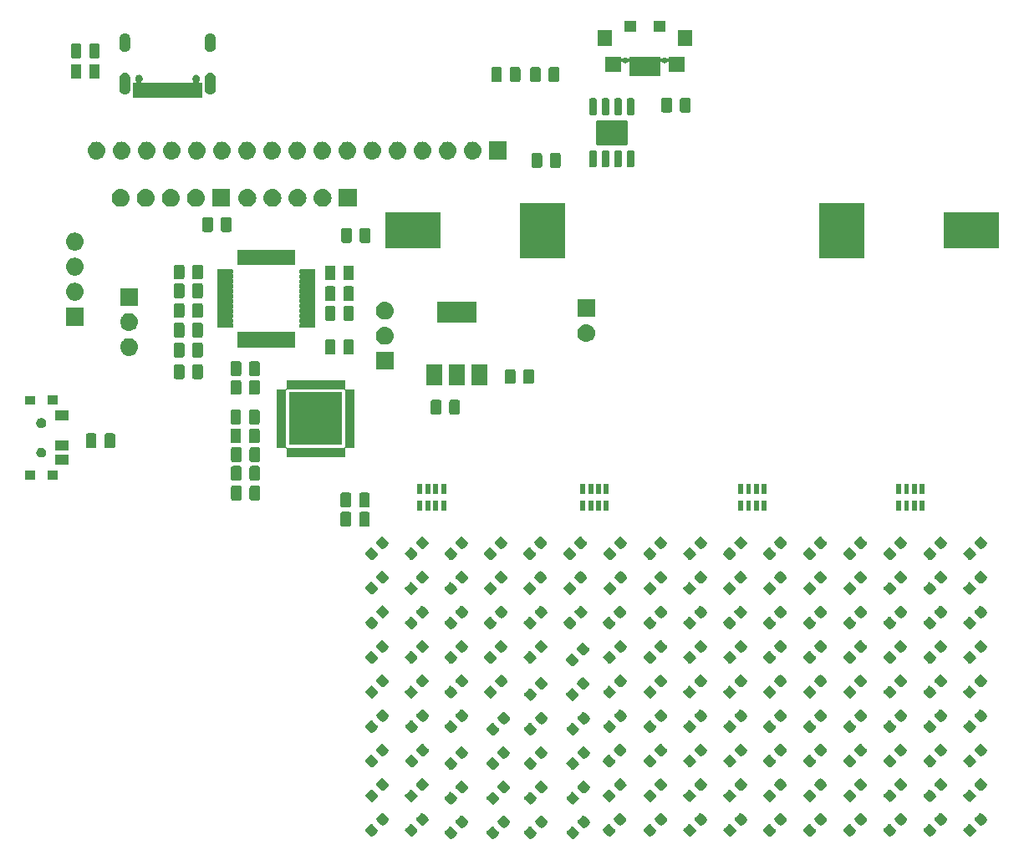
<source format=gbr>
G04 #@! TF.GenerationSoftware,KiCad,Pcbnew,5.1.2*
G04 #@! TF.CreationDate,2019-06-16T23:28:02-05:00*
G04 #@! TF.ProjectId,SM16106,534d3136-3130-4362-9e6b-696361645f70,rev?*
G04 #@! TF.SameCoordinates,Original*
G04 #@! TF.FileFunction,Soldermask,Top*
G04 #@! TF.FilePolarity,Negative*
%FSLAX46Y46*%
G04 Gerber Fmt 4.6, Leading zero omitted, Abs format (unit mm)*
G04 Created by KiCad (PCBNEW 5.1.2) date 2019-06-16 23:28:02*
%MOMM*%
%LPD*%
G04 APERTURE LIST*
%ADD10C,0.100000*%
G04 APERTURE END LIST*
D10*
G36*
X174189477Y-110568855D02*
G01*
X174223455Y-110579163D01*
X174254776Y-110595904D01*
X174286990Y-110622342D01*
X174326841Y-110662193D01*
X174326847Y-110662198D01*
X174725302Y-111060653D01*
X174725307Y-111060659D01*
X174765158Y-111100510D01*
X174791596Y-111132724D01*
X174808337Y-111164045D01*
X174818645Y-111198023D01*
X174822125Y-111233364D01*
X174818645Y-111268705D01*
X174808337Y-111302683D01*
X174791596Y-111334004D01*
X174765158Y-111366218D01*
X174725307Y-111406069D01*
X174725302Y-111406075D01*
X174379881Y-111751496D01*
X174379875Y-111751501D01*
X174340024Y-111791352D01*
X174307810Y-111817790D01*
X174276489Y-111834531D01*
X174242511Y-111844839D01*
X174207170Y-111848319D01*
X174171829Y-111844839D01*
X174137851Y-111834531D01*
X174106530Y-111817790D01*
X174074316Y-111791352D01*
X174034465Y-111751501D01*
X174034459Y-111751496D01*
X173636004Y-111353041D01*
X173635999Y-111353035D01*
X173596148Y-111313184D01*
X173569710Y-111280970D01*
X173552969Y-111249649D01*
X173542661Y-111215671D01*
X173539181Y-111180330D01*
X173542661Y-111144989D01*
X173552969Y-111111011D01*
X173569710Y-111079690D01*
X173596148Y-111047476D01*
X173635999Y-111007625D01*
X173636004Y-111007619D01*
X173981425Y-110662198D01*
X173981431Y-110662193D01*
X174021282Y-110622342D01*
X174053496Y-110595904D01*
X174084817Y-110579163D01*
X174118795Y-110568855D01*
X174154136Y-110565375D01*
X174189477Y-110568855D01*
X174189477Y-110568855D01*
G37*
G36*
X186539477Y-110568855D02*
G01*
X186573455Y-110579163D01*
X186604776Y-110595904D01*
X186636990Y-110622342D01*
X186676841Y-110662193D01*
X186676847Y-110662198D01*
X187075302Y-111060653D01*
X187075307Y-111060659D01*
X187115158Y-111100510D01*
X187141596Y-111132724D01*
X187158337Y-111164045D01*
X187168645Y-111198023D01*
X187172125Y-111233364D01*
X187168645Y-111268705D01*
X187158337Y-111302683D01*
X187141596Y-111334004D01*
X187115158Y-111366218D01*
X187075307Y-111406069D01*
X187075302Y-111406075D01*
X186729881Y-111751496D01*
X186729875Y-111751501D01*
X186690024Y-111791352D01*
X186657810Y-111817790D01*
X186626489Y-111834531D01*
X186592511Y-111844839D01*
X186557170Y-111848319D01*
X186521829Y-111844839D01*
X186487851Y-111834531D01*
X186456530Y-111817790D01*
X186424316Y-111791352D01*
X186384465Y-111751501D01*
X186384459Y-111751496D01*
X185986004Y-111353041D01*
X185985999Y-111353035D01*
X185946148Y-111313184D01*
X185919710Y-111280970D01*
X185902969Y-111249649D01*
X185892661Y-111215671D01*
X185889181Y-111180330D01*
X185892661Y-111144989D01*
X185902969Y-111111011D01*
X185919710Y-111079690D01*
X185946148Y-111047476D01*
X185985999Y-111007625D01*
X185986004Y-111007619D01*
X186331425Y-110662198D01*
X186331431Y-110662193D01*
X186371282Y-110622342D01*
X186403496Y-110595904D01*
X186434817Y-110579163D01*
X186468795Y-110568855D01*
X186504136Y-110565375D01*
X186539477Y-110568855D01*
X186539477Y-110568855D01*
G37*
G36*
X182239477Y-110568855D02*
G01*
X182273455Y-110579163D01*
X182304776Y-110595904D01*
X182336990Y-110622342D01*
X182376841Y-110662193D01*
X182376847Y-110662198D01*
X182775302Y-111060653D01*
X182775307Y-111060659D01*
X182815158Y-111100510D01*
X182841596Y-111132724D01*
X182858337Y-111164045D01*
X182868645Y-111198023D01*
X182872125Y-111233364D01*
X182868645Y-111268705D01*
X182858337Y-111302683D01*
X182841596Y-111334004D01*
X182815158Y-111366218D01*
X182775307Y-111406069D01*
X182775302Y-111406075D01*
X182429881Y-111751496D01*
X182429875Y-111751501D01*
X182390024Y-111791352D01*
X182357810Y-111817790D01*
X182326489Y-111834531D01*
X182292511Y-111844839D01*
X182257170Y-111848319D01*
X182221829Y-111844839D01*
X182187851Y-111834531D01*
X182156530Y-111817790D01*
X182124316Y-111791352D01*
X182084465Y-111751501D01*
X182084459Y-111751496D01*
X181686004Y-111353041D01*
X181685999Y-111353035D01*
X181646148Y-111313184D01*
X181619710Y-111280970D01*
X181602969Y-111249649D01*
X181592661Y-111215671D01*
X181589181Y-111180330D01*
X181592661Y-111144989D01*
X181602969Y-111111011D01*
X181619710Y-111079690D01*
X181646148Y-111047476D01*
X181685999Y-111007625D01*
X181686004Y-111007619D01*
X182031425Y-110662198D01*
X182031431Y-110662193D01*
X182071282Y-110622342D01*
X182103496Y-110595904D01*
X182134817Y-110579163D01*
X182168795Y-110568855D01*
X182204136Y-110565375D01*
X182239477Y-110568855D01*
X182239477Y-110568855D01*
G37*
G36*
X178439477Y-110568855D02*
G01*
X178473455Y-110579163D01*
X178504776Y-110595904D01*
X178536990Y-110622342D01*
X178576841Y-110662193D01*
X178576847Y-110662198D01*
X178975302Y-111060653D01*
X178975307Y-111060659D01*
X179015158Y-111100510D01*
X179041596Y-111132724D01*
X179058337Y-111164045D01*
X179068645Y-111198023D01*
X179072125Y-111233364D01*
X179068645Y-111268705D01*
X179058337Y-111302683D01*
X179041596Y-111334004D01*
X179015158Y-111366218D01*
X178975307Y-111406069D01*
X178975302Y-111406075D01*
X178629881Y-111751496D01*
X178629875Y-111751501D01*
X178590024Y-111791352D01*
X178557810Y-111817790D01*
X178526489Y-111834531D01*
X178492511Y-111844839D01*
X178457170Y-111848319D01*
X178421829Y-111844839D01*
X178387851Y-111834531D01*
X178356530Y-111817790D01*
X178324316Y-111791352D01*
X178284465Y-111751501D01*
X178284459Y-111751496D01*
X177886004Y-111353041D01*
X177885999Y-111353035D01*
X177846148Y-111313184D01*
X177819710Y-111280970D01*
X177802969Y-111249649D01*
X177792661Y-111215671D01*
X177789181Y-111180330D01*
X177792661Y-111144989D01*
X177802969Y-111111011D01*
X177819710Y-111079690D01*
X177846148Y-111047476D01*
X177885999Y-111007625D01*
X177886004Y-111007619D01*
X178231425Y-110662198D01*
X178231431Y-110662193D01*
X178271282Y-110622342D01*
X178303496Y-110595904D01*
X178334817Y-110579163D01*
X178368795Y-110568855D01*
X178404136Y-110565375D01*
X178439477Y-110568855D01*
X178439477Y-110568855D01*
G37*
G36*
X218651977Y-110318855D02*
G01*
X218685955Y-110329163D01*
X218717276Y-110345904D01*
X218749490Y-110372342D01*
X218789341Y-110412193D01*
X218789347Y-110412198D01*
X219187802Y-110810653D01*
X219187807Y-110810659D01*
X219227658Y-110850510D01*
X219254096Y-110882724D01*
X219270837Y-110914045D01*
X219281145Y-110948023D01*
X219284625Y-110983364D01*
X219281145Y-111018705D01*
X219270837Y-111052683D01*
X219254096Y-111084004D01*
X219227658Y-111116218D01*
X219187807Y-111156069D01*
X219187802Y-111156075D01*
X218842381Y-111501496D01*
X218842375Y-111501501D01*
X218802524Y-111541352D01*
X218770310Y-111567790D01*
X218738989Y-111584531D01*
X218705011Y-111594839D01*
X218669670Y-111598319D01*
X218634329Y-111594839D01*
X218600351Y-111584531D01*
X218569030Y-111567790D01*
X218536816Y-111541352D01*
X218496965Y-111501501D01*
X218496959Y-111501496D01*
X218098504Y-111103041D01*
X218098499Y-111103035D01*
X218058648Y-111063184D01*
X218032210Y-111030970D01*
X218015469Y-110999649D01*
X218005161Y-110965671D01*
X218001681Y-110930330D01*
X218005161Y-110894989D01*
X218015469Y-110861011D01*
X218032210Y-110829690D01*
X218058648Y-110797476D01*
X218098499Y-110757625D01*
X218098504Y-110757619D01*
X218443925Y-110412198D01*
X218443931Y-110412193D01*
X218483782Y-110372342D01*
X218515996Y-110345904D01*
X218547317Y-110329163D01*
X218581295Y-110318855D01*
X218616636Y-110315375D01*
X218651977Y-110318855D01*
X218651977Y-110318855D01*
G37*
G36*
X226751977Y-110318855D02*
G01*
X226785955Y-110329163D01*
X226817276Y-110345904D01*
X226849490Y-110372342D01*
X226889341Y-110412193D01*
X226889347Y-110412198D01*
X227287802Y-110810653D01*
X227287807Y-110810659D01*
X227327658Y-110850510D01*
X227354096Y-110882724D01*
X227370837Y-110914045D01*
X227381145Y-110948023D01*
X227384625Y-110983364D01*
X227381145Y-111018705D01*
X227370837Y-111052683D01*
X227354096Y-111084004D01*
X227327658Y-111116218D01*
X227287807Y-111156069D01*
X227287802Y-111156075D01*
X226942381Y-111501496D01*
X226942375Y-111501501D01*
X226902524Y-111541352D01*
X226870310Y-111567790D01*
X226838989Y-111584531D01*
X226805011Y-111594839D01*
X226769670Y-111598319D01*
X226734329Y-111594839D01*
X226700351Y-111584531D01*
X226669030Y-111567790D01*
X226636816Y-111541352D01*
X226596965Y-111501501D01*
X226596959Y-111501496D01*
X226198504Y-111103041D01*
X226198499Y-111103035D01*
X226158648Y-111063184D01*
X226132210Y-111030970D01*
X226115469Y-110999649D01*
X226105161Y-110965671D01*
X226101681Y-110930330D01*
X226105161Y-110894989D01*
X226115469Y-110861011D01*
X226132210Y-110829690D01*
X226158648Y-110797476D01*
X226198499Y-110757625D01*
X226198504Y-110757619D01*
X226543925Y-110412198D01*
X226543931Y-110412193D01*
X226583782Y-110372342D01*
X226615996Y-110345904D01*
X226647317Y-110329163D01*
X226681295Y-110318855D01*
X226716636Y-110315375D01*
X226751977Y-110318855D01*
X226751977Y-110318855D01*
G37*
G36*
X222701977Y-110318855D02*
G01*
X222735955Y-110329163D01*
X222767276Y-110345904D01*
X222799490Y-110372342D01*
X222839341Y-110412193D01*
X222839347Y-110412198D01*
X223237802Y-110810653D01*
X223237807Y-110810659D01*
X223277658Y-110850510D01*
X223304096Y-110882724D01*
X223320837Y-110914045D01*
X223331145Y-110948023D01*
X223334625Y-110983364D01*
X223331145Y-111018705D01*
X223320837Y-111052683D01*
X223304096Y-111084004D01*
X223277658Y-111116218D01*
X223237807Y-111156069D01*
X223237802Y-111156075D01*
X222892381Y-111501496D01*
X222892375Y-111501501D01*
X222852524Y-111541352D01*
X222820310Y-111567790D01*
X222788989Y-111584531D01*
X222755011Y-111594839D01*
X222719670Y-111598319D01*
X222684329Y-111594839D01*
X222650351Y-111584531D01*
X222619030Y-111567790D01*
X222586816Y-111541352D01*
X222546965Y-111501501D01*
X222546959Y-111501496D01*
X222148504Y-111103041D01*
X222148499Y-111103035D01*
X222108648Y-111063184D01*
X222082210Y-111030970D01*
X222065469Y-110999649D01*
X222055161Y-110965671D01*
X222051681Y-110930330D01*
X222055161Y-110894989D01*
X222065469Y-110861011D01*
X222082210Y-110829690D01*
X222108648Y-110797476D01*
X222148499Y-110757625D01*
X222148504Y-110757619D01*
X222493925Y-110412198D01*
X222493931Y-110412193D01*
X222533782Y-110372342D01*
X222565996Y-110345904D01*
X222597317Y-110329163D01*
X222631295Y-110318855D01*
X222666636Y-110315375D01*
X222701977Y-110318855D01*
X222701977Y-110318855D01*
G37*
G36*
X214601977Y-110318855D02*
G01*
X214635955Y-110329163D01*
X214667276Y-110345904D01*
X214699490Y-110372342D01*
X214739341Y-110412193D01*
X214739347Y-110412198D01*
X215137802Y-110810653D01*
X215137807Y-110810659D01*
X215177658Y-110850510D01*
X215204096Y-110882724D01*
X215220837Y-110914045D01*
X215231145Y-110948023D01*
X215234625Y-110983364D01*
X215231145Y-111018705D01*
X215220837Y-111052683D01*
X215204096Y-111084004D01*
X215177658Y-111116218D01*
X215137807Y-111156069D01*
X215137802Y-111156075D01*
X214792381Y-111501496D01*
X214792375Y-111501501D01*
X214752524Y-111541352D01*
X214720310Y-111567790D01*
X214688989Y-111584531D01*
X214655011Y-111594839D01*
X214619670Y-111598319D01*
X214584329Y-111594839D01*
X214550351Y-111584531D01*
X214519030Y-111567790D01*
X214486816Y-111541352D01*
X214446965Y-111501501D01*
X214446959Y-111501496D01*
X214048504Y-111103041D01*
X214048499Y-111103035D01*
X214008648Y-111063184D01*
X213982210Y-111030970D01*
X213965469Y-110999649D01*
X213955161Y-110965671D01*
X213951681Y-110930330D01*
X213955161Y-110894989D01*
X213965469Y-110861011D01*
X213982210Y-110829690D01*
X214008648Y-110797476D01*
X214048499Y-110757625D01*
X214048504Y-110757619D01*
X214393925Y-110412198D01*
X214393931Y-110412193D01*
X214433782Y-110372342D01*
X214465996Y-110345904D01*
X214497317Y-110329163D01*
X214531295Y-110318855D01*
X214566636Y-110315375D01*
X214601977Y-110318855D01*
X214601977Y-110318855D01*
G37*
G36*
X210551977Y-110318855D02*
G01*
X210585955Y-110329163D01*
X210617276Y-110345904D01*
X210649490Y-110372342D01*
X210689341Y-110412193D01*
X210689347Y-110412198D01*
X211087802Y-110810653D01*
X211087807Y-110810659D01*
X211127658Y-110850510D01*
X211154096Y-110882724D01*
X211170837Y-110914045D01*
X211181145Y-110948023D01*
X211184625Y-110983364D01*
X211181145Y-111018705D01*
X211170837Y-111052683D01*
X211154096Y-111084004D01*
X211127658Y-111116218D01*
X211087807Y-111156069D01*
X211087802Y-111156075D01*
X210742381Y-111501496D01*
X210742375Y-111501501D01*
X210702524Y-111541352D01*
X210670310Y-111567790D01*
X210638989Y-111584531D01*
X210605011Y-111594839D01*
X210569670Y-111598319D01*
X210534329Y-111594839D01*
X210500351Y-111584531D01*
X210469030Y-111567790D01*
X210436816Y-111541352D01*
X210396965Y-111501501D01*
X210396959Y-111501496D01*
X209998504Y-111103041D01*
X209998499Y-111103035D01*
X209958648Y-111063184D01*
X209932210Y-111030970D01*
X209915469Y-110999649D01*
X209905161Y-110965671D01*
X209901681Y-110930330D01*
X209905161Y-110894989D01*
X209915469Y-110861011D01*
X209932210Y-110829690D01*
X209958648Y-110797476D01*
X209998499Y-110757625D01*
X209998504Y-110757619D01*
X210343925Y-110412198D01*
X210343931Y-110412193D01*
X210383782Y-110372342D01*
X210415996Y-110345904D01*
X210447317Y-110329163D01*
X210481295Y-110318855D01*
X210516636Y-110315375D01*
X210551977Y-110318855D01*
X210551977Y-110318855D01*
G37*
G36*
X206489477Y-110318855D02*
G01*
X206523455Y-110329163D01*
X206554776Y-110345904D01*
X206586990Y-110372342D01*
X206626841Y-110412193D01*
X206626847Y-110412198D01*
X207025302Y-110810653D01*
X207025307Y-110810659D01*
X207065158Y-110850510D01*
X207091596Y-110882724D01*
X207108337Y-110914045D01*
X207118645Y-110948023D01*
X207122125Y-110983364D01*
X207118645Y-111018705D01*
X207108337Y-111052683D01*
X207091596Y-111084004D01*
X207065158Y-111116218D01*
X207025307Y-111156069D01*
X207025302Y-111156075D01*
X206679881Y-111501496D01*
X206679875Y-111501501D01*
X206640024Y-111541352D01*
X206607810Y-111567790D01*
X206576489Y-111584531D01*
X206542511Y-111594839D01*
X206507170Y-111598319D01*
X206471829Y-111594839D01*
X206437851Y-111584531D01*
X206406530Y-111567790D01*
X206374316Y-111541352D01*
X206334465Y-111501501D01*
X206334459Y-111501496D01*
X205936004Y-111103041D01*
X205935999Y-111103035D01*
X205896148Y-111063184D01*
X205869710Y-111030970D01*
X205852969Y-110999649D01*
X205842661Y-110965671D01*
X205839181Y-110930330D01*
X205842661Y-110894989D01*
X205852969Y-110861011D01*
X205869710Y-110829690D01*
X205896148Y-110797476D01*
X205935999Y-110757625D01*
X205936004Y-110757619D01*
X206281425Y-110412198D01*
X206281431Y-110412193D01*
X206321282Y-110372342D01*
X206353496Y-110345904D01*
X206384817Y-110329163D01*
X206418795Y-110318855D01*
X206454136Y-110315375D01*
X206489477Y-110318855D01*
X206489477Y-110318855D01*
G37*
G36*
X202451977Y-110318855D02*
G01*
X202485955Y-110329163D01*
X202517276Y-110345904D01*
X202549490Y-110372342D01*
X202589341Y-110412193D01*
X202589347Y-110412198D01*
X202987802Y-110810653D01*
X202987807Y-110810659D01*
X203027658Y-110850510D01*
X203054096Y-110882724D01*
X203070837Y-110914045D01*
X203081145Y-110948023D01*
X203084625Y-110983364D01*
X203081145Y-111018705D01*
X203070837Y-111052683D01*
X203054096Y-111084004D01*
X203027658Y-111116218D01*
X202987807Y-111156069D01*
X202987802Y-111156075D01*
X202642381Y-111501496D01*
X202642375Y-111501501D01*
X202602524Y-111541352D01*
X202570310Y-111567790D01*
X202538989Y-111584531D01*
X202505011Y-111594839D01*
X202469670Y-111598319D01*
X202434329Y-111594839D01*
X202400351Y-111584531D01*
X202369030Y-111567790D01*
X202336816Y-111541352D01*
X202296965Y-111501501D01*
X202296959Y-111501496D01*
X201898504Y-111103041D01*
X201898499Y-111103035D01*
X201858648Y-111063184D01*
X201832210Y-111030970D01*
X201815469Y-110999649D01*
X201805161Y-110965671D01*
X201801681Y-110930330D01*
X201805161Y-110894989D01*
X201815469Y-110861011D01*
X201832210Y-110829690D01*
X201858648Y-110797476D01*
X201898499Y-110757625D01*
X201898504Y-110757619D01*
X202243925Y-110412198D01*
X202243931Y-110412193D01*
X202283782Y-110372342D01*
X202315996Y-110345904D01*
X202347317Y-110329163D01*
X202381295Y-110318855D01*
X202416636Y-110315375D01*
X202451977Y-110318855D01*
X202451977Y-110318855D01*
G37*
G36*
X198389477Y-110318855D02*
G01*
X198423455Y-110329163D01*
X198454776Y-110345904D01*
X198486990Y-110372342D01*
X198526841Y-110412193D01*
X198526847Y-110412198D01*
X198925302Y-110810653D01*
X198925307Y-110810659D01*
X198965158Y-110850510D01*
X198991596Y-110882724D01*
X199008337Y-110914045D01*
X199018645Y-110948023D01*
X199022125Y-110983364D01*
X199018645Y-111018705D01*
X199008337Y-111052683D01*
X198991596Y-111084004D01*
X198965158Y-111116218D01*
X198925307Y-111156069D01*
X198925302Y-111156075D01*
X198579881Y-111501496D01*
X198579875Y-111501501D01*
X198540024Y-111541352D01*
X198507810Y-111567790D01*
X198476489Y-111584531D01*
X198442511Y-111594839D01*
X198407170Y-111598319D01*
X198371829Y-111594839D01*
X198337851Y-111584531D01*
X198306530Y-111567790D01*
X198274316Y-111541352D01*
X198234465Y-111501501D01*
X198234459Y-111501496D01*
X197836004Y-111103041D01*
X197835999Y-111103035D01*
X197796148Y-111063184D01*
X197769710Y-111030970D01*
X197752969Y-110999649D01*
X197742661Y-110965671D01*
X197739181Y-110930330D01*
X197742661Y-110894989D01*
X197752969Y-110861011D01*
X197769710Y-110829690D01*
X197796148Y-110797476D01*
X197835999Y-110757625D01*
X197836004Y-110757619D01*
X198181425Y-110412198D01*
X198181431Y-110412193D01*
X198221282Y-110372342D01*
X198253496Y-110345904D01*
X198284817Y-110329163D01*
X198318795Y-110318855D01*
X198354136Y-110315375D01*
X198389477Y-110318855D01*
X198389477Y-110318855D01*
G37*
G36*
X194364477Y-110318855D02*
G01*
X194398455Y-110329163D01*
X194429776Y-110345904D01*
X194461990Y-110372342D01*
X194501841Y-110412193D01*
X194501847Y-110412198D01*
X194900302Y-110810653D01*
X194900307Y-110810659D01*
X194940158Y-110850510D01*
X194966596Y-110882724D01*
X194983337Y-110914045D01*
X194993645Y-110948023D01*
X194997125Y-110983364D01*
X194993645Y-111018705D01*
X194983337Y-111052683D01*
X194966596Y-111084004D01*
X194940158Y-111116218D01*
X194900307Y-111156069D01*
X194900302Y-111156075D01*
X194554881Y-111501496D01*
X194554875Y-111501501D01*
X194515024Y-111541352D01*
X194482810Y-111567790D01*
X194451489Y-111584531D01*
X194417511Y-111594839D01*
X194382170Y-111598319D01*
X194346829Y-111594839D01*
X194312851Y-111584531D01*
X194281530Y-111567790D01*
X194249316Y-111541352D01*
X194209465Y-111501501D01*
X194209459Y-111501496D01*
X193811004Y-111103041D01*
X193810999Y-111103035D01*
X193771148Y-111063184D01*
X193744710Y-111030970D01*
X193727969Y-110999649D01*
X193717661Y-110965671D01*
X193714181Y-110930330D01*
X193717661Y-110894989D01*
X193727969Y-110861011D01*
X193744710Y-110829690D01*
X193771148Y-110797476D01*
X193810999Y-110757625D01*
X193811004Y-110757619D01*
X194156425Y-110412198D01*
X194156431Y-110412193D01*
X194196282Y-110372342D01*
X194228496Y-110345904D01*
X194259817Y-110329163D01*
X194293795Y-110318855D01*
X194329136Y-110315375D01*
X194364477Y-110318855D01*
X194364477Y-110318855D01*
G37*
G36*
X190239477Y-110318855D02*
G01*
X190273455Y-110329163D01*
X190304776Y-110345904D01*
X190336990Y-110372342D01*
X190376841Y-110412193D01*
X190376847Y-110412198D01*
X190775302Y-110810653D01*
X190775307Y-110810659D01*
X190815158Y-110850510D01*
X190841596Y-110882724D01*
X190858337Y-110914045D01*
X190868645Y-110948023D01*
X190872125Y-110983364D01*
X190868645Y-111018705D01*
X190858337Y-111052683D01*
X190841596Y-111084004D01*
X190815158Y-111116218D01*
X190775307Y-111156069D01*
X190775302Y-111156075D01*
X190429881Y-111501496D01*
X190429875Y-111501501D01*
X190390024Y-111541352D01*
X190357810Y-111567790D01*
X190326489Y-111584531D01*
X190292511Y-111594839D01*
X190257170Y-111598319D01*
X190221829Y-111594839D01*
X190187851Y-111584531D01*
X190156530Y-111567790D01*
X190124316Y-111541352D01*
X190084465Y-111501501D01*
X190084459Y-111501496D01*
X189686004Y-111103041D01*
X189685999Y-111103035D01*
X189646148Y-111063184D01*
X189619710Y-111030970D01*
X189602969Y-110999649D01*
X189592661Y-110965671D01*
X189589181Y-110930330D01*
X189592661Y-110894989D01*
X189602969Y-110861011D01*
X189619710Y-110829690D01*
X189646148Y-110797476D01*
X189685999Y-110757625D01*
X189686004Y-110757619D01*
X190031425Y-110412198D01*
X190031431Y-110412193D01*
X190071282Y-110372342D01*
X190103496Y-110345904D01*
X190134817Y-110329163D01*
X190168795Y-110318855D01*
X190204136Y-110315375D01*
X190239477Y-110318855D01*
X190239477Y-110318855D01*
G37*
G36*
X170189477Y-110318855D02*
G01*
X170223455Y-110329163D01*
X170254776Y-110345904D01*
X170286990Y-110372342D01*
X170326841Y-110412193D01*
X170326847Y-110412198D01*
X170725302Y-110810653D01*
X170725307Y-110810659D01*
X170765158Y-110850510D01*
X170791596Y-110882724D01*
X170808337Y-110914045D01*
X170818645Y-110948023D01*
X170822125Y-110983364D01*
X170818645Y-111018705D01*
X170808337Y-111052683D01*
X170791596Y-111084004D01*
X170765158Y-111116218D01*
X170725307Y-111156069D01*
X170725302Y-111156075D01*
X170379881Y-111501496D01*
X170379875Y-111501501D01*
X170340024Y-111541352D01*
X170307810Y-111567790D01*
X170276489Y-111584531D01*
X170242511Y-111594839D01*
X170207170Y-111598319D01*
X170171829Y-111594839D01*
X170137851Y-111584531D01*
X170106530Y-111567790D01*
X170074316Y-111541352D01*
X170034465Y-111501501D01*
X170034459Y-111501496D01*
X169636004Y-111103041D01*
X169635999Y-111103035D01*
X169596148Y-111063184D01*
X169569710Y-111030970D01*
X169552969Y-110999649D01*
X169542661Y-110965671D01*
X169539181Y-110930330D01*
X169542661Y-110894989D01*
X169552969Y-110861011D01*
X169569710Y-110829690D01*
X169596148Y-110797476D01*
X169635999Y-110757625D01*
X169636004Y-110757619D01*
X169981425Y-110412198D01*
X169981431Y-110412193D01*
X170021282Y-110372342D01*
X170053496Y-110345904D01*
X170084817Y-110329163D01*
X170118795Y-110318855D01*
X170154136Y-110315375D01*
X170189477Y-110318855D01*
X170189477Y-110318855D01*
G37*
G36*
X166164477Y-110318855D02*
G01*
X166198455Y-110329163D01*
X166229776Y-110345904D01*
X166261990Y-110372342D01*
X166301841Y-110412193D01*
X166301847Y-110412198D01*
X166700302Y-110810653D01*
X166700307Y-110810659D01*
X166740158Y-110850510D01*
X166766596Y-110882724D01*
X166783337Y-110914045D01*
X166793645Y-110948023D01*
X166797125Y-110983364D01*
X166793645Y-111018705D01*
X166783337Y-111052683D01*
X166766596Y-111084004D01*
X166740158Y-111116218D01*
X166700307Y-111156069D01*
X166700302Y-111156075D01*
X166354881Y-111501496D01*
X166354875Y-111501501D01*
X166315024Y-111541352D01*
X166282810Y-111567790D01*
X166251489Y-111584531D01*
X166217511Y-111594839D01*
X166182170Y-111598319D01*
X166146829Y-111594839D01*
X166112851Y-111584531D01*
X166081530Y-111567790D01*
X166049316Y-111541352D01*
X166009465Y-111501501D01*
X166009459Y-111501496D01*
X165611004Y-111103041D01*
X165610999Y-111103035D01*
X165571148Y-111063184D01*
X165544710Y-111030970D01*
X165527969Y-110999649D01*
X165517661Y-110965671D01*
X165514181Y-110930330D01*
X165517661Y-110894989D01*
X165527969Y-110861011D01*
X165544710Y-110829690D01*
X165571148Y-110797476D01*
X165610999Y-110757625D01*
X165611004Y-110757619D01*
X165956425Y-110412198D01*
X165956431Y-110412193D01*
X165996282Y-110372342D01*
X166028496Y-110345904D01*
X166059817Y-110329163D01*
X166093795Y-110318855D01*
X166129136Y-110315375D01*
X166164477Y-110318855D01*
X166164477Y-110318855D01*
G37*
G36*
X175303171Y-109455161D02*
G01*
X175337149Y-109465469D01*
X175368470Y-109482210D01*
X175400684Y-109508648D01*
X175440535Y-109548499D01*
X175440541Y-109548504D01*
X175838996Y-109946959D01*
X175839001Y-109946965D01*
X175878852Y-109986816D01*
X175905290Y-110019030D01*
X175922031Y-110050351D01*
X175932339Y-110084329D01*
X175935819Y-110119670D01*
X175932339Y-110155011D01*
X175922031Y-110188989D01*
X175905290Y-110220310D01*
X175878852Y-110252524D01*
X175839001Y-110292375D01*
X175838996Y-110292381D01*
X175493575Y-110637802D01*
X175493569Y-110637807D01*
X175453718Y-110677658D01*
X175421504Y-110704096D01*
X175390183Y-110720837D01*
X175356205Y-110731145D01*
X175320864Y-110734625D01*
X175285523Y-110731145D01*
X175251545Y-110720837D01*
X175220224Y-110704096D01*
X175188010Y-110677658D01*
X175148159Y-110637807D01*
X175148153Y-110637802D01*
X174749698Y-110239347D01*
X174749693Y-110239341D01*
X174709842Y-110199490D01*
X174683404Y-110167276D01*
X174666663Y-110135955D01*
X174656355Y-110101977D01*
X174652875Y-110066636D01*
X174656355Y-110031295D01*
X174666663Y-109997317D01*
X174683404Y-109965996D01*
X174709842Y-109933782D01*
X174749693Y-109893931D01*
X174749698Y-109893925D01*
X175095119Y-109548504D01*
X175095125Y-109548499D01*
X175134976Y-109508648D01*
X175167190Y-109482210D01*
X175198511Y-109465469D01*
X175232489Y-109455161D01*
X175267830Y-109451681D01*
X175303171Y-109455161D01*
X175303171Y-109455161D01*
G37*
G36*
X179553171Y-109455161D02*
G01*
X179587149Y-109465469D01*
X179618470Y-109482210D01*
X179650684Y-109508648D01*
X179690535Y-109548499D01*
X179690541Y-109548504D01*
X180088996Y-109946959D01*
X180089001Y-109946965D01*
X180128852Y-109986816D01*
X180155290Y-110019030D01*
X180172031Y-110050351D01*
X180182339Y-110084329D01*
X180185819Y-110119670D01*
X180182339Y-110155011D01*
X180172031Y-110188989D01*
X180155290Y-110220310D01*
X180128852Y-110252524D01*
X180089001Y-110292375D01*
X180088996Y-110292381D01*
X179743575Y-110637802D01*
X179743569Y-110637807D01*
X179703718Y-110677658D01*
X179671504Y-110704096D01*
X179640183Y-110720837D01*
X179606205Y-110731145D01*
X179570864Y-110734625D01*
X179535523Y-110731145D01*
X179501545Y-110720837D01*
X179470224Y-110704096D01*
X179438010Y-110677658D01*
X179398159Y-110637807D01*
X179398153Y-110637802D01*
X178999698Y-110239347D01*
X178999693Y-110239341D01*
X178959842Y-110199490D01*
X178933404Y-110167276D01*
X178916663Y-110135955D01*
X178906355Y-110101977D01*
X178902875Y-110066636D01*
X178906355Y-110031295D01*
X178916663Y-109997317D01*
X178933404Y-109965996D01*
X178959842Y-109933782D01*
X178999693Y-109893931D01*
X178999698Y-109893925D01*
X179345119Y-109548504D01*
X179345125Y-109548499D01*
X179384976Y-109508648D01*
X179417190Y-109482210D01*
X179448511Y-109465469D01*
X179482489Y-109455161D01*
X179517830Y-109451681D01*
X179553171Y-109455161D01*
X179553171Y-109455161D01*
G37*
G36*
X183353171Y-109455161D02*
G01*
X183387149Y-109465469D01*
X183418470Y-109482210D01*
X183450684Y-109508648D01*
X183490535Y-109548499D01*
X183490541Y-109548504D01*
X183888996Y-109946959D01*
X183889001Y-109946965D01*
X183928852Y-109986816D01*
X183955290Y-110019030D01*
X183972031Y-110050351D01*
X183982339Y-110084329D01*
X183985819Y-110119670D01*
X183982339Y-110155011D01*
X183972031Y-110188989D01*
X183955290Y-110220310D01*
X183928852Y-110252524D01*
X183889001Y-110292375D01*
X183888996Y-110292381D01*
X183543575Y-110637802D01*
X183543569Y-110637807D01*
X183503718Y-110677658D01*
X183471504Y-110704096D01*
X183440183Y-110720837D01*
X183406205Y-110731145D01*
X183370864Y-110734625D01*
X183335523Y-110731145D01*
X183301545Y-110720837D01*
X183270224Y-110704096D01*
X183238010Y-110677658D01*
X183198159Y-110637807D01*
X183198153Y-110637802D01*
X182799698Y-110239347D01*
X182799693Y-110239341D01*
X182759842Y-110199490D01*
X182733404Y-110167276D01*
X182716663Y-110135955D01*
X182706355Y-110101977D01*
X182702875Y-110066636D01*
X182706355Y-110031295D01*
X182716663Y-109997317D01*
X182733404Y-109965996D01*
X182759842Y-109933782D01*
X182799693Y-109893931D01*
X182799698Y-109893925D01*
X183145119Y-109548504D01*
X183145125Y-109548499D01*
X183184976Y-109508648D01*
X183217190Y-109482210D01*
X183248511Y-109465469D01*
X183282489Y-109455161D01*
X183317830Y-109451681D01*
X183353171Y-109455161D01*
X183353171Y-109455161D01*
G37*
G36*
X187653171Y-109455161D02*
G01*
X187687149Y-109465469D01*
X187718470Y-109482210D01*
X187750684Y-109508648D01*
X187790535Y-109548499D01*
X187790541Y-109548504D01*
X188188996Y-109946959D01*
X188189001Y-109946965D01*
X188228852Y-109986816D01*
X188255290Y-110019030D01*
X188272031Y-110050351D01*
X188282339Y-110084329D01*
X188285819Y-110119670D01*
X188282339Y-110155011D01*
X188272031Y-110188989D01*
X188255290Y-110220310D01*
X188228852Y-110252524D01*
X188189001Y-110292375D01*
X188188996Y-110292381D01*
X187843575Y-110637802D01*
X187843569Y-110637807D01*
X187803718Y-110677658D01*
X187771504Y-110704096D01*
X187740183Y-110720837D01*
X187706205Y-110731145D01*
X187670864Y-110734625D01*
X187635523Y-110731145D01*
X187601545Y-110720837D01*
X187570224Y-110704096D01*
X187538010Y-110677658D01*
X187498159Y-110637807D01*
X187498153Y-110637802D01*
X187099698Y-110239347D01*
X187099693Y-110239341D01*
X187059842Y-110199490D01*
X187033404Y-110167276D01*
X187016663Y-110135955D01*
X187006355Y-110101977D01*
X187002875Y-110066636D01*
X187006355Y-110031295D01*
X187016663Y-109997317D01*
X187033404Y-109965996D01*
X187059842Y-109933782D01*
X187099693Y-109893931D01*
X187099698Y-109893925D01*
X187445119Y-109548504D01*
X187445125Y-109548499D01*
X187484976Y-109508648D01*
X187517190Y-109482210D01*
X187548511Y-109465469D01*
X187582489Y-109455161D01*
X187617830Y-109451681D01*
X187653171Y-109455161D01*
X187653171Y-109455161D01*
G37*
G36*
X167278171Y-109205161D02*
G01*
X167312149Y-109215469D01*
X167343470Y-109232210D01*
X167375684Y-109258648D01*
X167415535Y-109298499D01*
X167415541Y-109298504D01*
X167813996Y-109696959D01*
X167814001Y-109696965D01*
X167853852Y-109736816D01*
X167880290Y-109769030D01*
X167897031Y-109800351D01*
X167907339Y-109834329D01*
X167910819Y-109869670D01*
X167907339Y-109905011D01*
X167897031Y-109938989D01*
X167880290Y-109970310D01*
X167853852Y-110002524D01*
X167814001Y-110042375D01*
X167813996Y-110042381D01*
X167468575Y-110387802D01*
X167468569Y-110387807D01*
X167428718Y-110427658D01*
X167396504Y-110454096D01*
X167365183Y-110470837D01*
X167331205Y-110481145D01*
X167295864Y-110484625D01*
X167260523Y-110481145D01*
X167226545Y-110470837D01*
X167195224Y-110454096D01*
X167163010Y-110427658D01*
X167123159Y-110387807D01*
X167123153Y-110387802D01*
X166724698Y-109989347D01*
X166724693Y-109989341D01*
X166684842Y-109949490D01*
X166658404Y-109917276D01*
X166641663Y-109885955D01*
X166631355Y-109851977D01*
X166627875Y-109816636D01*
X166631355Y-109781295D01*
X166641663Y-109747317D01*
X166658404Y-109715996D01*
X166684842Y-109683782D01*
X166724693Y-109643931D01*
X166724698Y-109643925D01*
X167070119Y-109298504D01*
X167070125Y-109298499D01*
X167109976Y-109258648D01*
X167142190Y-109232210D01*
X167173511Y-109215469D01*
X167207489Y-109205161D01*
X167242830Y-109201681D01*
X167278171Y-109205161D01*
X167278171Y-109205161D01*
G37*
G36*
X191353171Y-109205161D02*
G01*
X191387149Y-109215469D01*
X191418470Y-109232210D01*
X191450684Y-109258648D01*
X191490535Y-109298499D01*
X191490541Y-109298504D01*
X191888996Y-109696959D01*
X191889001Y-109696965D01*
X191928852Y-109736816D01*
X191955290Y-109769030D01*
X191972031Y-109800351D01*
X191982339Y-109834329D01*
X191985819Y-109869670D01*
X191982339Y-109905011D01*
X191972031Y-109938989D01*
X191955290Y-109970310D01*
X191928852Y-110002524D01*
X191889001Y-110042375D01*
X191888996Y-110042381D01*
X191543575Y-110387802D01*
X191543569Y-110387807D01*
X191503718Y-110427658D01*
X191471504Y-110454096D01*
X191440183Y-110470837D01*
X191406205Y-110481145D01*
X191370864Y-110484625D01*
X191335523Y-110481145D01*
X191301545Y-110470837D01*
X191270224Y-110454096D01*
X191238010Y-110427658D01*
X191198159Y-110387807D01*
X191198153Y-110387802D01*
X190799698Y-109989347D01*
X190799693Y-109989341D01*
X190759842Y-109949490D01*
X190733404Y-109917276D01*
X190716663Y-109885955D01*
X190706355Y-109851977D01*
X190702875Y-109816636D01*
X190706355Y-109781295D01*
X190716663Y-109747317D01*
X190733404Y-109715996D01*
X190759842Y-109683782D01*
X190799693Y-109643931D01*
X190799698Y-109643925D01*
X191145119Y-109298504D01*
X191145125Y-109298499D01*
X191184976Y-109258648D01*
X191217190Y-109232210D01*
X191248511Y-109215469D01*
X191282489Y-109205161D01*
X191317830Y-109201681D01*
X191353171Y-109205161D01*
X191353171Y-109205161D01*
G37*
G36*
X195478171Y-109205161D02*
G01*
X195512149Y-109215469D01*
X195543470Y-109232210D01*
X195575684Y-109258648D01*
X195615535Y-109298499D01*
X195615541Y-109298504D01*
X196013996Y-109696959D01*
X196014001Y-109696965D01*
X196053852Y-109736816D01*
X196080290Y-109769030D01*
X196097031Y-109800351D01*
X196107339Y-109834329D01*
X196110819Y-109869670D01*
X196107339Y-109905011D01*
X196097031Y-109938989D01*
X196080290Y-109970310D01*
X196053852Y-110002524D01*
X196014001Y-110042375D01*
X196013996Y-110042381D01*
X195668575Y-110387802D01*
X195668569Y-110387807D01*
X195628718Y-110427658D01*
X195596504Y-110454096D01*
X195565183Y-110470837D01*
X195531205Y-110481145D01*
X195495864Y-110484625D01*
X195460523Y-110481145D01*
X195426545Y-110470837D01*
X195395224Y-110454096D01*
X195363010Y-110427658D01*
X195323159Y-110387807D01*
X195323153Y-110387802D01*
X194924698Y-109989347D01*
X194924693Y-109989341D01*
X194884842Y-109949490D01*
X194858404Y-109917276D01*
X194841663Y-109885955D01*
X194831355Y-109851977D01*
X194827875Y-109816636D01*
X194831355Y-109781295D01*
X194841663Y-109747317D01*
X194858404Y-109715996D01*
X194884842Y-109683782D01*
X194924693Y-109643931D01*
X194924698Y-109643925D01*
X195270119Y-109298504D01*
X195270125Y-109298499D01*
X195309976Y-109258648D01*
X195342190Y-109232210D01*
X195373511Y-109215469D01*
X195407489Y-109205161D01*
X195442830Y-109201681D01*
X195478171Y-109205161D01*
X195478171Y-109205161D01*
G37*
G36*
X211665671Y-109205161D02*
G01*
X211699649Y-109215469D01*
X211730970Y-109232210D01*
X211763184Y-109258648D01*
X211803035Y-109298499D01*
X211803041Y-109298504D01*
X212201496Y-109696959D01*
X212201501Y-109696965D01*
X212241352Y-109736816D01*
X212267790Y-109769030D01*
X212284531Y-109800351D01*
X212294839Y-109834329D01*
X212298319Y-109869670D01*
X212294839Y-109905011D01*
X212284531Y-109938989D01*
X212267790Y-109970310D01*
X212241352Y-110002524D01*
X212201501Y-110042375D01*
X212201496Y-110042381D01*
X211856075Y-110387802D01*
X211856069Y-110387807D01*
X211816218Y-110427658D01*
X211784004Y-110454096D01*
X211752683Y-110470837D01*
X211718705Y-110481145D01*
X211683364Y-110484625D01*
X211648023Y-110481145D01*
X211614045Y-110470837D01*
X211582724Y-110454096D01*
X211550510Y-110427658D01*
X211510659Y-110387807D01*
X211510653Y-110387802D01*
X211112198Y-109989347D01*
X211112193Y-109989341D01*
X211072342Y-109949490D01*
X211045904Y-109917276D01*
X211029163Y-109885955D01*
X211018855Y-109851977D01*
X211015375Y-109816636D01*
X211018855Y-109781295D01*
X211029163Y-109747317D01*
X211045904Y-109715996D01*
X211072342Y-109683782D01*
X211112193Y-109643931D01*
X211112198Y-109643925D01*
X211457619Y-109298504D01*
X211457625Y-109298499D01*
X211497476Y-109258648D01*
X211529690Y-109232210D01*
X211561011Y-109215469D01*
X211594989Y-109205161D01*
X211630330Y-109201681D01*
X211665671Y-109205161D01*
X211665671Y-109205161D01*
G37*
G36*
X199503171Y-109205161D02*
G01*
X199537149Y-109215469D01*
X199568470Y-109232210D01*
X199600684Y-109258648D01*
X199640535Y-109298499D01*
X199640541Y-109298504D01*
X200038996Y-109696959D01*
X200039001Y-109696965D01*
X200078852Y-109736816D01*
X200105290Y-109769030D01*
X200122031Y-109800351D01*
X200132339Y-109834329D01*
X200135819Y-109869670D01*
X200132339Y-109905011D01*
X200122031Y-109938989D01*
X200105290Y-109970310D01*
X200078852Y-110002524D01*
X200039001Y-110042375D01*
X200038996Y-110042381D01*
X199693575Y-110387802D01*
X199693569Y-110387807D01*
X199653718Y-110427658D01*
X199621504Y-110454096D01*
X199590183Y-110470837D01*
X199556205Y-110481145D01*
X199520864Y-110484625D01*
X199485523Y-110481145D01*
X199451545Y-110470837D01*
X199420224Y-110454096D01*
X199388010Y-110427658D01*
X199348159Y-110387807D01*
X199348153Y-110387802D01*
X198949698Y-109989347D01*
X198949693Y-109989341D01*
X198909842Y-109949490D01*
X198883404Y-109917276D01*
X198866663Y-109885955D01*
X198856355Y-109851977D01*
X198852875Y-109816636D01*
X198856355Y-109781295D01*
X198866663Y-109747317D01*
X198883404Y-109715996D01*
X198909842Y-109683782D01*
X198949693Y-109643931D01*
X198949698Y-109643925D01*
X199295119Y-109298504D01*
X199295125Y-109298499D01*
X199334976Y-109258648D01*
X199367190Y-109232210D01*
X199398511Y-109215469D01*
X199432489Y-109205161D01*
X199467830Y-109201681D01*
X199503171Y-109205161D01*
X199503171Y-109205161D01*
G37*
G36*
X203565671Y-109205161D02*
G01*
X203599649Y-109215469D01*
X203630970Y-109232210D01*
X203663184Y-109258648D01*
X203703035Y-109298499D01*
X203703041Y-109298504D01*
X204101496Y-109696959D01*
X204101501Y-109696965D01*
X204141352Y-109736816D01*
X204167790Y-109769030D01*
X204184531Y-109800351D01*
X204194839Y-109834329D01*
X204198319Y-109869670D01*
X204194839Y-109905011D01*
X204184531Y-109938989D01*
X204167790Y-109970310D01*
X204141352Y-110002524D01*
X204101501Y-110042375D01*
X204101496Y-110042381D01*
X203756075Y-110387802D01*
X203756069Y-110387807D01*
X203716218Y-110427658D01*
X203684004Y-110454096D01*
X203652683Y-110470837D01*
X203618705Y-110481145D01*
X203583364Y-110484625D01*
X203548023Y-110481145D01*
X203514045Y-110470837D01*
X203482724Y-110454096D01*
X203450510Y-110427658D01*
X203410659Y-110387807D01*
X203410653Y-110387802D01*
X203012198Y-109989347D01*
X203012193Y-109989341D01*
X202972342Y-109949490D01*
X202945904Y-109917276D01*
X202929163Y-109885955D01*
X202918855Y-109851977D01*
X202915375Y-109816636D01*
X202918855Y-109781295D01*
X202929163Y-109747317D01*
X202945904Y-109715996D01*
X202972342Y-109683782D01*
X203012193Y-109643931D01*
X203012198Y-109643925D01*
X203357619Y-109298504D01*
X203357625Y-109298499D01*
X203397476Y-109258648D01*
X203429690Y-109232210D01*
X203461011Y-109215469D01*
X203494989Y-109205161D01*
X203530330Y-109201681D01*
X203565671Y-109205161D01*
X203565671Y-109205161D01*
G37*
G36*
X207603171Y-109205161D02*
G01*
X207637149Y-109215469D01*
X207668470Y-109232210D01*
X207700684Y-109258648D01*
X207740535Y-109298499D01*
X207740541Y-109298504D01*
X208138996Y-109696959D01*
X208139001Y-109696965D01*
X208178852Y-109736816D01*
X208205290Y-109769030D01*
X208222031Y-109800351D01*
X208232339Y-109834329D01*
X208235819Y-109869670D01*
X208232339Y-109905011D01*
X208222031Y-109938989D01*
X208205290Y-109970310D01*
X208178852Y-110002524D01*
X208139001Y-110042375D01*
X208138996Y-110042381D01*
X207793575Y-110387802D01*
X207793569Y-110387807D01*
X207753718Y-110427658D01*
X207721504Y-110454096D01*
X207690183Y-110470837D01*
X207656205Y-110481145D01*
X207620864Y-110484625D01*
X207585523Y-110481145D01*
X207551545Y-110470837D01*
X207520224Y-110454096D01*
X207488010Y-110427658D01*
X207448159Y-110387807D01*
X207448153Y-110387802D01*
X207049698Y-109989347D01*
X207049693Y-109989341D01*
X207009842Y-109949490D01*
X206983404Y-109917276D01*
X206966663Y-109885955D01*
X206956355Y-109851977D01*
X206952875Y-109816636D01*
X206956355Y-109781295D01*
X206966663Y-109747317D01*
X206983404Y-109715996D01*
X207009842Y-109683782D01*
X207049693Y-109643931D01*
X207049698Y-109643925D01*
X207395119Y-109298504D01*
X207395125Y-109298499D01*
X207434976Y-109258648D01*
X207467190Y-109232210D01*
X207498511Y-109215469D01*
X207532489Y-109205161D01*
X207567830Y-109201681D01*
X207603171Y-109205161D01*
X207603171Y-109205161D01*
G37*
G36*
X215715671Y-109205161D02*
G01*
X215749649Y-109215469D01*
X215780970Y-109232210D01*
X215813184Y-109258648D01*
X215853035Y-109298499D01*
X215853041Y-109298504D01*
X216251496Y-109696959D01*
X216251501Y-109696965D01*
X216291352Y-109736816D01*
X216317790Y-109769030D01*
X216334531Y-109800351D01*
X216344839Y-109834329D01*
X216348319Y-109869670D01*
X216344839Y-109905011D01*
X216334531Y-109938989D01*
X216317790Y-109970310D01*
X216291352Y-110002524D01*
X216251501Y-110042375D01*
X216251496Y-110042381D01*
X215906075Y-110387802D01*
X215906069Y-110387807D01*
X215866218Y-110427658D01*
X215834004Y-110454096D01*
X215802683Y-110470837D01*
X215768705Y-110481145D01*
X215733364Y-110484625D01*
X215698023Y-110481145D01*
X215664045Y-110470837D01*
X215632724Y-110454096D01*
X215600510Y-110427658D01*
X215560659Y-110387807D01*
X215560653Y-110387802D01*
X215162198Y-109989347D01*
X215162193Y-109989341D01*
X215122342Y-109949490D01*
X215095904Y-109917276D01*
X215079163Y-109885955D01*
X215068855Y-109851977D01*
X215065375Y-109816636D01*
X215068855Y-109781295D01*
X215079163Y-109747317D01*
X215095904Y-109715996D01*
X215122342Y-109683782D01*
X215162193Y-109643931D01*
X215162198Y-109643925D01*
X215507619Y-109298504D01*
X215507625Y-109298499D01*
X215547476Y-109258648D01*
X215579690Y-109232210D01*
X215611011Y-109215469D01*
X215644989Y-109205161D01*
X215680330Y-109201681D01*
X215715671Y-109205161D01*
X215715671Y-109205161D01*
G37*
G36*
X219765671Y-109205161D02*
G01*
X219799649Y-109215469D01*
X219830970Y-109232210D01*
X219863184Y-109258648D01*
X219903035Y-109298499D01*
X219903041Y-109298504D01*
X220301496Y-109696959D01*
X220301501Y-109696965D01*
X220341352Y-109736816D01*
X220367790Y-109769030D01*
X220384531Y-109800351D01*
X220394839Y-109834329D01*
X220398319Y-109869670D01*
X220394839Y-109905011D01*
X220384531Y-109938989D01*
X220367790Y-109970310D01*
X220341352Y-110002524D01*
X220301501Y-110042375D01*
X220301496Y-110042381D01*
X219956075Y-110387802D01*
X219956069Y-110387807D01*
X219916218Y-110427658D01*
X219884004Y-110454096D01*
X219852683Y-110470837D01*
X219818705Y-110481145D01*
X219783364Y-110484625D01*
X219748023Y-110481145D01*
X219714045Y-110470837D01*
X219682724Y-110454096D01*
X219650510Y-110427658D01*
X219610659Y-110387807D01*
X219610653Y-110387802D01*
X219212198Y-109989347D01*
X219212193Y-109989341D01*
X219172342Y-109949490D01*
X219145904Y-109917276D01*
X219129163Y-109885955D01*
X219118855Y-109851977D01*
X219115375Y-109816636D01*
X219118855Y-109781295D01*
X219129163Y-109747317D01*
X219145904Y-109715996D01*
X219172342Y-109683782D01*
X219212193Y-109643931D01*
X219212198Y-109643925D01*
X219557619Y-109298504D01*
X219557625Y-109298499D01*
X219597476Y-109258648D01*
X219629690Y-109232210D01*
X219661011Y-109215469D01*
X219694989Y-109205161D01*
X219730330Y-109201681D01*
X219765671Y-109205161D01*
X219765671Y-109205161D01*
G37*
G36*
X223815671Y-109205161D02*
G01*
X223849649Y-109215469D01*
X223880970Y-109232210D01*
X223913184Y-109258648D01*
X223953035Y-109298499D01*
X223953041Y-109298504D01*
X224351496Y-109696959D01*
X224351501Y-109696965D01*
X224391352Y-109736816D01*
X224417790Y-109769030D01*
X224434531Y-109800351D01*
X224444839Y-109834329D01*
X224448319Y-109869670D01*
X224444839Y-109905011D01*
X224434531Y-109938989D01*
X224417790Y-109970310D01*
X224391352Y-110002524D01*
X224351501Y-110042375D01*
X224351496Y-110042381D01*
X224006075Y-110387802D01*
X224006069Y-110387807D01*
X223966218Y-110427658D01*
X223934004Y-110454096D01*
X223902683Y-110470837D01*
X223868705Y-110481145D01*
X223833364Y-110484625D01*
X223798023Y-110481145D01*
X223764045Y-110470837D01*
X223732724Y-110454096D01*
X223700510Y-110427658D01*
X223660659Y-110387807D01*
X223660653Y-110387802D01*
X223262198Y-109989347D01*
X223262193Y-109989341D01*
X223222342Y-109949490D01*
X223195904Y-109917276D01*
X223179163Y-109885955D01*
X223168855Y-109851977D01*
X223165375Y-109816636D01*
X223168855Y-109781295D01*
X223179163Y-109747317D01*
X223195904Y-109715996D01*
X223222342Y-109683782D01*
X223262193Y-109643931D01*
X223262198Y-109643925D01*
X223607619Y-109298504D01*
X223607625Y-109298499D01*
X223647476Y-109258648D01*
X223679690Y-109232210D01*
X223711011Y-109215469D01*
X223744989Y-109205161D01*
X223780330Y-109201681D01*
X223815671Y-109205161D01*
X223815671Y-109205161D01*
G37*
G36*
X227865671Y-109205161D02*
G01*
X227899649Y-109215469D01*
X227930970Y-109232210D01*
X227963184Y-109258648D01*
X228003035Y-109298499D01*
X228003041Y-109298504D01*
X228401496Y-109696959D01*
X228401501Y-109696965D01*
X228441352Y-109736816D01*
X228467790Y-109769030D01*
X228484531Y-109800351D01*
X228494839Y-109834329D01*
X228498319Y-109869670D01*
X228494839Y-109905011D01*
X228484531Y-109938989D01*
X228467790Y-109970310D01*
X228441352Y-110002524D01*
X228401501Y-110042375D01*
X228401496Y-110042381D01*
X228056075Y-110387802D01*
X228056069Y-110387807D01*
X228016218Y-110427658D01*
X227984004Y-110454096D01*
X227952683Y-110470837D01*
X227918705Y-110481145D01*
X227883364Y-110484625D01*
X227848023Y-110481145D01*
X227814045Y-110470837D01*
X227782724Y-110454096D01*
X227750510Y-110427658D01*
X227710659Y-110387807D01*
X227710653Y-110387802D01*
X227312198Y-109989347D01*
X227312193Y-109989341D01*
X227272342Y-109949490D01*
X227245904Y-109917276D01*
X227229163Y-109885955D01*
X227218855Y-109851977D01*
X227215375Y-109816636D01*
X227218855Y-109781295D01*
X227229163Y-109747317D01*
X227245904Y-109715996D01*
X227272342Y-109683782D01*
X227312193Y-109643931D01*
X227312198Y-109643925D01*
X227657619Y-109298504D01*
X227657625Y-109298499D01*
X227697476Y-109258648D01*
X227729690Y-109232210D01*
X227761011Y-109215469D01*
X227794989Y-109205161D01*
X227830330Y-109201681D01*
X227865671Y-109205161D01*
X227865671Y-109205161D01*
G37*
G36*
X171303171Y-109205161D02*
G01*
X171337149Y-109215469D01*
X171368470Y-109232210D01*
X171400684Y-109258648D01*
X171440535Y-109298499D01*
X171440541Y-109298504D01*
X171838996Y-109696959D01*
X171839001Y-109696965D01*
X171878852Y-109736816D01*
X171905290Y-109769030D01*
X171922031Y-109800351D01*
X171932339Y-109834329D01*
X171935819Y-109869670D01*
X171932339Y-109905011D01*
X171922031Y-109938989D01*
X171905290Y-109970310D01*
X171878852Y-110002524D01*
X171839001Y-110042375D01*
X171838996Y-110042381D01*
X171493575Y-110387802D01*
X171493569Y-110387807D01*
X171453718Y-110427658D01*
X171421504Y-110454096D01*
X171390183Y-110470837D01*
X171356205Y-110481145D01*
X171320864Y-110484625D01*
X171285523Y-110481145D01*
X171251545Y-110470837D01*
X171220224Y-110454096D01*
X171188010Y-110427658D01*
X171148159Y-110387807D01*
X171148153Y-110387802D01*
X170749698Y-109989347D01*
X170749693Y-109989341D01*
X170709842Y-109949490D01*
X170683404Y-109917276D01*
X170666663Y-109885955D01*
X170656355Y-109851977D01*
X170652875Y-109816636D01*
X170656355Y-109781295D01*
X170666663Y-109747317D01*
X170683404Y-109715996D01*
X170709842Y-109683782D01*
X170749693Y-109643931D01*
X170749698Y-109643925D01*
X171095119Y-109298504D01*
X171095125Y-109298499D01*
X171134976Y-109258648D01*
X171167190Y-109232210D01*
X171198511Y-109215469D01*
X171232489Y-109205161D01*
X171267830Y-109201681D01*
X171303171Y-109205161D01*
X171303171Y-109205161D01*
G37*
G36*
X174189477Y-107068855D02*
G01*
X174223455Y-107079163D01*
X174254776Y-107095904D01*
X174286990Y-107122342D01*
X174326841Y-107162193D01*
X174326847Y-107162198D01*
X174725302Y-107560653D01*
X174725307Y-107560659D01*
X174765158Y-107600510D01*
X174791596Y-107632724D01*
X174808337Y-107664045D01*
X174818645Y-107698023D01*
X174822125Y-107733364D01*
X174818645Y-107768705D01*
X174808337Y-107802683D01*
X174791596Y-107834004D01*
X174765158Y-107866218D01*
X174725307Y-107906069D01*
X174725302Y-107906075D01*
X174379881Y-108251496D01*
X174379875Y-108251501D01*
X174340024Y-108291352D01*
X174307810Y-108317790D01*
X174276489Y-108334531D01*
X174242511Y-108344839D01*
X174207170Y-108348319D01*
X174171829Y-108344839D01*
X174137851Y-108334531D01*
X174106530Y-108317790D01*
X174074316Y-108291352D01*
X174034465Y-108251501D01*
X174034459Y-108251496D01*
X173636004Y-107853041D01*
X173635999Y-107853035D01*
X173596148Y-107813184D01*
X173569710Y-107780970D01*
X173552969Y-107749649D01*
X173542661Y-107715671D01*
X173539181Y-107680330D01*
X173542661Y-107644989D01*
X173552969Y-107611011D01*
X173569710Y-107579690D01*
X173596148Y-107547476D01*
X173635999Y-107507625D01*
X173636004Y-107507619D01*
X173981425Y-107162198D01*
X173981431Y-107162193D01*
X174021282Y-107122342D01*
X174053496Y-107095904D01*
X174084817Y-107079163D01*
X174118795Y-107068855D01*
X174154136Y-107065375D01*
X174189477Y-107068855D01*
X174189477Y-107068855D01*
G37*
G36*
X178439477Y-107068855D02*
G01*
X178473455Y-107079163D01*
X178504776Y-107095904D01*
X178536990Y-107122342D01*
X178576841Y-107162193D01*
X178576847Y-107162198D01*
X178975302Y-107560653D01*
X178975307Y-107560659D01*
X179015158Y-107600510D01*
X179041596Y-107632724D01*
X179058337Y-107664045D01*
X179068645Y-107698023D01*
X179072125Y-107733364D01*
X179068645Y-107768705D01*
X179058337Y-107802683D01*
X179041596Y-107834004D01*
X179015158Y-107866218D01*
X178975307Y-107906069D01*
X178975302Y-107906075D01*
X178629881Y-108251496D01*
X178629875Y-108251501D01*
X178590024Y-108291352D01*
X178557810Y-108317790D01*
X178526489Y-108334531D01*
X178492511Y-108344839D01*
X178457170Y-108348319D01*
X178421829Y-108344839D01*
X178387851Y-108334531D01*
X178356530Y-108317790D01*
X178324316Y-108291352D01*
X178284465Y-108251501D01*
X178284459Y-108251496D01*
X177886004Y-107853041D01*
X177885999Y-107853035D01*
X177846148Y-107813184D01*
X177819710Y-107780970D01*
X177802969Y-107749649D01*
X177792661Y-107715671D01*
X177789181Y-107680330D01*
X177792661Y-107644989D01*
X177802969Y-107611011D01*
X177819710Y-107579690D01*
X177846148Y-107547476D01*
X177885999Y-107507625D01*
X177886004Y-107507619D01*
X178231425Y-107162198D01*
X178231431Y-107162193D01*
X178271282Y-107122342D01*
X178303496Y-107095904D01*
X178334817Y-107079163D01*
X178368795Y-107068855D01*
X178404136Y-107065375D01*
X178439477Y-107068855D01*
X178439477Y-107068855D01*
G37*
G36*
X182239477Y-107068855D02*
G01*
X182273455Y-107079163D01*
X182304776Y-107095904D01*
X182336990Y-107122342D01*
X182376841Y-107162193D01*
X182376847Y-107162198D01*
X182775302Y-107560653D01*
X182775307Y-107560659D01*
X182815158Y-107600510D01*
X182841596Y-107632724D01*
X182858337Y-107664045D01*
X182868645Y-107698023D01*
X182872125Y-107733364D01*
X182868645Y-107768705D01*
X182858337Y-107802683D01*
X182841596Y-107834004D01*
X182815158Y-107866218D01*
X182775307Y-107906069D01*
X182775302Y-107906075D01*
X182429881Y-108251496D01*
X182429875Y-108251501D01*
X182390024Y-108291352D01*
X182357810Y-108317790D01*
X182326489Y-108334531D01*
X182292511Y-108344839D01*
X182257170Y-108348319D01*
X182221829Y-108344839D01*
X182187851Y-108334531D01*
X182156530Y-108317790D01*
X182124316Y-108291352D01*
X182084465Y-108251501D01*
X182084459Y-108251496D01*
X181686004Y-107853041D01*
X181685999Y-107853035D01*
X181646148Y-107813184D01*
X181619710Y-107780970D01*
X181602969Y-107749649D01*
X181592661Y-107715671D01*
X181589181Y-107680330D01*
X181592661Y-107644989D01*
X181602969Y-107611011D01*
X181619710Y-107579690D01*
X181646148Y-107547476D01*
X181685999Y-107507625D01*
X181686004Y-107507619D01*
X182031425Y-107162198D01*
X182031431Y-107162193D01*
X182071282Y-107122342D01*
X182103496Y-107095904D01*
X182134817Y-107079163D01*
X182168795Y-107068855D01*
X182204136Y-107065375D01*
X182239477Y-107068855D01*
X182239477Y-107068855D01*
G37*
G36*
X186539477Y-107068855D02*
G01*
X186573455Y-107079163D01*
X186604776Y-107095904D01*
X186636990Y-107122342D01*
X186676841Y-107162193D01*
X186676847Y-107162198D01*
X187075302Y-107560653D01*
X187075307Y-107560659D01*
X187115158Y-107600510D01*
X187141596Y-107632724D01*
X187158337Y-107664045D01*
X187168645Y-107698023D01*
X187172125Y-107733364D01*
X187168645Y-107768705D01*
X187158337Y-107802683D01*
X187141596Y-107834004D01*
X187115158Y-107866218D01*
X187075307Y-107906069D01*
X187075302Y-107906075D01*
X186729881Y-108251496D01*
X186729875Y-108251501D01*
X186690024Y-108291352D01*
X186657810Y-108317790D01*
X186626489Y-108334531D01*
X186592511Y-108344839D01*
X186557170Y-108348319D01*
X186521829Y-108344839D01*
X186487851Y-108334531D01*
X186456530Y-108317790D01*
X186424316Y-108291352D01*
X186384465Y-108251501D01*
X186384459Y-108251496D01*
X185986004Y-107853041D01*
X185985999Y-107853035D01*
X185946148Y-107813184D01*
X185919710Y-107780970D01*
X185902969Y-107749649D01*
X185892661Y-107715671D01*
X185889181Y-107680330D01*
X185892661Y-107644989D01*
X185902969Y-107611011D01*
X185919710Y-107579690D01*
X185946148Y-107547476D01*
X185985999Y-107507625D01*
X185986004Y-107507619D01*
X186331425Y-107162198D01*
X186331431Y-107162193D01*
X186371282Y-107122342D01*
X186403496Y-107095904D01*
X186434817Y-107079163D01*
X186468795Y-107068855D01*
X186504136Y-107065375D01*
X186539477Y-107068855D01*
X186539477Y-107068855D01*
G37*
G36*
X190251977Y-106818855D02*
G01*
X190285955Y-106829163D01*
X190317276Y-106845904D01*
X190349490Y-106872342D01*
X190389341Y-106912193D01*
X190389347Y-106912198D01*
X190787802Y-107310653D01*
X190787807Y-107310659D01*
X190827658Y-107350510D01*
X190854096Y-107382724D01*
X190870837Y-107414045D01*
X190881145Y-107448023D01*
X190884625Y-107483364D01*
X190881145Y-107518705D01*
X190870837Y-107552683D01*
X190854096Y-107584004D01*
X190827658Y-107616218D01*
X190787807Y-107656069D01*
X190787802Y-107656075D01*
X190442381Y-108001496D01*
X190442375Y-108001501D01*
X190402524Y-108041352D01*
X190370310Y-108067790D01*
X190338989Y-108084531D01*
X190305011Y-108094839D01*
X190269670Y-108098319D01*
X190234329Y-108094839D01*
X190200351Y-108084531D01*
X190169030Y-108067790D01*
X190136816Y-108041352D01*
X190096965Y-108001501D01*
X190096959Y-108001496D01*
X189698504Y-107603041D01*
X189698499Y-107603035D01*
X189658648Y-107563184D01*
X189632210Y-107530970D01*
X189615469Y-107499649D01*
X189605161Y-107465671D01*
X189601681Y-107430330D01*
X189605161Y-107394989D01*
X189615469Y-107361011D01*
X189632210Y-107329690D01*
X189658648Y-107297476D01*
X189698499Y-107257625D01*
X189698504Y-107257619D01*
X190043925Y-106912198D01*
X190043931Y-106912193D01*
X190083782Y-106872342D01*
X190115996Y-106845904D01*
X190147317Y-106829163D01*
X190181295Y-106818855D01*
X190216636Y-106815375D01*
X190251977Y-106818855D01*
X190251977Y-106818855D01*
G37*
G36*
X166164477Y-106818855D02*
G01*
X166198455Y-106829163D01*
X166229776Y-106845904D01*
X166261990Y-106872342D01*
X166301841Y-106912193D01*
X166301847Y-106912198D01*
X166700302Y-107310653D01*
X166700307Y-107310659D01*
X166740158Y-107350510D01*
X166766596Y-107382724D01*
X166783337Y-107414045D01*
X166793645Y-107448023D01*
X166797125Y-107483364D01*
X166793645Y-107518705D01*
X166783337Y-107552683D01*
X166766596Y-107584004D01*
X166740158Y-107616218D01*
X166700307Y-107656069D01*
X166700302Y-107656075D01*
X166354881Y-108001496D01*
X166354875Y-108001501D01*
X166315024Y-108041352D01*
X166282810Y-108067790D01*
X166251489Y-108084531D01*
X166217511Y-108094839D01*
X166182170Y-108098319D01*
X166146829Y-108094839D01*
X166112851Y-108084531D01*
X166081530Y-108067790D01*
X166049316Y-108041352D01*
X166009465Y-108001501D01*
X166009459Y-108001496D01*
X165611004Y-107603041D01*
X165610999Y-107603035D01*
X165571148Y-107563184D01*
X165544710Y-107530970D01*
X165527969Y-107499649D01*
X165517661Y-107465671D01*
X165514181Y-107430330D01*
X165517661Y-107394989D01*
X165527969Y-107361011D01*
X165544710Y-107329690D01*
X165571148Y-107297476D01*
X165610999Y-107257625D01*
X165611004Y-107257619D01*
X165956425Y-106912198D01*
X165956431Y-106912193D01*
X165996282Y-106872342D01*
X166028496Y-106845904D01*
X166059817Y-106829163D01*
X166093795Y-106818855D01*
X166129136Y-106815375D01*
X166164477Y-106818855D01*
X166164477Y-106818855D01*
G37*
G36*
X226751977Y-106818855D02*
G01*
X226785955Y-106829163D01*
X226817276Y-106845904D01*
X226849490Y-106872342D01*
X226889341Y-106912193D01*
X226889347Y-106912198D01*
X227287802Y-107310653D01*
X227287807Y-107310659D01*
X227327658Y-107350510D01*
X227354096Y-107382724D01*
X227370837Y-107414045D01*
X227381145Y-107448023D01*
X227384625Y-107483364D01*
X227381145Y-107518705D01*
X227370837Y-107552683D01*
X227354096Y-107584004D01*
X227327658Y-107616218D01*
X227287807Y-107656069D01*
X227287802Y-107656075D01*
X226942381Y-108001496D01*
X226942375Y-108001501D01*
X226902524Y-108041352D01*
X226870310Y-108067790D01*
X226838989Y-108084531D01*
X226805011Y-108094839D01*
X226769670Y-108098319D01*
X226734329Y-108094839D01*
X226700351Y-108084531D01*
X226669030Y-108067790D01*
X226636816Y-108041352D01*
X226596965Y-108001501D01*
X226596959Y-108001496D01*
X226198504Y-107603041D01*
X226198499Y-107603035D01*
X226158648Y-107563184D01*
X226132210Y-107530970D01*
X226115469Y-107499649D01*
X226105161Y-107465671D01*
X226101681Y-107430330D01*
X226105161Y-107394989D01*
X226115469Y-107361011D01*
X226132210Y-107329690D01*
X226158648Y-107297476D01*
X226198499Y-107257625D01*
X226198504Y-107257619D01*
X226543925Y-106912198D01*
X226543931Y-106912193D01*
X226583782Y-106872342D01*
X226615996Y-106845904D01*
X226647317Y-106829163D01*
X226681295Y-106818855D01*
X226716636Y-106815375D01*
X226751977Y-106818855D01*
X226751977Y-106818855D01*
G37*
G36*
X222701977Y-106818855D02*
G01*
X222735955Y-106829163D01*
X222767276Y-106845904D01*
X222799490Y-106872342D01*
X222839341Y-106912193D01*
X222839347Y-106912198D01*
X223237802Y-107310653D01*
X223237807Y-107310659D01*
X223277658Y-107350510D01*
X223304096Y-107382724D01*
X223320837Y-107414045D01*
X223331145Y-107448023D01*
X223334625Y-107483364D01*
X223331145Y-107518705D01*
X223320837Y-107552683D01*
X223304096Y-107584004D01*
X223277658Y-107616218D01*
X223237807Y-107656069D01*
X223237802Y-107656075D01*
X222892381Y-108001496D01*
X222892375Y-108001501D01*
X222852524Y-108041352D01*
X222820310Y-108067790D01*
X222788989Y-108084531D01*
X222755011Y-108094839D01*
X222719670Y-108098319D01*
X222684329Y-108094839D01*
X222650351Y-108084531D01*
X222619030Y-108067790D01*
X222586816Y-108041352D01*
X222546965Y-108001501D01*
X222546959Y-108001496D01*
X222148504Y-107603041D01*
X222148499Y-107603035D01*
X222108648Y-107563184D01*
X222082210Y-107530970D01*
X222065469Y-107499649D01*
X222055161Y-107465671D01*
X222051681Y-107430330D01*
X222055161Y-107394989D01*
X222065469Y-107361011D01*
X222082210Y-107329690D01*
X222108648Y-107297476D01*
X222148499Y-107257625D01*
X222148504Y-107257619D01*
X222493925Y-106912198D01*
X222493931Y-106912193D01*
X222533782Y-106872342D01*
X222565996Y-106845904D01*
X222597317Y-106829163D01*
X222631295Y-106818855D01*
X222666636Y-106815375D01*
X222701977Y-106818855D01*
X222701977Y-106818855D01*
G37*
G36*
X218651977Y-106818855D02*
G01*
X218685955Y-106829163D01*
X218717276Y-106845904D01*
X218749490Y-106872342D01*
X218789341Y-106912193D01*
X218789347Y-106912198D01*
X219187802Y-107310653D01*
X219187807Y-107310659D01*
X219227658Y-107350510D01*
X219254096Y-107382724D01*
X219270837Y-107414045D01*
X219281145Y-107448023D01*
X219284625Y-107483364D01*
X219281145Y-107518705D01*
X219270837Y-107552683D01*
X219254096Y-107584004D01*
X219227658Y-107616218D01*
X219187807Y-107656069D01*
X219187802Y-107656075D01*
X218842381Y-108001496D01*
X218842375Y-108001501D01*
X218802524Y-108041352D01*
X218770310Y-108067790D01*
X218738989Y-108084531D01*
X218705011Y-108094839D01*
X218669670Y-108098319D01*
X218634329Y-108094839D01*
X218600351Y-108084531D01*
X218569030Y-108067790D01*
X218536816Y-108041352D01*
X218496965Y-108001501D01*
X218496959Y-108001496D01*
X218098504Y-107603041D01*
X218098499Y-107603035D01*
X218058648Y-107563184D01*
X218032210Y-107530970D01*
X218015469Y-107499649D01*
X218005161Y-107465671D01*
X218001681Y-107430330D01*
X218005161Y-107394989D01*
X218015469Y-107361011D01*
X218032210Y-107329690D01*
X218058648Y-107297476D01*
X218098499Y-107257625D01*
X218098504Y-107257619D01*
X218443925Y-106912198D01*
X218443931Y-106912193D01*
X218483782Y-106872342D01*
X218515996Y-106845904D01*
X218547317Y-106829163D01*
X218581295Y-106818855D01*
X218616636Y-106815375D01*
X218651977Y-106818855D01*
X218651977Y-106818855D01*
G37*
G36*
X214601977Y-106818855D02*
G01*
X214635955Y-106829163D01*
X214667276Y-106845904D01*
X214699490Y-106872342D01*
X214739341Y-106912193D01*
X214739347Y-106912198D01*
X215137802Y-107310653D01*
X215137807Y-107310659D01*
X215177658Y-107350510D01*
X215204096Y-107382724D01*
X215220837Y-107414045D01*
X215231145Y-107448023D01*
X215234625Y-107483364D01*
X215231145Y-107518705D01*
X215220837Y-107552683D01*
X215204096Y-107584004D01*
X215177658Y-107616218D01*
X215137807Y-107656069D01*
X215137802Y-107656075D01*
X214792381Y-108001496D01*
X214792375Y-108001501D01*
X214752524Y-108041352D01*
X214720310Y-108067790D01*
X214688989Y-108084531D01*
X214655011Y-108094839D01*
X214619670Y-108098319D01*
X214584329Y-108094839D01*
X214550351Y-108084531D01*
X214519030Y-108067790D01*
X214486816Y-108041352D01*
X214446965Y-108001501D01*
X214446959Y-108001496D01*
X214048504Y-107603041D01*
X214048499Y-107603035D01*
X214008648Y-107563184D01*
X213982210Y-107530970D01*
X213965469Y-107499649D01*
X213955161Y-107465671D01*
X213951681Y-107430330D01*
X213955161Y-107394989D01*
X213965469Y-107361011D01*
X213982210Y-107329690D01*
X214008648Y-107297476D01*
X214048499Y-107257625D01*
X214048504Y-107257619D01*
X214393925Y-106912198D01*
X214393931Y-106912193D01*
X214433782Y-106872342D01*
X214465996Y-106845904D01*
X214497317Y-106829163D01*
X214531295Y-106818855D01*
X214566636Y-106815375D01*
X214601977Y-106818855D01*
X214601977Y-106818855D01*
G37*
G36*
X206489477Y-106818855D02*
G01*
X206523455Y-106829163D01*
X206554776Y-106845904D01*
X206586990Y-106872342D01*
X206626841Y-106912193D01*
X206626847Y-106912198D01*
X207025302Y-107310653D01*
X207025307Y-107310659D01*
X207065158Y-107350510D01*
X207091596Y-107382724D01*
X207108337Y-107414045D01*
X207118645Y-107448023D01*
X207122125Y-107483364D01*
X207118645Y-107518705D01*
X207108337Y-107552683D01*
X207091596Y-107584004D01*
X207065158Y-107616218D01*
X207025307Y-107656069D01*
X207025302Y-107656075D01*
X206679881Y-108001496D01*
X206679875Y-108001501D01*
X206640024Y-108041352D01*
X206607810Y-108067790D01*
X206576489Y-108084531D01*
X206542511Y-108094839D01*
X206507170Y-108098319D01*
X206471829Y-108094839D01*
X206437851Y-108084531D01*
X206406530Y-108067790D01*
X206374316Y-108041352D01*
X206334465Y-108001501D01*
X206334459Y-108001496D01*
X205936004Y-107603041D01*
X205935999Y-107603035D01*
X205896148Y-107563184D01*
X205869710Y-107530970D01*
X205852969Y-107499649D01*
X205842661Y-107465671D01*
X205839181Y-107430330D01*
X205842661Y-107394989D01*
X205852969Y-107361011D01*
X205869710Y-107329690D01*
X205896148Y-107297476D01*
X205935999Y-107257625D01*
X205936004Y-107257619D01*
X206281425Y-106912198D01*
X206281431Y-106912193D01*
X206321282Y-106872342D01*
X206353496Y-106845904D01*
X206384817Y-106829163D01*
X206418795Y-106818855D01*
X206454136Y-106815375D01*
X206489477Y-106818855D01*
X206489477Y-106818855D01*
G37*
G36*
X202451977Y-106818855D02*
G01*
X202485955Y-106829163D01*
X202517276Y-106845904D01*
X202549490Y-106872342D01*
X202589341Y-106912193D01*
X202589347Y-106912198D01*
X202987802Y-107310653D01*
X202987807Y-107310659D01*
X203027658Y-107350510D01*
X203054096Y-107382724D01*
X203070837Y-107414045D01*
X203081145Y-107448023D01*
X203084625Y-107483364D01*
X203081145Y-107518705D01*
X203070837Y-107552683D01*
X203054096Y-107584004D01*
X203027658Y-107616218D01*
X202987807Y-107656069D01*
X202987802Y-107656075D01*
X202642381Y-108001496D01*
X202642375Y-108001501D01*
X202602524Y-108041352D01*
X202570310Y-108067790D01*
X202538989Y-108084531D01*
X202505011Y-108094839D01*
X202469670Y-108098319D01*
X202434329Y-108094839D01*
X202400351Y-108084531D01*
X202369030Y-108067790D01*
X202336816Y-108041352D01*
X202296965Y-108001501D01*
X202296959Y-108001496D01*
X201898504Y-107603041D01*
X201898499Y-107603035D01*
X201858648Y-107563184D01*
X201832210Y-107530970D01*
X201815469Y-107499649D01*
X201805161Y-107465671D01*
X201801681Y-107430330D01*
X201805161Y-107394989D01*
X201815469Y-107361011D01*
X201832210Y-107329690D01*
X201858648Y-107297476D01*
X201898499Y-107257625D01*
X201898504Y-107257619D01*
X202243925Y-106912198D01*
X202243931Y-106912193D01*
X202283782Y-106872342D01*
X202315996Y-106845904D01*
X202347317Y-106829163D01*
X202381295Y-106818855D01*
X202416636Y-106815375D01*
X202451977Y-106818855D01*
X202451977Y-106818855D01*
G37*
G36*
X198389477Y-106818855D02*
G01*
X198423455Y-106829163D01*
X198454776Y-106845904D01*
X198486990Y-106872342D01*
X198526841Y-106912193D01*
X198526847Y-106912198D01*
X198925302Y-107310653D01*
X198925307Y-107310659D01*
X198965158Y-107350510D01*
X198991596Y-107382724D01*
X199008337Y-107414045D01*
X199018645Y-107448023D01*
X199022125Y-107483364D01*
X199018645Y-107518705D01*
X199008337Y-107552683D01*
X198991596Y-107584004D01*
X198965158Y-107616218D01*
X198925307Y-107656069D01*
X198925302Y-107656075D01*
X198579881Y-108001496D01*
X198579875Y-108001501D01*
X198540024Y-108041352D01*
X198507810Y-108067790D01*
X198476489Y-108084531D01*
X198442511Y-108094839D01*
X198407170Y-108098319D01*
X198371829Y-108094839D01*
X198337851Y-108084531D01*
X198306530Y-108067790D01*
X198274316Y-108041352D01*
X198234465Y-108001501D01*
X198234459Y-108001496D01*
X197836004Y-107603041D01*
X197835999Y-107603035D01*
X197796148Y-107563184D01*
X197769710Y-107530970D01*
X197752969Y-107499649D01*
X197742661Y-107465671D01*
X197739181Y-107430330D01*
X197742661Y-107394989D01*
X197752969Y-107361011D01*
X197769710Y-107329690D01*
X197796148Y-107297476D01*
X197835999Y-107257625D01*
X197836004Y-107257619D01*
X198181425Y-106912198D01*
X198181431Y-106912193D01*
X198221282Y-106872342D01*
X198253496Y-106845904D01*
X198284817Y-106829163D01*
X198318795Y-106818855D01*
X198354136Y-106815375D01*
X198389477Y-106818855D01*
X198389477Y-106818855D01*
G37*
G36*
X194364477Y-106818855D02*
G01*
X194398455Y-106829163D01*
X194429776Y-106845904D01*
X194461990Y-106872342D01*
X194501841Y-106912193D01*
X194501847Y-106912198D01*
X194900302Y-107310653D01*
X194900307Y-107310659D01*
X194940158Y-107350510D01*
X194966596Y-107382724D01*
X194983337Y-107414045D01*
X194993645Y-107448023D01*
X194997125Y-107483364D01*
X194993645Y-107518705D01*
X194983337Y-107552683D01*
X194966596Y-107584004D01*
X194940158Y-107616218D01*
X194900307Y-107656069D01*
X194900302Y-107656075D01*
X194554881Y-108001496D01*
X194554875Y-108001501D01*
X194515024Y-108041352D01*
X194482810Y-108067790D01*
X194451489Y-108084531D01*
X194417511Y-108094839D01*
X194382170Y-108098319D01*
X194346829Y-108094839D01*
X194312851Y-108084531D01*
X194281530Y-108067790D01*
X194249316Y-108041352D01*
X194209465Y-108001501D01*
X194209459Y-108001496D01*
X193811004Y-107603041D01*
X193810999Y-107603035D01*
X193771148Y-107563184D01*
X193744710Y-107530970D01*
X193727969Y-107499649D01*
X193717661Y-107465671D01*
X193714181Y-107430330D01*
X193717661Y-107394989D01*
X193727969Y-107361011D01*
X193744710Y-107329690D01*
X193771148Y-107297476D01*
X193810999Y-107257625D01*
X193811004Y-107257619D01*
X194156425Y-106912198D01*
X194156431Y-106912193D01*
X194196282Y-106872342D01*
X194228496Y-106845904D01*
X194259817Y-106829163D01*
X194293795Y-106818855D01*
X194329136Y-106815375D01*
X194364477Y-106818855D01*
X194364477Y-106818855D01*
G37*
G36*
X170189477Y-106818855D02*
G01*
X170223455Y-106829163D01*
X170254776Y-106845904D01*
X170286990Y-106872342D01*
X170326841Y-106912193D01*
X170326847Y-106912198D01*
X170725302Y-107310653D01*
X170725307Y-107310659D01*
X170765158Y-107350510D01*
X170791596Y-107382724D01*
X170808337Y-107414045D01*
X170818645Y-107448023D01*
X170822125Y-107483364D01*
X170818645Y-107518705D01*
X170808337Y-107552683D01*
X170791596Y-107584004D01*
X170765158Y-107616218D01*
X170725307Y-107656069D01*
X170725302Y-107656075D01*
X170379881Y-108001496D01*
X170379875Y-108001501D01*
X170340024Y-108041352D01*
X170307810Y-108067790D01*
X170276489Y-108084531D01*
X170242511Y-108094839D01*
X170207170Y-108098319D01*
X170171829Y-108094839D01*
X170137851Y-108084531D01*
X170106530Y-108067790D01*
X170074316Y-108041352D01*
X170034465Y-108001501D01*
X170034459Y-108001496D01*
X169636004Y-107603041D01*
X169635999Y-107603035D01*
X169596148Y-107563184D01*
X169569710Y-107530970D01*
X169552969Y-107499649D01*
X169542661Y-107465671D01*
X169539181Y-107430330D01*
X169542661Y-107394989D01*
X169552969Y-107361011D01*
X169569710Y-107329690D01*
X169596148Y-107297476D01*
X169635999Y-107257625D01*
X169636004Y-107257619D01*
X169981425Y-106912198D01*
X169981431Y-106912193D01*
X170021282Y-106872342D01*
X170053496Y-106845904D01*
X170084817Y-106829163D01*
X170118795Y-106818855D01*
X170154136Y-106815375D01*
X170189477Y-106818855D01*
X170189477Y-106818855D01*
G37*
G36*
X210551977Y-106818855D02*
G01*
X210585955Y-106829163D01*
X210617276Y-106845904D01*
X210649490Y-106872342D01*
X210689341Y-106912193D01*
X210689347Y-106912198D01*
X211087802Y-107310653D01*
X211087807Y-107310659D01*
X211127658Y-107350510D01*
X211154096Y-107382724D01*
X211170837Y-107414045D01*
X211181145Y-107448023D01*
X211184625Y-107483364D01*
X211181145Y-107518705D01*
X211170837Y-107552683D01*
X211154096Y-107584004D01*
X211127658Y-107616218D01*
X211087807Y-107656069D01*
X211087802Y-107656075D01*
X210742381Y-108001496D01*
X210742375Y-108001501D01*
X210702524Y-108041352D01*
X210670310Y-108067790D01*
X210638989Y-108084531D01*
X210605011Y-108094839D01*
X210569670Y-108098319D01*
X210534329Y-108094839D01*
X210500351Y-108084531D01*
X210469030Y-108067790D01*
X210436816Y-108041352D01*
X210396965Y-108001501D01*
X210396959Y-108001496D01*
X209998504Y-107603041D01*
X209998499Y-107603035D01*
X209958648Y-107563184D01*
X209932210Y-107530970D01*
X209915469Y-107499649D01*
X209905161Y-107465671D01*
X209901681Y-107430330D01*
X209905161Y-107394989D01*
X209915469Y-107361011D01*
X209932210Y-107329690D01*
X209958648Y-107297476D01*
X209998499Y-107257625D01*
X209998504Y-107257619D01*
X210343925Y-106912198D01*
X210343931Y-106912193D01*
X210383782Y-106872342D01*
X210415996Y-106845904D01*
X210447317Y-106829163D01*
X210481295Y-106818855D01*
X210516636Y-106815375D01*
X210551977Y-106818855D01*
X210551977Y-106818855D01*
G37*
G36*
X183353171Y-105955161D02*
G01*
X183387149Y-105965469D01*
X183418470Y-105982210D01*
X183450684Y-106008648D01*
X183490535Y-106048499D01*
X183490541Y-106048504D01*
X183888996Y-106446959D01*
X183889001Y-106446965D01*
X183928852Y-106486816D01*
X183955290Y-106519030D01*
X183972031Y-106550351D01*
X183982339Y-106584329D01*
X183985819Y-106619670D01*
X183982339Y-106655011D01*
X183972031Y-106688989D01*
X183955290Y-106720310D01*
X183928852Y-106752524D01*
X183889001Y-106792375D01*
X183888996Y-106792381D01*
X183543575Y-107137802D01*
X183543569Y-107137807D01*
X183503718Y-107177658D01*
X183471504Y-107204096D01*
X183440183Y-107220837D01*
X183406205Y-107231145D01*
X183370864Y-107234625D01*
X183335523Y-107231145D01*
X183301545Y-107220837D01*
X183270224Y-107204096D01*
X183238010Y-107177658D01*
X183198159Y-107137807D01*
X183198153Y-107137802D01*
X182799698Y-106739347D01*
X182799693Y-106739341D01*
X182759842Y-106699490D01*
X182733404Y-106667276D01*
X182716663Y-106635955D01*
X182706355Y-106601977D01*
X182702875Y-106566636D01*
X182706355Y-106531295D01*
X182716663Y-106497317D01*
X182733404Y-106465996D01*
X182759842Y-106433782D01*
X182799693Y-106393931D01*
X182799698Y-106393925D01*
X183145119Y-106048504D01*
X183145125Y-106048499D01*
X183184976Y-106008648D01*
X183217190Y-105982210D01*
X183248511Y-105965469D01*
X183282489Y-105955161D01*
X183317830Y-105951681D01*
X183353171Y-105955161D01*
X183353171Y-105955161D01*
G37*
G36*
X179553171Y-105955161D02*
G01*
X179587149Y-105965469D01*
X179618470Y-105982210D01*
X179650684Y-106008648D01*
X179690535Y-106048499D01*
X179690541Y-106048504D01*
X180088996Y-106446959D01*
X180089001Y-106446965D01*
X180128852Y-106486816D01*
X180155290Y-106519030D01*
X180172031Y-106550351D01*
X180182339Y-106584329D01*
X180185819Y-106619670D01*
X180182339Y-106655011D01*
X180172031Y-106688989D01*
X180155290Y-106720310D01*
X180128852Y-106752524D01*
X180089001Y-106792375D01*
X180088996Y-106792381D01*
X179743575Y-107137802D01*
X179743569Y-107137807D01*
X179703718Y-107177658D01*
X179671504Y-107204096D01*
X179640183Y-107220837D01*
X179606205Y-107231145D01*
X179570864Y-107234625D01*
X179535523Y-107231145D01*
X179501545Y-107220837D01*
X179470224Y-107204096D01*
X179438010Y-107177658D01*
X179398159Y-107137807D01*
X179398153Y-107137802D01*
X178999698Y-106739347D01*
X178999693Y-106739341D01*
X178959842Y-106699490D01*
X178933404Y-106667276D01*
X178916663Y-106635955D01*
X178906355Y-106601977D01*
X178902875Y-106566636D01*
X178906355Y-106531295D01*
X178916663Y-106497317D01*
X178933404Y-106465996D01*
X178959842Y-106433782D01*
X178999693Y-106393931D01*
X178999698Y-106393925D01*
X179345119Y-106048504D01*
X179345125Y-106048499D01*
X179384976Y-106008648D01*
X179417190Y-105982210D01*
X179448511Y-105965469D01*
X179482489Y-105955161D01*
X179517830Y-105951681D01*
X179553171Y-105955161D01*
X179553171Y-105955161D01*
G37*
G36*
X187653171Y-105955161D02*
G01*
X187687149Y-105965469D01*
X187718470Y-105982210D01*
X187750684Y-106008648D01*
X187790535Y-106048499D01*
X187790541Y-106048504D01*
X188188996Y-106446959D01*
X188189001Y-106446965D01*
X188228852Y-106486816D01*
X188255290Y-106519030D01*
X188272031Y-106550351D01*
X188282339Y-106584329D01*
X188285819Y-106619670D01*
X188282339Y-106655011D01*
X188272031Y-106688989D01*
X188255290Y-106720310D01*
X188228852Y-106752524D01*
X188189001Y-106792375D01*
X188188996Y-106792381D01*
X187843575Y-107137802D01*
X187843569Y-107137807D01*
X187803718Y-107177658D01*
X187771504Y-107204096D01*
X187740183Y-107220837D01*
X187706205Y-107231145D01*
X187670864Y-107234625D01*
X187635523Y-107231145D01*
X187601545Y-107220837D01*
X187570224Y-107204096D01*
X187538010Y-107177658D01*
X187498159Y-107137807D01*
X187498153Y-107137802D01*
X187099698Y-106739347D01*
X187099693Y-106739341D01*
X187059842Y-106699490D01*
X187033404Y-106667276D01*
X187016663Y-106635955D01*
X187006355Y-106601977D01*
X187002875Y-106566636D01*
X187006355Y-106531295D01*
X187016663Y-106497317D01*
X187033404Y-106465996D01*
X187059842Y-106433782D01*
X187099693Y-106393931D01*
X187099698Y-106393925D01*
X187445119Y-106048504D01*
X187445125Y-106048499D01*
X187484976Y-106008648D01*
X187517190Y-105982210D01*
X187548511Y-105965469D01*
X187582489Y-105955161D01*
X187617830Y-105951681D01*
X187653171Y-105955161D01*
X187653171Y-105955161D01*
G37*
G36*
X175303171Y-105955161D02*
G01*
X175337149Y-105965469D01*
X175368470Y-105982210D01*
X175400684Y-106008648D01*
X175440535Y-106048499D01*
X175440541Y-106048504D01*
X175838996Y-106446959D01*
X175839001Y-106446965D01*
X175878852Y-106486816D01*
X175905290Y-106519030D01*
X175922031Y-106550351D01*
X175932339Y-106584329D01*
X175935819Y-106619670D01*
X175932339Y-106655011D01*
X175922031Y-106688989D01*
X175905290Y-106720310D01*
X175878852Y-106752524D01*
X175839001Y-106792375D01*
X175838996Y-106792381D01*
X175493575Y-107137802D01*
X175493569Y-107137807D01*
X175453718Y-107177658D01*
X175421504Y-107204096D01*
X175390183Y-107220837D01*
X175356205Y-107231145D01*
X175320864Y-107234625D01*
X175285523Y-107231145D01*
X175251545Y-107220837D01*
X175220224Y-107204096D01*
X175188010Y-107177658D01*
X175148159Y-107137807D01*
X175148153Y-107137802D01*
X174749698Y-106739347D01*
X174749693Y-106739341D01*
X174709842Y-106699490D01*
X174683404Y-106667276D01*
X174666663Y-106635955D01*
X174656355Y-106601977D01*
X174652875Y-106566636D01*
X174656355Y-106531295D01*
X174666663Y-106497317D01*
X174683404Y-106465996D01*
X174709842Y-106433782D01*
X174749693Y-106393931D01*
X174749698Y-106393925D01*
X175095119Y-106048504D01*
X175095125Y-106048499D01*
X175134976Y-106008648D01*
X175167190Y-105982210D01*
X175198511Y-105965469D01*
X175232489Y-105955161D01*
X175267830Y-105951681D01*
X175303171Y-105955161D01*
X175303171Y-105955161D01*
G37*
G36*
X207603171Y-105705161D02*
G01*
X207637149Y-105715469D01*
X207668470Y-105732210D01*
X207700684Y-105758648D01*
X207740535Y-105798499D01*
X207740541Y-105798504D01*
X208138996Y-106196959D01*
X208139001Y-106196965D01*
X208178852Y-106236816D01*
X208205290Y-106269030D01*
X208222031Y-106300351D01*
X208232339Y-106334329D01*
X208235819Y-106369670D01*
X208232339Y-106405011D01*
X208222031Y-106438989D01*
X208205290Y-106470310D01*
X208178852Y-106502524D01*
X208139001Y-106542375D01*
X208138996Y-106542381D01*
X207793575Y-106887802D01*
X207793569Y-106887807D01*
X207753718Y-106927658D01*
X207721504Y-106954096D01*
X207690183Y-106970837D01*
X207656205Y-106981145D01*
X207620864Y-106984625D01*
X207585523Y-106981145D01*
X207551545Y-106970837D01*
X207520224Y-106954096D01*
X207488010Y-106927658D01*
X207448159Y-106887807D01*
X207448153Y-106887802D01*
X207049698Y-106489347D01*
X207049693Y-106489341D01*
X207009842Y-106449490D01*
X206983404Y-106417276D01*
X206966663Y-106385955D01*
X206956355Y-106351977D01*
X206952875Y-106316636D01*
X206956355Y-106281295D01*
X206966663Y-106247317D01*
X206983404Y-106215996D01*
X207009842Y-106183782D01*
X207049693Y-106143931D01*
X207049698Y-106143925D01*
X207395119Y-105798504D01*
X207395125Y-105798499D01*
X207434976Y-105758648D01*
X207467190Y-105732210D01*
X207498511Y-105715469D01*
X207532489Y-105705161D01*
X207567830Y-105701681D01*
X207603171Y-105705161D01*
X207603171Y-105705161D01*
G37*
G36*
X203565671Y-105705161D02*
G01*
X203599649Y-105715469D01*
X203630970Y-105732210D01*
X203663184Y-105758648D01*
X203703035Y-105798499D01*
X203703041Y-105798504D01*
X204101496Y-106196959D01*
X204101501Y-106196965D01*
X204141352Y-106236816D01*
X204167790Y-106269030D01*
X204184531Y-106300351D01*
X204194839Y-106334329D01*
X204198319Y-106369670D01*
X204194839Y-106405011D01*
X204184531Y-106438989D01*
X204167790Y-106470310D01*
X204141352Y-106502524D01*
X204101501Y-106542375D01*
X204101496Y-106542381D01*
X203756075Y-106887802D01*
X203756069Y-106887807D01*
X203716218Y-106927658D01*
X203684004Y-106954096D01*
X203652683Y-106970837D01*
X203618705Y-106981145D01*
X203583364Y-106984625D01*
X203548023Y-106981145D01*
X203514045Y-106970837D01*
X203482724Y-106954096D01*
X203450510Y-106927658D01*
X203410659Y-106887807D01*
X203410653Y-106887802D01*
X203012198Y-106489347D01*
X203012193Y-106489341D01*
X202972342Y-106449490D01*
X202945904Y-106417276D01*
X202929163Y-106385955D01*
X202918855Y-106351977D01*
X202915375Y-106316636D01*
X202918855Y-106281295D01*
X202929163Y-106247317D01*
X202945904Y-106215996D01*
X202972342Y-106183782D01*
X203012193Y-106143931D01*
X203012198Y-106143925D01*
X203357619Y-105798504D01*
X203357625Y-105798499D01*
X203397476Y-105758648D01*
X203429690Y-105732210D01*
X203461011Y-105715469D01*
X203494989Y-105705161D01*
X203530330Y-105701681D01*
X203565671Y-105705161D01*
X203565671Y-105705161D01*
G37*
G36*
X171303171Y-105705161D02*
G01*
X171337149Y-105715469D01*
X171368470Y-105732210D01*
X171400684Y-105758648D01*
X171440535Y-105798499D01*
X171440541Y-105798504D01*
X171838996Y-106196959D01*
X171839001Y-106196965D01*
X171878852Y-106236816D01*
X171905290Y-106269030D01*
X171922031Y-106300351D01*
X171932339Y-106334329D01*
X171935819Y-106369670D01*
X171932339Y-106405011D01*
X171922031Y-106438989D01*
X171905290Y-106470310D01*
X171878852Y-106502524D01*
X171839001Y-106542375D01*
X171838996Y-106542381D01*
X171493575Y-106887802D01*
X171493569Y-106887807D01*
X171453718Y-106927658D01*
X171421504Y-106954096D01*
X171390183Y-106970837D01*
X171356205Y-106981145D01*
X171320864Y-106984625D01*
X171285523Y-106981145D01*
X171251545Y-106970837D01*
X171220224Y-106954096D01*
X171188010Y-106927658D01*
X171148159Y-106887807D01*
X171148153Y-106887802D01*
X170749698Y-106489347D01*
X170749693Y-106489341D01*
X170709842Y-106449490D01*
X170683404Y-106417276D01*
X170666663Y-106385955D01*
X170656355Y-106351977D01*
X170652875Y-106316636D01*
X170656355Y-106281295D01*
X170666663Y-106247317D01*
X170683404Y-106215996D01*
X170709842Y-106183782D01*
X170749693Y-106143931D01*
X170749698Y-106143925D01*
X171095119Y-105798504D01*
X171095125Y-105798499D01*
X171134976Y-105758648D01*
X171167190Y-105732210D01*
X171198511Y-105715469D01*
X171232489Y-105705161D01*
X171267830Y-105701681D01*
X171303171Y-105705161D01*
X171303171Y-105705161D01*
G37*
G36*
X195478171Y-105705161D02*
G01*
X195512149Y-105715469D01*
X195543470Y-105732210D01*
X195575684Y-105758648D01*
X195615535Y-105798499D01*
X195615541Y-105798504D01*
X196013996Y-106196959D01*
X196014001Y-106196965D01*
X196053852Y-106236816D01*
X196080290Y-106269030D01*
X196097031Y-106300351D01*
X196107339Y-106334329D01*
X196110819Y-106369670D01*
X196107339Y-106405011D01*
X196097031Y-106438989D01*
X196080290Y-106470310D01*
X196053852Y-106502524D01*
X196014001Y-106542375D01*
X196013996Y-106542381D01*
X195668575Y-106887802D01*
X195668569Y-106887807D01*
X195628718Y-106927658D01*
X195596504Y-106954096D01*
X195565183Y-106970837D01*
X195531205Y-106981145D01*
X195495864Y-106984625D01*
X195460523Y-106981145D01*
X195426545Y-106970837D01*
X195395224Y-106954096D01*
X195363010Y-106927658D01*
X195323159Y-106887807D01*
X195323153Y-106887802D01*
X194924698Y-106489347D01*
X194924693Y-106489341D01*
X194884842Y-106449490D01*
X194858404Y-106417276D01*
X194841663Y-106385955D01*
X194831355Y-106351977D01*
X194827875Y-106316636D01*
X194831355Y-106281295D01*
X194841663Y-106247317D01*
X194858404Y-106215996D01*
X194884842Y-106183782D01*
X194924693Y-106143931D01*
X194924698Y-106143925D01*
X195270119Y-105798504D01*
X195270125Y-105798499D01*
X195309976Y-105758648D01*
X195342190Y-105732210D01*
X195373511Y-105715469D01*
X195407489Y-105705161D01*
X195442830Y-105701681D01*
X195478171Y-105705161D01*
X195478171Y-105705161D01*
G37*
G36*
X191365671Y-105705161D02*
G01*
X191399649Y-105715469D01*
X191430970Y-105732210D01*
X191463184Y-105758648D01*
X191503035Y-105798499D01*
X191503041Y-105798504D01*
X191901496Y-106196959D01*
X191901501Y-106196965D01*
X191941352Y-106236816D01*
X191967790Y-106269030D01*
X191984531Y-106300351D01*
X191994839Y-106334329D01*
X191998319Y-106369670D01*
X191994839Y-106405011D01*
X191984531Y-106438989D01*
X191967790Y-106470310D01*
X191941352Y-106502524D01*
X191901501Y-106542375D01*
X191901496Y-106542381D01*
X191556075Y-106887802D01*
X191556069Y-106887807D01*
X191516218Y-106927658D01*
X191484004Y-106954096D01*
X191452683Y-106970837D01*
X191418705Y-106981145D01*
X191383364Y-106984625D01*
X191348023Y-106981145D01*
X191314045Y-106970837D01*
X191282724Y-106954096D01*
X191250510Y-106927658D01*
X191210659Y-106887807D01*
X191210653Y-106887802D01*
X190812198Y-106489347D01*
X190812193Y-106489341D01*
X190772342Y-106449490D01*
X190745904Y-106417276D01*
X190729163Y-106385955D01*
X190718855Y-106351977D01*
X190715375Y-106316636D01*
X190718855Y-106281295D01*
X190729163Y-106247317D01*
X190745904Y-106215996D01*
X190772342Y-106183782D01*
X190812193Y-106143931D01*
X190812198Y-106143925D01*
X191157619Y-105798504D01*
X191157625Y-105798499D01*
X191197476Y-105758648D01*
X191229690Y-105732210D01*
X191261011Y-105715469D01*
X191294989Y-105705161D01*
X191330330Y-105701681D01*
X191365671Y-105705161D01*
X191365671Y-105705161D01*
G37*
G36*
X199503171Y-105705161D02*
G01*
X199537149Y-105715469D01*
X199568470Y-105732210D01*
X199600684Y-105758648D01*
X199640535Y-105798499D01*
X199640541Y-105798504D01*
X200038996Y-106196959D01*
X200039001Y-106196965D01*
X200078852Y-106236816D01*
X200105290Y-106269030D01*
X200122031Y-106300351D01*
X200132339Y-106334329D01*
X200135819Y-106369670D01*
X200132339Y-106405011D01*
X200122031Y-106438989D01*
X200105290Y-106470310D01*
X200078852Y-106502524D01*
X200039001Y-106542375D01*
X200038996Y-106542381D01*
X199693575Y-106887802D01*
X199693569Y-106887807D01*
X199653718Y-106927658D01*
X199621504Y-106954096D01*
X199590183Y-106970837D01*
X199556205Y-106981145D01*
X199520864Y-106984625D01*
X199485523Y-106981145D01*
X199451545Y-106970837D01*
X199420224Y-106954096D01*
X199388010Y-106927658D01*
X199348159Y-106887807D01*
X199348153Y-106887802D01*
X198949698Y-106489347D01*
X198949693Y-106489341D01*
X198909842Y-106449490D01*
X198883404Y-106417276D01*
X198866663Y-106385955D01*
X198856355Y-106351977D01*
X198852875Y-106316636D01*
X198856355Y-106281295D01*
X198866663Y-106247317D01*
X198883404Y-106215996D01*
X198909842Y-106183782D01*
X198949693Y-106143931D01*
X198949698Y-106143925D01*
X199295119Y-105798504D01*
X199295125Y-105798499D01*
X199334976Y-105758648D01*
X199367190Y-105732210D01*
X199398511Y-105715469D01*
X199432489Y-105705161D01*
X199467830Y-105701681D01*
X199503171Y-105705161D01*
X199503171Y-105705161D01*
G37*
G36*
X215715671Y-105705161D02*
G01*
X215749649Y-105715469D01*
X215780970Y-105732210D01*
X215813184Y-105758648D01*
X215853035Y-105798499D01*
X215853041Y-105798504D01*
X216251496Y-106196959D01*
X216251501Y-106196965D01*
X216291352Y-106236816D01*
X216317790Y-106269030D01*
X216334531Y-106300351D01*
X216344839Y-106334329D01*
X216348319Y-106369670D01*
X216344839Y-106405011D01*
X216334531Y-106438989D01*
X216317790Y-106470310D01*
X216291352Y-106502524D01*
X216251501Y-106542375D01*
X216251496Y-106542381D01*
X215906075Y-106887802D01*
X215906069Y-106887807D01*
X215866218Y-106927658D01*
X215834004Y-106954096D01*
X215802683Y-106970837D01*
X215768705Y-106981145D01*
X215733364Y-106984625D01*
X215698023Y-106981145D01*
X215664045Y-106970837D01*
X215632724Y-106954096D01*
X215600510Y-106927658D01*
X215560659Y-106887807D01*
X215560653Y-106887802D01*
X215162198Y-106489347D01*
X215162193Y-106489341D01*
X215122342Y-106449490D01*
X215095904Y-106417276D01*
X215079163Y-106385955D01*
X215068855Y-106351977D01*
X215065375Y-106316636D01*
X215068855Y-106281295D01*
X215079163Y-106247317D01*
X215095904Y-106215996D01*
X215122342Y-106183782D01*
X215162193Y-106143931D01*
X215162198Y-106143925D01*
X215507619Y-105798504D01*
X215507625Y-105798499D01*
X215547476Y-105758648D01*
X215579690Y-105732210D01*
X215611011Y-105715469D01*
X215644989Y-105705161D01*
X215680330Y-105701681D01*
X215715671Y-105705161D01*
X215715671Y-105705161D01*
G37*
G36*
X219765671Y-105705161D02*
G01*
X219799649Y-105715469D01*
X219830970Y-105732210D01*
X219863184Y-105758648D01*
X219903035Y-105798499D01*
X219903041Y-105798504D01*
X220301496Y-106196959D01*
X220301501Y-106196965D01*
X220341352Y-106236816D01*
X220367790Y-106269030D01*
X220384531Y-106300351D01*
X220394839Y-106334329D01*
X220398319Y-106369670D01*
X220394839Y-106405011D01*
X220384531Y-106438989D01*
X220367790Y-106470310D01*
X220341352Y-106502524D01*
X220301501Y-106542375D01*
X220301496Y-106542381D01*
X219956075Y-106887802D01*
X219956069Y-106887807D01*
X219916218Y-106927658D01*
X219884004Y-106954096D01*
X219852683Y-106970837D01*
X219818705Y-106981145D01*
X219783364Y-106984625D01*
X219748023Y-106981145D01*
X219714045Y-106970837D01*
X219682724Y-106954096D01*
X219650510Y-106927658D01*
X219610659Y-106887807D01*
X219610653Y-106887802D01*
X219212198Y-106489347D01*
X219212193Y-106489341D01*
X219172342Y-106449490D01*
X219145904Y-106417276D01*
X219129163Y-106385955D01*
X219118855Y-106351977D01*
X219115375Y-106316636D01*
X219118855Y-106281295D01*
X219129163Y-106247317D01*
X219145904Y-106215996D01*
X219172342Y-106183782D01*
X219212193Y-106143931D01*
X219212198Y-106143925D01*
X219557619Y-105798504D01*
X219557625Y-105798499D01*
X219597476Y-105758648D01*
X219629690Y-105732210D01*
X219661011Y-105715469D01*
X219694989Y-105705161D01*
X219730330Y-105701681D01*
X219765671Y-105705161D01*
X219765671Y-105705161D01*
G37*
G36*
X167278171Y-105705161D02*
G01*
X167312149Y-105715469D01*
X167343470Y-105732210D01*
X167375684Y-105758648D01*
X167415535Y-105798499D01*
X167415541Y-105798504D01*
X167813996Y-106196959D01*
X167814001Y-106196965D01*
X167853852Y-106236816D01*
X167880290Y-106269030D01*
X167897031Y-106300351D01*
X167907339Y-106334329D01*
X167910819Y-106369670D01*
X167907339Y-106405011D01*
X167897031Y-106438989D01*
X167880290Y-106470310D01*
X167853852Y-106502524D01*
X167814001Y-106542375D01*
X167813996Y-106542381D01*
X167468575Y-106887802D01*
X167468569Y-106887807D01*
X167428718Y-106927658D01*
X167396504Y-106954096D01*
X167365183Y-106970837D01*
X167331205Y-106981145D01*
X167295864Y-106984625D01*
X167260523Y-106981145D01*
X167226545Y-106970837D01*
X167195224Y-106954096D01*
X167163010Y-106927658D01*
X167123159Y-106887807D01*
X167123153Y-106887802D01*
X166724698Y-106489347D01*
X166724693Y-106489341D01*
X166684842Y-106449490D01*
X166658404Y-106417276D01*
X166641663Y-106385955D01*
X166631355Y-106351977D01*
X166627875Y-106316636D01*
X166631355Y-106281295D01*
X166641663Y-106247317D01*
X166658404Y-106215996D01*
X166684842Y-106183782D01*
X166724693Y-106143931D01*
X166724698Y-106143925D01*
X167070119Y-105798504D01*
X167070125Y-105798499D01*
X167109976Y-105758648D01*
X167142190Y-105732210D01*
X167173511Y-105715469D01*
X167207489Y-105705161D01*
X167242830Y-105701681D01*
X167278171Y-105705161D01*
X167278171Y-105705161D01*
G37*
G36*
X223815671Y-105705161D02*
G01*
X223849649Y-105715469D01*
X223880970Y-105732210D01*
X223913184Y-105758648D01*
X223953035Y-105798499D01*
X223953041Y-105798504D01*
X224351496Y-106196959D01*
X224351501Y-106196965D01*
X224391352Y-106236816D01*
X224417790Y-106269030D01*
X224434531Y-106300351D01*
X224444839Y-106334329D01*
X224448319Y-106369670D01*
X224444839Y-106405011D01*
X224434531Y-106438989D01*
X224417790Y-106470310D01*
X224391352Y-106502524D01*
X224351501Y-106542375D01*
X224351496Y-106542381D01*
X224006075Y-106887802D01*
X224006069Y-106887807D01*
X223966218Y-106927658D01*
X223934004Y-106954096D01*
X223902683Y-106970837D01*
X223868705Y-106981145D01*
X223833364Y-106984625D01*
X223798023Y-106981145D01*
X223764045Y-106970837D01*
X223732724Y-106954096D01*
X223700510Y-106927658D01*
X223660659Y-106887807D01*
X223660653Y-106887802D01*
X223262198Y-106489347D01*
X223262193Y-106489341D01*
X223222342Y-106449490D01*
X223195904Y-106417276D01*
X223179163Y-106385955D01*
X223168855Y-106351977D01*
X223165375Y-106316636D01*
X223168855Y-106281295D01*
X223179163Y-106247317D01*
X223195904Y-106215996D01*
X223222342Y-106183782D01*
X223262193Y-106143931D01*
X223262198Y-106143925D01*
X223607619Y-105798504D01*
X223607625Y-105798499D01*
X223647476Y-105758648D01*
X223679690Y-105732210D01*
X223711011Y-105715469D01*
X223744989Y-105705161D01*
X223780330Y-105701681D01*
X223815671Y-105705161D01*
X223815671Y-105705161D01*
G37*
G36*
X227865671Y-105705161D02*
G01*
X227899649Y-105715469D01*
X227930970Y-105732210D01*
X227963184Y-105758648D01*
X228003035Y-105798499D01*
X228003041Y-105798504D01*
X228401496Y-106196959D01*
X228401501Y-106196965D01*
X228441352Y-106236816D01*
X228467790Y-106269030D01*
X228484531Y-106300351D01*
X228494839Y-106334329D01*
X228498319Y-106369670D01*
X228494839Y-106405011D01*
X228484531Y-106438989D01*
X228467790Y-106470310D01*
X228441352Y-106502524D01*
X228401501Y-106542375D01*
X228401496Y-106542381D01*
X228056075Y-106887802D01*
X228056069Y-106887807D01*
X228016218Y-106927658D01*
X227984004Y-106954096D01*
X227952683Y-106970837D01*
X227918705Y-106981145D01*
X227883364Y-106984625D01*
X227848023Y-106981145D01*
X227814045Y-106970837D01*
X227782724Y-106954096D01*
X227750510Y-106927658D01*
X227710659Y-106887807D01*
X227710653Y-106887802D01*
X227312198Y-106489347D01*
X227312193Y-106489341D01*
X227272342Y-106449490D01*
X227245904Y-106417276D01*
X227229163Y-106385955D01*
X227218855Y-106351977D01*
X227215375Y-106316636D01*
X227218855Y-106281295D01*
X227229163Y-106247317D01*
X227245904Y-106215996D01*
X227272342Y-106183782D01*
X227312193Y-106143931D01*
X227312198Y-106143925D01*
X227657619Y-105798504D01*
X227657625Y-105798499D01*
X227697476Y-105758648D01*
X227729690Y-105732210D01*
X227761011Y-105715469D01*
X227794989Y-105705161D01*
X227830330Y-105701681D01*
X227865671Y-105705161D01*
X227865671Y-105705161D01*
G37*
G36*
X211665671Y-105705161D02*
G01*
X211699649Y-105715469D01*
X211730970Y-105732210D01*
X211763184Y-105758648D01*
X211803035Y-105798499D01*
X211803041Y-105798504D01*
X212201496Y-106196959D01*
X212201501Y-106196965D01*
X212241352Y-106236816D01*
X212267790Y-106269030D01*
X212284531Y-106300351D01*
X212294839Y-106334329D01*
X212298319Y-106369670D01*
X212294839Y-106405011D01*
X212284531Y-106438989D01*
X212267790Y-106470310D01*
X212241352Y-106502524D01*
X212201501Y-106542375D01*
X212201496Y-106542381D01*
X211856075Y-106887802D01*
X211856069Y-106887807D01*
X211816218Y-106927658D01*
X211784004Y-106954096D01*
X211752683Y-106970837D01*
X211718705Y-106981145D01*
X211683364Y-106984625D01*
X211648023Y-106981145D01*
X211614045Y-106970837D01*
X211582724Y-106954096D01*
X211550510Y-106927658D01*
X211510659Y-106887807D01*
X211510653Y-106887802D01*
X211112198Y-106489347D01*
X211112193Y-106489341D01*
X211072342Y-106449490D01*
X211045904Y-106417276D01*
X211029163Y-106385955D01*
X211018855Y-106351977D01*
X211015375Y-106316636D01*
X211018855Y-106281295D01*
X211029163Y-106247317D01*
X211045904Y-106215996D01*
X211072342Y-106183782D01*
X211112193Y-106143931D01*
X211112198Y-106143925D01*
X211457619Y-105798504D01*
X211457625Y-105798499D01*
X211497476Y-105758648D01*
X211529690Y-105732210D01*
X211561011Y-105715469D01*
X211594989Y-105705161D01*
X211630330Y-105701681D01*
X211665671Y-105705161D01*
X211665671Y-105705161D01*
G37*
G36*
X178439477Y-103568855D02*
G01*
X178473455Y-103579163D01*
X178504776Y-103595904D01*
X178536990Y-103622342D01*
X178576841Y-103662193D01*
X178576847Y-103662198D01*
X178975302Y-104060653D01*
X178975307Y-104060659D01*
X179015158Y-104100510D01*
X179041596Y-104132724D01*
X179058337Y-104164045D01*
X179068645Y-104198023D01*
X179072125Y-104233364D01*
X179068645Y-104268705D01*
X179058337Y-104302683D01*
X179041596Y-104334004D01*
X179015158Y-104366218D01*
X178975307Y-104406069D01*
X178975302Y-104406075D01*
X178629881Y-104751496D01*
X178629875Y-104751501D01*
X178590024Y-104791352D01*
X178557810Y-104817790D01*
X178526489Y-104834531D01*
X178492511Y-104844839D01*
X178457170Y-104848319D01*
X178421829Y-104844839D01*
X178387851Y-104834531D01*
X178356530Y-104817790D01*
X178324316Y-104791352D01*
X178284465Y-104751501D01*
X178284459Y-104751496D01*
X177886004Y-104353041D01*
X177885999Y-104353035D01*
X177846148Y-104313184D01*
X177819710Y-104280970D01*
X177802969Y-104249649D01*
X177792661Y-104215671D01*
X177789181Y-104180330D01*
X177792661Y-104144989D01*
X177802969Y-104111011D01*
X177819710Y-104079690D01*
X177846148Y-104047476D01*
X177885999Y-104007625D01*
X177886004Y-104007619D01*
X178231425Y-103662198D01*
X178231431Y-103662193D01*
X178271282Y-103622342D01*
X178303496Y-103595904D01*
X178334817Y-103579163D01*
X178368795Y-103568855D01*
X178404136Y-103565375D01*
X178439477Y-103568855D01*
X178439477Y-103568855D01*
G37*
G36*
X174189477Y-103568855D02*
G01*
X174223455Y-103579163D01*
X174254776Y-103595904D01*
X174286990Y-103622342D01*
X174326841Y-103662193D01*
X174326847Y-103662198D01*
X174725302Y-104060653D01*
X174725307Y-104060659D01*
X174765158Y-104100510D01*
X174791596Y-104132724D01*
X174808337Y-104164045D01*
X174818645Y-104198023D01*
X174822125Y-104233364D01*
X174818645Y-104268705D01*
X174808337Y-104302683D01*
X174791596Y-104334004D01*
X174765158Y-104366218D01*
X174725307Y-104406069D01*
X174725302Y-104406075D01*
X174379881Y-104751496D01*
X174379875Y-104751501D01*
X174340024Y-104791352D01*
X174307810Y-104817790D01*
X174276489Y-104834531D01*
X174242511Y-104844839D01*
X174207170Y-104848319D01*
X174171829Y-104844839D01*
X174137851Y-104834531D01*
X174106530Y-104817790D01*
X174074316Y-104791352D01*
X174034465Y-104751501D01*
X174034459Y-104751496D01*
X173636004Y-104353041D01*
X173635999Y-104353035D01*
X173596148Y-104313184D01*
X173569710Y-104280970D01*
X173552969Y-104249649D01*
X173542661Y-104215671D01*
X173539181Y-104180330D01*
X173542661Y-104144989D01*
X173552969Y-104111011D01*
X173569710Y-104079690D01*
X173596148Y-104047476D01*
X173635999Y-104007625D01*
X173636004Y-104007619D01*
X173981425Y-103662198D01*
X173981431Y-103662193D01*
X174021282Y-103622342D01*
X174053496Y-103595904D01*
X174084817Y-103579163D01*
X174118795Y-103568855D01*
X174154136Y-103565375D01*
X174189477Y-103568855D01*
X174189477Y-103568855D01*
G37*
G36*
X182239477Y-103568855D02*
G01*
X182273455Y-103579163D01*
X182304776Y-103595904D01*
X182336990Y-103622342D01*
X182376841Y-103662193D01*
X182376847Y-103662198D01*
X182775302Y-104060653D01*
X182775307Y-104060659D01*
X182815158Y-104100510D01*
X182841596Y-104132724D01*
X182858337Y-104164045D01*
X182868645Y-104198023D01*
X182872125Y-104233364D01*
X182868645Y-104268705D01*
X182858337Y-104302683D01*
X182841596Y-104334004D01*
X182815158Y-104366218D01*
X182775307Y-104406069D01*
X182775302Y-104406075D01*
X182429881Y-104751496D01*
X182429875Y-104751501D01*
X182390024Y-104791352D01*
X182357810Y-104817790D01*
X182326489Y-104834531D01*
X182292511Y-104844839D01*
X182257170Y-104848319D01*
X182221829Y-104844839D01*
X182187851Y-104834531D01*
X182156530Y-104817790D01*
X182124316Y-104791352D01*
X182084465Y-104751501D01*
X182084459Y-104751496D01*
X181686004Y-104353041D01*
X181685999Y-104353035D01*
X181646148Y-104313184D01*
X181619710Y-104280970D01*
X181602969Y-104249649D01*
X181592661Y-104215671D01*
X181589181Y-104180330D01*
X181592661Y-104144989D01*
X181602969Y-104111011D01*
X181619710Y-104079690D01*
X181646148Y-104047476D01*
X181685999Y-104007625D01*
X181686004Y-104007619D01*
X182031425Y-103662198D01*
X182031431Y-103662193D01*
X182071282Y-103622342D01*
X182103496Y-103595904D01*
X182134817Y-103579163D01*
X182168795Y-103568855D01*
X182204136Y-103565375D01*
X182239477Y-103568855D01*
X182239477Y-103568855D01*
G37*
G36*
X186539477Y-103568855D02*
G01*
X186573455Y-103579163D01*
X186604776Y-103595904D01*
X186636990Y-103622342D01*
X186676841Y-103662193D01*
X186676847Y-103662198D01*
X187075302Y-104060653D01*
X187075307Y-104060659D01*
X187115158Y-104100510D01*
X187141596Y-104132724D01*
X187158337Y-104164045D01*
X187168645Y-104198023D01*
X187172125Y-104233364D01*
X187168645Y-104268705D01*
X187158337Y-104302683D01*
X187141596Y-104334004D01*
X187115158Y-104366218D01*
X187075307Y-104406069D01*
X187075302Y-104406075D01*
X186729881Y-104751496D01*
X186729875Y-104751501D01*
X186690024Y-104791352D01*
X186657810Y-104817790D01*
X186626489Y-104834531D01*
X186592511Y-104844839D01*
X186557170Y-104848319D01*
X186521829Y-104844839D01*
X186487851Y-104834531D01*
X186456530Y-104817790D01*
X186424316Y-104791352D01*
X186384465Y-104751501D01*
X186384459Y-104751496D01*
X185986004Y-104353041D01*
X185985999Y-104353035D01*
X185946148Y-104313184D01*
X185919710Y-104280970D01*
X185902969Y-104249649D01*
X185892661Y-104215671D01*
X185889181Y-104180330D01*
X185892661Y-104144989D01*
X185902969Y-104111011D01*
X185919710Y-104079690D01*
X185946148Y-104047476D01*
X185985999Y-104007625D01*
X185986004Y-104007619D01*
X186331425Y-103662198D01*
X186331431Y-103662193D01*
X186371282Y-103622342D01*
X186403496Y-103595904D01*
X186434817Y-103579163D01*
X186468795Y-103568855D01*
X186504136Y-103565375D01*
X186539477Y-103568855D01*
X186539477Y-103568855D01*
G37*
G36*
X214601977Y-103318855D02*
G01*
X214635955Y-103329163D01*
X214667276Y-103345904D01*
X214699490Y-103372342D01*
X214739341Y-103412193D01*
X214739347Y-103412198D01*
X215137802Y-103810653D01*
X215137807Y-103810659D01*
X215177658Y-103850510D01*
X215204096Y-103882724D01*
X215220837Y-103914045D01*
X215231145Y-103948023D01*
X215234625Y-103983364D01*
X215231145Y-104018705D01*
X215220837Y-104052683D01*
X215204096Y-104084004D01*
X215177658Y-104116218D01*
X215137807Y-104156069D01*
X215137802Y-104156075D01*
X214792381Y-104501496D01*
X214792375Y-104501501D01*
X214752524Y-104541352D01*
X214720310Y-104567790D01*
X214688989Y-104584531D01*
X214655011Y-104594839D01*
X214619670Y-104598319D01*
X214584329Y-104594839D01*
X214550351Y-104584531D01*
X214519030Y-104567790D01*
X214486816Y-104541352D01*
X214446965Y-104501501D01*
X214446959Y-104501496D01*
X214048504Y-104103041D01*
X214048499Y-104103035D01*
X214008648Y-104063184D01*
X213982210Y-104030970D01*
X213965469Y-103999649D01*
X213955161Y-103965671D01*
X213951681Y-103930330D01*
X213955161Y-103894989D01*
X213965469Y-103861011D01*
X213982210Y-103829690D01*
X214008648Y-103797476D01*
X214048499Y-103757625D01*
X214048504Y-103757619D01*
X214393925Y-103412198D01*
X214393931Y-103412193D01*
X214433782Y-103372342D01*
X214465996Y-103345904D01*
X214497317Y-103329163D01*
X214531295Y-103318855D01*
X214566636Y-103315375D01*
X214601977Y-103318855D01*
X214601977Y-103318855D01*
G37*
G36*
X166164477Y-103318855D02*
G01*
X166198455Y-103329163D01*
X166229776Y-103345904D01*
X166261990Y-103372342D01*
X166301841Y-103412193D01*
X166301847Y-103412198D01*
X166700302Y-103810653D01*
X166700307Y-103810659D01*
X166740158Y-103850510D01*
X166766596Y-103882724D01*
X166783337Y-103914045D01*
X166793645Y-103948023D01*
X166797125Y-103983364D01*
X166793645Y-104018705D01*
X166783337Y-104052683D01*
X166766596Y-104084004D01*
X166740158Y-104116218D01*
X166700307Y-104156069D01*
X166700302Y-104156075D01*
X166354881Y-104501496D01*
X166354875Y-104501501D01*
X166315024Y-104541352D01*
X166282810Y-104567790D01*
X166251489Y-104584531D01*
X166217511Y-104594839D01*
X166182170Y-104598319D01*
X166146829Y-104594839D01*
X166112851Y-104584531D01*
X166081530Y-104567790D01*
X166049316Y-104541352D01*
X166009465Y-104501501D01*
X166009459Y-104501496D01*
X165611004Y-104103041D01*
X165610999Y-104103035D01*
X165571148Y-104063184D01*
X165544710Y-104030970D01*
X165527969Y-103999649D01*
X165517661Y-103965671D01*
X165514181Y-103930330D01*
X165517661Y-103894989D01*
X165527969Y-103861011D01*
X165544710Y-103829690D01*
X165571148Y-103797476D01*
X165610999Y-103757625D01*
X165611004Y-103757619D01*
X165956425Y-103412198D01*
X165956431Y-103412193D01*
X165996282Y-103372342D01*
X166028496Y-103345904D01*
X166059817Y-103329163D01*
X166093795Y-103318855D01*
X166129136Y-103315375D01*
X166164477Y-103318855D01*
X166164477Y-103318855D01*
G37*
G36*
X226751977Y-103318855D02*
G01*
X226785955Y-103329163D01*
X226817276Y-103345904D01*
X226849490Y-103372342D01*
X226889341Y-103412193D01*
X226889347Y-103412198D01*
X227287802Y-103810653D01*
X227287807Y-103810659D01*
X227327658Y-103850510D01*
X227354096Y-103882724D01*
X227370837Y-103914045D01*
X227381145Y-103948023D01*
X227384625Y-103983364D01*
X227381145Y-104018705D01*
X227370837Y-104052683D01*
X227354096Y-104084004D01*
X227327658Y-104116218D01*
X227287807Y-104156069D01*
X227287802Y-104156075D01*
X226942381Y-104501496D01*
X226942375Y-104501501D01*
X226902524Y-104541352D01*
X226870310Y-104567790D01*
X226838989Y-104584531D01*
X226805011Y-104594839D01*
X226769670Y-104598319D01*
X226734329Y-104594839D01*
X226700351Y-104584531D01*
X226669030Y-104567790D01*
X226636816Y-104541352D01*
X226596965Y-104501501D01*
X226596959Y-104501496D01*
X226198504Y-104103041D01*
X226198499Y-104103035D01*
X226158648Y-104063184D01*
X226132210Y-104030970D01*
X226115469Y-103999649D01*
X226105161Y-103965671D01*
X226101681Y-103930330D01*
X226105161Y-103894989D01*
X226115469Y-103861011D01*
X226132210Y-103829690D01*
X226158648Y-103797476D01*
X226198499Y-103757625D01*
X226198504Y-103757619D01*
X226543925Y-103412198D01*
X226543931Y-103412193D01*
X226583782Y-103372342D01*
X226615996Y-103345904D01*
X226647317Y-103329163D01*
X226681295Y-103318855D01*
X226716636Y-103315375D01*
X226751977Y-103318855D01*
X226751977Y-103318855D01*
G37*
G36*
X222701977Y-103318855D02*
G01*
X222735955Y-103329163D01*
X222767276Y-103345904D01*
X222799490Y-103372342D01*
X222839341Y-103412193D01*
X222839347Y-103412198D01*
X223237802Y-103810653D01*
X223237807Y-103810659D01*
X223277658Y-103850510D01*
X223304096Y-103882724D01*
X223320837Y-103914045D01*
X223331145Y-103948023D01*
X223334625Y-103983364D01*
X223331145Y-104018705D01*
X223320837Y-104052683D01*
X223304096Y-104084004D01*
X223277658Y-104116218D01*
X223237807Y-104156069D01*
X223237802Y-104156075D01*
X222892381Y-104501496D01*
X222892375Y-104501501D01*
X222852524Y-104541352D01*
X222820310Y-104567790D01*
X222788989Y-104584531D01*
X222755011Y-104594839D01*
X222719670Y-104598319D01*
X222684329Y-104594839D01*
X222650351Y-104584531D01*
X222619030Y-104567790D01*
X222586816Y-104541352D01*
X222546965Y-104501501D01*
X222546959Y-104501496D01*
X222148504Y-104103041D01*
X222148499Y-104103035D01*
X222108648Y-104063184D01*
X222082210Y-104030970D01*
X222065469Y-103999649D01*
X222055161Y-103965671D01*
X222051681Y-103930330D01*
X222055161Y-103894989D01*
X222065469Y-103861011D01*
X222082210Y-103829690D01*
X222108648Y-103797476D01*
X222148499Y-103757625D01*
X222148504Y-103757619D01*
X222493925Y-103412198D01*
X222493931Y-103412193D01*
X222533782Y-103372342D01*
X222565996Y-103345904D01*
X222597317Y-103329163D01*
X222631295Y-103318855D01*
X222666636Y-103315375D01*
X222701977Y-103318855D01*
X222701977Y-103318855D01*
G37*
G36*
X218651977Y-103318855D02*
G01*
X218685955Y-103329163D01*
X218717276Y-103345904D01*
X218749490Y-103372342D01*
X218789341Y-103412193D01*
X218789347Y-103412198D01*
X219187802Y-103810653D01*
X219187807Y-103810659D01*
X219227658Y-103850510D01*
X219254096Y-103882724D01*
X219270837Y-103914045D01*
X219281145Y-103948023D01*
X219284625Y-103983364D01*
X219281145Y-104018705D01*
X219270837Y-104052683D01*
X219254096Y-104084004D01*
X219227658Y-104116218D01*
X219187807Y-104156069D01*
X219187802Y-104156075D01*
X218842381Y-104501496D01*
X218842375Y-104501501D01*
X218802524Y-104541352D01*
X218770310Y-104567790D01*
X218738989Y-104584531D01*
X218705011Y-104594839D01*
X218669670Y-104598319D01*
X218634329Y-104594839D01*
X218600351Y-104584531D01*
X218569030Y-104567790D01*
X218536816Y-104541352D01*
X218496965Y-104501501D01*
X218496959Y-104501496D01*
X218098504Y-104103041D01*
X218098499Y-104103035D01*
X218058648Y-104063184D01*
X218032210Y-104030970D01*
X218015469Y-103999649D01*
X218005161Y-103965671D01*
X218001681Y-103930330D01*
X218005161Y-103894989D01*
X218015469Y-103861011D01*
X218032210Y-103829690D01*
X218058648Y-103797476D01*
X218098499Y-103757625D01*
X218098504Y-103757619D01*
X218443925Y-103412198D01*
X218443931Y-103412193D01*
X218483782Y-103372342D01*
X218515996Y-103345904D01*
X218547317Y-103329163D01*
X218581295Y-103318855D01*
X218616636Y-103315375D01*
X218651977Y-103318855D01*
X218651977Y-103318855D01*
G37*
G36*
X210551977Y-103318855D02*
G01*
X210585955Y-103329163D01*
X210617276Y-103345904D01*
X210649490Y-103372342D01*
X210689341Y-103412193D01*
X210689347Y-103412198D01*
X211087802Y-103810653D01*
X211087807Y-103810659D01*
X211127658Y-103850510D01*
X211154096Y-103882724D01*
X211170837Y-103914045D01*
X211181145Y-103948023D01*
X211184625Y-103983364D01*
X211181145Y-104018705D01*
X211170837Y-104052683D01*
X211154096Y-104084004D01*
X211127658Y-104116218D01*
X211087807Y-104156069D01*
X211087802Y-104156075D01*
X210742381Y-104501496D01*
X210742375Y-104501501D01*
X210702524Y-104541352D01*
X210670310Y-104567790D01*
X210638989Y-104584531D01*
X210605011Y-104594839D01*
X210569670Y-104598319D01*
X210534329Y-104594839D01*
X210500351Y-104584531D01*
X210469030Y-104567790D01*
X210436816Y-104541352D01*
X210396965Y-104501501D01*
X210396959Y-104501496D01*
X209998504Y-104103041D01*
X209998499Y-104103035D01*
X209958648Y-104063184D01*
X209932210Y-104030970D01*
X209915469Y-103999649D01*
X209905161Y-103965671D01*
X209901681Y-103930330D01*
X209905161Y-103894989D01*
X209915469Y-103861011D01*
X209932210Y-103829690D01*
X209958648Y-103797476D01*
X209998499Y-103757625D01*
X209998504Y-103757619D01*
X210343925Y-103412198D01*
X210343931Y-103412193D01*
X210383782Y-103372342D01*
X210415996Y-103345904D01*
X210447317Y-103329163D01*
X210481295Y-103318855D01*
X210516636Y-103315375D01*
X210551977Y-103318855D01*
X210551977Y-103318855D01*
G37*
G36*
X202451977Y-103318855D02*
G01*
X202485955Y-103329163D01*
X202517276Y-103345904D01*
X202549490Y-103372342D01*
X202589341Y-103412193D01*
X202589347Y-103412198D01*
X202987802Y-103810653D01*
X202987807Y-103810659D01*
X203027658Y-103850510D01*
X203054096Y-103882724D01*
X203070837Y-103914045D01*
X203081145Y-103948023D01*
X203084625Y-103983364D01*
X203081145Y-104018705D01*
X203070837Y-104052683D01*
X203054096Y-104084004D01*
X203027658Y-104116218D01*
X202987807Y-104156069D01*
X202987802Y-104156075D01*
X202642381Y-104501496D01*
X202642375Y-104501501D01*
X202602524Y-104541352D01*
X202570310Y-104567790D01*
X202538989Y-104584531D01*
X202505011Y-104594839D01*
X202469670Y-104598319D01*
X202434329Y-104594839D01*
X202400351Y-104584531D01*
X202369030Y-104567790D01*
X202336816Y-104541352D01*
X202296965Y-104501501D01*
X202296959Y-104501496D01*
X201898504Y-104103041D01*
X201898499Y-104103035D01*
X201858648Y-104063184D01*
X201832210Y-104030970D01*
X201815469Y-103999649D01*
X201805161Y-103965671D01*
X201801681Y-103930330D01*
X201805161Y-103894989D01*
X201815469Y-103861011D01*
X201832210Y-103829690D01*
X201858648Y-103797476D01*
X201898499Y-103757625D01*
X201898504Y-103757619D01*
X202243925Y-103412198D01*
X202243931Y-103412193D01*
X202283782Y-103372342D01*
X202315996Y-103345904D01*
X202347317Y-103329163D01*
X202381295Y-103318855D01*
X202416636Y-103315375D01*
X202451977Y-103318855D01*
X202451977Y-103318855D01*
G37*
G36*
X206489477Y-103318855D02*
G01*
X206523455Y-103329163D01*
X206554776Y-103345904D01*
X206586990Y-103372342D01*
X206626841Y-103412193D01*
X206626847Y-103412198D01*
X207025302Y-103810653D01*
X207025307Y-103810659D01*
X207065158Y-103850510D01*
X207091596Y-103882724D01*
X207108337Y-103914045D01*
X207118645Y-103948023D01*
X207122125Y-103983364D01*
X207118645Y-104018705D01*
X207108337Y-104052683D01*
X207091596Y-104084004D01*
X207065158Y-104116218D01*
X207025307Y-104156069D01*
X207025302Y-104156075D01*
X206679881Y-104501496D01*
X206679875Y-104501501D01*
X206640024Y-104541352D01*
X206607810Y-104567790D01*
X206576489Y-104584531D01*
X206542511Y-104594839D01*
X206507170Y-104598319D01*
X206471829Y-104594839D01*
X206437851Y-104584531D01*
X206406530Y-104567790D01*
X206374316Y-104541352D01*
X206334465Y-104501501D01*
X206334459Y-104501496D01*
X205936004Y-104103041D01*
X205935999Y-104103035D01*
X205896148Y-104063184D01*
X205869710Y-104030970D01*
X205852969Y-103999649D01*
X205842661Y-103965671D01*
X205839181Y-103930330D01*
X205842661Y-103894989D01*
X205852969Y-103861011D01*
X205869710Y-103829690D01*
X205896148Y-103797476D01*
X205935999Y-103757625D01*
X205936004Y-103757619D01*
X206281425Y-103412198D01*
X206281431Y-103412193D01*
X206321282Y-103372342D01*
X206353496Y-103345904D01*
X206384817Y-103329163D01*
X206418795Y-103318855D01*
X206454136Y-103315375D01*
X206489477Y-103318855D01*
X206489477Y-103318855D01*
G37*
G36*
X170239477Y-103318855D02*
G01*
X170273455Y-103329163D01*
X170304776Y-103345904D01*
X170336990Y-103372342D01*
X170376841Y-103412193D01*
X170376847Y-103412198D01*
X170775302Y-103810653D01*
X170775307Y-103810659D01*
X170815158Y-103850510D01*
X170841596Y-103882724D01*
X170858337Y-103914045D01*
X170868645Y-103948023D01*
X170872125Y-103983364D01*
X170868645Y-104018705D01*
X170858337Y-104052683D01*
X170841596Y-104084004D01*
X170815158Y-104116218D01*
X170775307Y-104156069D01*
X170775302Y-104156075D01*
X170429881Y-104501496D01*
X170429875Y-104501501D01*
X170390024Y-104541352D01*
X170357810Y-104567790D01*
X170326489Y-104584531D01*
X170292511Y-104594839D01*
X170257170Y-104598319D01*
X170221829Y-104594839D01*
X170187851Y-104584531D01*
X170156530Y-104567790D01*
X170124316Y-104541352D01*
X170084465Y-104501501D01*
X170084459Y-104501496D01*
X169686004Y-104103041D01*
X169685999Y-104103035D01*
X169646148Y-104063184D01*
X169619710Y-104030970D01*
X169602969Y-103999649D01*
X169592661Y-103965671D01*
X169589181Y-103930330D01*
X169592661Y-103894989D01*
X169602969Y-103861011D01*
X169619710Y-103829690D01*
X169646148Y-103797476D01*
X169685999Y-103757625D01*
X169686004Y-103757619D01*
X170031425Y-103412198D01*
X170031431Y-103412193D01*
X170071282Y-103372342D01*
X170103496Y-103345904D01*
X170134817Y-103329163D01*
X170168795Y-103318855D01*
X170204136Y-103315375D01*
X170239477Y-103318855D01*
X170239477Y-103318855D01*
G37*
G36*
X190239477Y-103318855D02*
G01*
X190273455Y-103329163D01*
X190304776Y-103345904D01*
X190336990Y-103372342D01*
X190376841Y-103412193D01*
X190376847Y-103412198D01*
X190775302Y-103810653D01*
X190775307Y-103810659D01*
X190815158Y-103850510D01*
X190841596Y-103882724D01*
X190858337Y-103914045D01*
X190868645Y-103948023D01*
X190872125Y-103983364D01*
X190868645Y-104018705D01*
X190858337Y-104052683D01*
X190841596Y-104084004D01*
X190815158Y-104116218D01*
X190775307Y-104156069D01*
X190775302Y-104156075D01*
X190429881Y-104501496D01*
X190429875Y-104501501D01*
X190390024Y-104541352D01*
X190357810Y-104567790D01*
X190326489Y-104584531D01*
X190292511Y-104594839D01*
X190257170Y-104598319D01*
X190221829Y-104594839D01*
X190187851Y-104584531D01*
X190156530Y-104567790D01*
X190124316Y-104541352D01*
X190084465Y-104501501D01*
X190084459Y-104501496D01*
X189686004Y-104103041D01*
X189685999Y-104103035D01*
X189646148Y-104063184D01*
X189619710Y-104030970D01*
X189602969Y-103999649D01*
X189592661Y-103965671D01*
X189589181Y-103930330D01*
X189592661Y-103894989D01*
X189602969Y-103861011D01*
X189619710Y-103829690D01*
X189646148Y-103797476D01*
X189685999Y-103757625D01*
X189686004Y-103757619D01*
X190031425Y-103412198D01*
X190031431Y-103412193D01*
X190071282Y-103372342D01*
X190103496Y-103345904D01*
X190134817Y-103329163D01*
X190168795Y-103318855D01*
X190204136Y-103315375D01*
X190239477Y-103318855D01*
X190239477Y-103318855D01*
G37*
G36*
X198389477Y-103318855D02*
G01*
X198423455Y-103329163D01*
X198454776Y-103345904D01*
X198486990Y-103372342D01*
X198526841Y-103412193D01*
X198526847Y-103412198D01*
X198925302Y-103810653D01*
X198925307Y-103810659D01*
X198965158Y-103850510D01*
X198991596Y-103882724D01*
X199008337Y-103914045D01*
X199018645Y-103948023D01*
X199022125Y-103983364D01*
X199018645Y-104018705D01*
X199008337Y-104052683D01*
X198991596Y-104084004D01*
X198965158Y-104116218D01*
X198925307Y-104156069D01*
X198925302Y-104156075D01*
X198579881Y-104501496D01*
X198579875Y-104501501D01*
X198540024Y-104541352D01*
X198507810Y-104567790D01*
X198476489Y-104584531D01*
X198442511Y-104594839D01*
X198407170Y-104598319D01*
X198371829Y-104594839D01*
X198337851Y-104584531D01*
X198306530Y-104567790D01*
X198274316Y-104541352D01*
X198234465Y-104501501D01*
X198234459Y-104501496D01*
X197836004Y-104103041D01*
X197835999Y-104103035D01*
X197796148Y-104063184D01*
X197769710Y-104030970D01*
X197752969Y-103999649D01*
X197742661Y-103965671D01*
X197739181Y-103930330D01*
X197742661Y-103894989D01*
X197752969Y-103861011D01*
X197769710Y-103829690D01*
X197796148Y-103797476D01*
X197835999Y-103757625D01*
X197836004Y-103757619D01*
X198181425Y-103412198D01*
X198181431Y-103412193D01*
X198221282Y-103372342D01*
X198253496Y-103345904D01*
X198284817Y-103329163D01*
X198318795Y-103318855D01*
X198354136Y-103315375D01*
X198389477Y-103318855D01*
X198389477Y-103318855D01*
G37*
G36*
X194364477Y-103318855D02*
G01*
X194398455Y-103329163D01*
X194429776Y-103345904D01*
X194461990Y-103372342D01*
X194501841Y-103412193D01*
X194501847Y-103412198D01*
X194900302Y-103810653D01*
X194900307Y-103810659D01*
X194940158Y-103850510D01*
X194966596Y-103882724D01*
X194983337Y-103914045D01*
X194993645Y-103948023D01*
X194997125Y-103983364D01*
X194993645Y-104018705D01*
X194983337Y-104052683D01*
X194966596Y-104084004D01*
X194940158Y-104116218D01*
X194900307Y-104156069D01*
X194900302Y-104156075D01*
X194554881Y-104501496D01*
X194554875Y-104501501D01*
X194515024Y-104541352D01*
X194482810Y-104567790D01*
X194451489Y-104584531D01*
X194417511Y-104594839D01*
X194382170Y-104598319D01*
X194346829Y-104594839D01*
X194312851Y-104584531D01*
X194281530Y-104567790D01*
X194249316Y-104541352D01*
X194209465Y-104501501D01*
X194209459Y-104501496D01*
X193811004Y-104103041D01*
X193810999Y-104103035D01*
X193771148Y-104063184D01*
X193744710Y-104030970D01*
X193727969Y-103999649D01*
X193717661Y-103965671D01*
X193714181Y-103930330D01*
X193717661Y-103894989D01*
X193727969Y-103861011D01*
X193744710Y-103829690D01*
X193771148Y-103797476D01*
X193810999Y-103757625D01*
X193811004Y-103757619D01*
X194156425Y-103412198D01*
X194156431Y-103412193D01*
X194196282Y-103372342D01*
X194228496Y-103345904D01*
X194259817Y-103329163D01*
X194293795Y-103318855D01*
X194329136Y-103315375D01*
X194364477Y-103318855D01*
X194364477Y-103318855D01*
G37*
G36*
X187653171Y-102455161D02*
G01*
X187687149Y-102465469D01*
X187718470Y-102482210D01*
X187750684Y-102508648D01*
X187790535Y-102548499D01*
X187790541Y-102548504D01*
X188188996Y-102946959D01*
X188189001Y-102946965D01*
X188228852Y-102986816D01*
X188255290Y-103019030D01*
X188272031Y-103050351D01*
X188282339Y-103084329D01*
X188285819Y-103119670D01*
X188282339Y-103155011D01*
X188272031Y-103188989D01*
X188255290Y-103220310D01*
X188228852Y-103252524D01*
X188189001Y-103292375D01*
X188188996Y-103292381D01*
X187843575Y-103637802D01*
X187843569Y-103637807D01*
X187803718Y-103677658D01*
X187771504Y-103704096D01*
X187740183Y-103720837D01*
X187706205Y-103731145D01*
X187670864Y-103734625D01*
X187635523Y-103731145D01*
X187601545Y-103720837D01*
X187570224Y-103704096D01*
X187538010Y-103677658D01*
X187498159Y-103637807D01*
X187498153Y-103637802D01*
X187099698Y-103239347D01*
X187099693Y-103239341D01*
X187059842Y-103199490D01*
X187033404Y-103167276D01*
X187016663Y-103135955D01*
X187006355Y-103101977D01*
X187002875Y-103066636D01*
X187006355Y-103031295D01*
X187016663Y-102997317D01*
X187033404Y-102965996D01*
X187059842Y-102933782D01*
X187099693Y-102893931D01*
X187099698Y-102893925D01*
X187445119Y-102548504D01*
X187445125Y-102548499D01*
X187484976Y-102508648D01*
X187517190Y-102482210D01*
X187548511Y-102465469D01*
X187582489Y-102455161D01*
X187617830Y-102451681D01*
X187653171Y-102455161D01*
X187653171Y-102455161D01*
G37*
G36*
X183353171Y-102455161D02*
G01*
X183387149Y-102465469D01*
X183418470Y-102482210D01*
X183450684Y-102508648D01*
X183490535Y-102548499D01*
X183490541Y-102548504D01*
X183888996Y-102946959D01*
X183889001Y-102946965D01*
X183928852Y-102986816D01*
X183955290Y-103019030D01*
X183972031Y-103050351D01*
X183982339Y-103084329D01*
X183985819Y-103119670D01*
X183982339Y-103155011D01*
X183972031Y-103188989D01*
X183955290Y-103220310D01*
X183928852Y-103252524D01*
X183889001Y-103292375D01*
X183888996Y-103292381D01*
X183543575Y-103637802D01*
X183543569Y-103637807D01*
X183503718Y-103677658D01*
X183471504Y-103704096D01*
X183440183Y-103720837D01*
X183406205Y-103731145D01*
X183370864Y-103734625D01*
X183335523Y-103731145D01*
X183301545Y-103720837D01*
X183270224Y-103704096D01*
X183238010Y-103677658D01*
X183198159Y-103637807D01*
X183198153Y-103637802D01*
X182799698Y-103239347D01*
X182799693Y-103239341D01*
X182759842Y-103199490D01*
X182733404Y-103167276D01*
X182716663Y-103135955D01*
X182706355Y-103101977D01*
X182702875Y-103066636D01*
X182706355Y-103031295D01*
X182716663Y-102997317D01*
X182733404Y-102965996D01*
X182759842Y-102933782D01*
X182799693Y-102893931D01*
X182799698Y-102893925D01*
X183145119Y-102548504D01*
X183145125Y-102548499D01*
X183184976Y-102508648D01*
X183217190Y-102482210D01*
X183248511Y-102465469D01*
X183282489Y-102455161D01*
X183317830Y-102451681D01*
X183353171Y-102455161D01*
X183353171Y-102455161D01*
G37*
G36*
X179553171Y-102455161D02*
G01*
X179587149Y-102465469D01*
X179618470Y-102482210D01*
X179650684Y-102508648D01*
X179690535Y-102548499D01*
X179690541Y-102548504D01*
X180088996Y-102946959D01*
X180089001Y-102946965D01*
X180128852Y-102986816D01*
X180155290Y-103019030D01*
X180172031Y-103050351D01*
X180182339Y-103084329D01*
X180185819Y-103119670D01*
X180182339Y-103155011D01*
X180172031Y-103188989D01*
X180155290Y-103220310D01*
X180128852Y-103252524D01*
X180089001Y-103292375D01*
X180088996Y-103292381D01*
X179743575Y-103637802D01*
X179743569Y-103637807D01*
X179703718Y-103677658D01*
X179671504Y-103704096D01*
X179640183Y-103720837D01*
X179606205Y-103731145D01*
X179570864Y-103734625D01*
X179535523Y-103731145D01*
X179501545Y-103720837D01*
X179470224Y-103704096D01*
X179438010Y-103677658D01*
X179398159Y-103637807D01*
X179398153Y-103637802D01*
X178999698Y-103239347D01*
X178999693Y-103239341D01*
X178959842Y-103199490D01*
X178933404Y-103167276D01*
X178916663Y-103135955D01*
X178906355Y-103101977D01*
X178902875Y-103066636D01*
X178906355Y-103031295D01*
X178916663Y-102997317D01*
X178933404Y-102965996D01*
X178959842Y-102933782D01*
X178999693Y-102893931D01*
X178999698Y-102893925D01*
X179345119Y-102548504D01*
X179345125Y-102548499D01*
X179384976Y-102508648D01*
X179417190Y-102482210D01*
X179448511Y-102465469D01*
X179482489Y-102455161D01*
X179517830Y-102451681D01*
X179553171Y-102455161D01*
X179553171Y-102455161D01*
G37*
G36*
X175303171Y-102455161D02*
G01*
X175337149Y-102465469D01*
X175368470Y-102482210D01*
X175400684Y-102508648D01*
X175440535Y-102548499D01*
X175440541Y-102548504D01*
X175838996Y-102946959D01*
X175839001Y-102946965D01*
X175878852Y-102986816D01*
X175905290Y-103019030D01*
X175922031Y-103050351D01*
X175932339Y-103084329D01*
X175935819Y-103119670D01*
X175932339Y-103155011D01*
X175922031Y-103188989D01*
X175905290Y-103220310D01*
X175878852Y-103252524D01*
X175839001Y-103292375D01*
X175838996Y-103292381D01*
X175493575Y-103637802D01*
X175493569Y-103637807D01*
X175453718Y-103677658D01*
X175421504Y-103704096D01*
X175390183Y-103720837D01*
X175356205Y-103731145D01*
X175320864Y-103734625D01*
X175285523Y-103731145D01*
X175251545Y-103720837D01*
X175220224Y-103704096D01*
X175188010Y-103677658D01*
X175148159Y-103637807D01*
X175148153Y-103637802D01*
X174749698Y-103239347D01*
X174749693Y-103239341D01*
X174709842Y-103199490D01*
X174683404Y-103167276D01*
X174666663Y-103135955D01*
X174656355Y-103101977D01*
X174652875Y-103066636D01*
X174656355Y-103031295D01*
X174666663Y-102997317D01*
X174683404Y-102965996D01*
X174709842Y-102933782D01*
X174749693Y-102893931D01*
X174749698Y-102893925D01*
X175095119Y-102548504D01*
X175095125Y-102548499D01*
X175134976Y-102508648D01*
X175167190Y-102482210D01*
X175198511Y-102465469D01*
X175232489Y-102455161D01*
X175267830Y-102451681D01*
X175303171Y-102455161D01*
X175303171Y-102455161D01*
G37*
G36*
X223815671Y-102205161D02*
G01*
X223849649Y-102215469D01*
X223880970Y-102232210D01*
X223913184Y-102258648D01*
X223953035Y-102298499D01*
X223953041Y-102298504D01*
X224351496Y-102696959D01*
X224351501Y-102696965D01*
X224391352Y-102736816D01*
X224417790Y-102769030D01*
X224434531Y-102800351D01*
X224444839Y-102834329D01*
X224448319Y-102869670D01*
X224444839Y-102905011D01*
X224434531Y-102938989D01*
X224417790Y-102970310D01*
X224391352Y-103002524D01*
X224351501Y-103042375D01*
X224351496Y-103042381D01*
X224006075Y-103387802D01*
X224006069Y-103387807D01*
X223966218Y-103427658D01*
X223934004Y-103454096D01*
X223902683Y-103470837D01*
X223868705Y-103481145D01*
X223833364Y-103484625D01*
X223798023Y-103481145D01*
X223764045Y-103470837D01*
X223732724Y-103454096D01*
X223700510Y-103427658D01*
X223660659Y-103387807D01*
X223660653Y-103387802D01*
X223262198Y-102989347D01*
X223262193Y-102989341D01*
X223222342Y-102949490D01*
X223195904Y-102917276D01*
X223179163Y-102885955D01*
X223168855Y-102851977D01*
X223165375Y-102816636D01*
X223168855Y-102781295D01*
X223179163Y-102747317D01*
X223195904Y-102715996D01*
X223222342Y-102683782D01*
X223262193Y-102643931D01*
X223262198Y-102643925D01*
X223607619Y-102298504D01*
X223607625Y-102298499D01*
X223647476Y-102258648D01*
X223679690Y-102232210D01*
X223711011Y-102215469D01*
X223744989Y-102205161D01*
X223780330Y-102201681D01*
X223815671Y-102205161D01*
X223815671Y-102205161D01*
G37*
G36*
X167278171Y-102205161D02*
G01*
X167312149Y-102215469D01*
X167343470Y-102232210D01*
X167375684Y-102258648D01*
X167415535Y-102298499D01*
X167415541Y-102298504D01*
X167813996Y-102696959D01*
X167814001Y-102696965D01*
X167853852Y-102736816D01*
X167880290Y-102769030D01*
X167897031Y-102800351D01*
X167907339Y-102834329D01*
X167910819Y-102869670D01*
X167907339Y-102905011D01*
X167897031Y-102938989D01*
X167880290Y-102970310D01*
X167853852Y-103002524D01*
X167814001Y-103042375D01*
X167813996Y-103042381D01*
X167468575Y-103387802D01*
X167468569Y-103387807D01*
X167428718Y-103427658D01*
X167396504Y-103454096D01*
X167365183Y-103470837D01*
X167331205Y-103481145D01*
X167295864Y-103484625D01*
X167260523Y-103481145D01*
X167226545Y-103470837D01*
X167195224Y-103454096D01*
X167163010Y-103427658D01*
X167123159Y-103387807D01*
X167123153Y-103387802D01*
X166724698Y-102989347D01*
X166724693Y-102989341D01*
X166684842Y-102949490D01*
X166658404Y-102917276D01*
X166641663Y-102885955D01*
X166631355Y-102851977D01*
X166627875Y-102816636D01*
X166631355Y-102781295D01*
X166641663Y-102747317D01*
X166658404Y-102715996D01*
X166684842Y-102683782D01*
X166724693Y-102643931D01*
X166724698Y-102643925D01*
X167070119Y-102298504D01*
X167070125Y-102298499D01*
X167109976Y-102258648D01*
X167142190Y-102232210D01*
X167173511Y-102215469D01*
X167207489Y-102205161D01*
X167242830Y-102201681D01*
X167278171Y-102205161D01*
X167278171Y-102205161D01*
G37*
G36*
X227865671Y-102205161D02*
G01*
X227899649Y-102215469D01*
X227930970Y-102232210D01*
X227963184Y-102258648D01*
X228003035Y-102298499D01*
X228003041Y-102298504D01*
X228401496Y-102696959D01*
X228401501Y-102696965D01*
X228441352Y-102736816D01*
X228467790Y-102769030D01*
X228484531Y-102800351D01*
X228494839Y-102834329D01*
X228498319Y-102869670D01*
X228494839Y-102905011D01*
X228484531Y-102938989D01*
X228467790Y-102970310D01*
X228441352Y-103002524D01*
X228401501Y-103042375D01*
X228401496Y-103042381D01*
X228056075Y-103387802D01*
X228056069Y-103387807D01*
X228016218Y-103427658D01*
X227984004Y-103454096D01*
X227952683Y-103470837D01*
X227918705Y-103481145D01*
X227883364Y-103484625D01*
X227848023Y-103481145D01*
X227814045Y-103470837D01*
X227782724Y-103454096D01*
X227750510Y-103427658D01*
X227710659Y-103387807D01*
X227710653Y-103387802D01*
X227312198Y-102989347D01*
X227312193Y-102989341D01*
X227272342Y-102949490D01*
X227245904Y-102917276D01*
X227229163Y-102885955D01*
X227218855Y-102851977D01*
X227215375Y-102816636D01*
X227218855Y-102781295D01*
X227229163Y-102747317D01*
X227245904Y-102715996D01*
X227272342Y-102683782D01*
X227312193Y-102643931D01*
X227312198Y-102643925D01*
X227657619Y-102298504D01*
X227657625Y-102298499D01*
X227697476Y-102258648D01*
X227729690Y-102232210D01*
X227761011Y-102215469D01*
X227794989Y-102205161D01*
X227830330Y-102201681D01*
X227865671Y-102205161D01*
X227865671Y-102205161D01*
G37*
G36*
X195478171Y-102205161D02*
G01*
X195512149Y-102215469D01*
X195543470Y-102232210D01*
X195575684Y-102258648D01*
X195615535Y-102298499D01*
X195615541Y-102298504D01*
X196013996Y-102696959D01*
X196014001Y-102696965D01*
X196053852Y-102736816D01*
X196080290Y-102769030D01*
X196097031Y-102800351D01*
X196107339Y-102834329D01*
X196110819Y-102869670D01*
X196107339Y-102905011D01*
X196097031Y-102938989D01*
X196080290Y-102970310D01*
X196053852Y-103002524D01*
X196014001Y-103042375D01*
X196013996Y-103042381D01*
X195668575Y-103387802D01*
X195668569Y-103387807D01*
X195628718Y-103427658D01*
X195596504Y-103454096D01*
X195565183Y-103470837D01*
X195531205Y-103481145D01*
X195495864Y-103484625D01*
X195460523Y-103481145D01*
X195426545Y-103470837D01*
X195395224Y-103454096D01*
X195363010Y-103427658D01*
X195323159Y-103387807D01*
X195323153Y-103387802D01*
X194924698Y-102989347D01*
X194924693Y-102989341D01*
X194884842Y-102949490D01*
X194858404Y-102917276D01*
X194841663Y-102885955D01*
X194831355Y-102851977D01*
X194827875Y-102816636D01*
X194831355Y-102781295D01*
X194841663Y-102747317D01*
X194858404Y-102715996D01*
X194884842Y-102683782D01*
X194924693Y-102643931D01*
X194924698Y-102643925D01*
X195270119Y-102298504D01*
X195270125Y-102298499D01*
X195309976Y-102258648D01*
X195342190Y-102232210D01*
X195373511Y-102215469D01*
X195407489Y-102205161D01*
X195442830Y-102201681D01*
X195478171Y-102205161D01*
X195478171Y-102205161D01*
G37*
G36*
X219765671Y-102205161D02*
G01*
X219799649Y-102215469D01*
X219830970Y-102232210D01*
X219863184Y-102258648D01*
X219903035Y-102298499D01*
X219903041Y-102298504D01*
X220301496Y-102696959D01*
X220301501Y-102696965D01*
X220341352Y-102736816D01*
X220367790Y-102769030D01*
X220384531Y-102800351D01*
X220394839Y-102834329D01*
X220398319Y-102869670D01*
X220394839Y-102905011D01*
X220384531Y-102938989D01*
X220367790Y-102970310D01*
X220341352Y-103002524D01*
X220301501Y-103042375D01*
X220301496Y-103042381D01*
X219956075Y-103387802D01*
X219956069Y-103387807D01*
X219916218Y-103427658D01*
X219884004Y-103454096D01*
X219852683Y-103470837D01*
X219818705Y-103481145D01*
X219783364Y-103484625D01*
X219748023Y-103481145D01*
X219714045Y-103470837D01*
X219682724Y-103454096D01*
X219650510Y-103427658D01*
X219610659Y-103387807D01*
X219610653Y-103387802D01*
X219212198Y-102989347D01*
X219212193Y-102989341D01*
X219172342Y-102949490D01*
X219145904Y-102917276D01*
X219129163Y-102885955D01*
X219118855Y-102851977D01*
X219115375Y-102816636D01*
X219118855Y-102781295D01*
X219129163Y-102747317D01*
X219145904Y-102715996D01*
X219172342Y-102683782D01*
X219212193Y-102643931D01*
X219212198Y-102643925D01*
X219557619Y-102298504D01*
X219557625Y-102298499D01*
X219597476Y-102258648D01*
X219629690Y-102232210D01*
X219661011Y-102215469D01*
X219694989Y-102205161D01*
X219730330Y-102201681D01*
X219765671Y-102205161D01*
X219765671Y-102205161D01*
G37*
G36*
X211665671Y-102205161D02*
G01*
X211699649Y-102215469D01*
X211730970Y-102232210D01*
X211763184Y-102258648D01*
X211803035Y-102298499D01*
X211803041Y-102298504D01*
X212201496Y-102696959D01*
X212201501Y-102696965D01*
X212241352Y-102736816D01*
X212267790Y-102769030D01*
X212284531Y-102800351D01*
X212294839Y-102834329D01*
X212298319Y-102869670D01*
X212294839Y-102905011D01*
X212284531Y-102938989D01*
X212267790Y-102970310D01*
X212241352Y-103002524D01*
X212201501Y-103042375D01*
X212201496Y-103042381D01*
X211856075Y-103387802D01*
X211856069Y-103387807D01*
X211816218Y-103427658D01*
X211784004Y-103454096D01*
X211752683Y-103470837D01*
X211718705Y-103481145D01*
X211683364Y-103484625D01*
X211648023Y-103481145D01*
X211614045Y-103470837D01*
X211582724Y-103454096D01*
X211550510Y-103427658D01*
X211510659Y-103387807D01*
X211510653Y-103387802D01*
X211112198Y-102989347D01*
X211112193Y-102989341D01*
X211072342Y-102949490D01*
X211045904Y-102917276D01*
X211029163Y-102885955D01*
X211018855Y-102851977D01*
X211015375Y-102816636D01*
X211018855Y-102781295D01*
X211029163Y-102747317D01*
X211045904Y-102715996D01*
X211072342Y-102683782D01*
X211112193Y-102643931D01*
X211112198Y-102643925D01*
X211457619Y-102298504D01*
X211457625Y-102298499D01*
X211497476Y-102258648D01*
X211529690Y-102232210D01*
X211561011Y-102215469D01*
X211594989Y-102205161D01*
X211630330Y-102201681D01*
X211665671Y-102205161D01*
X211665671Y-102205161D01*
G37*
G36*
X199503171Y-102205161D02*
G01*
X199537149Y-102215469D01*
X199568470Y-102232210D01*
X199600684Y-102258648D01*
X199640535Y-102298499D01*
X199640541Y-102298504D01*
X200038996Y-102696959D01*
X200039001Y-102696965D01*
X200078852Y-102736816D01*
X200105290Y-102769030D01*
X200122031Y-102800351D01*
X200132339Y-102834329D01*
X200135819Y-102869670D01*
X200132339Y-102905011D01*
X200122031Y-102938989D01*
X200105290Y-102970310D01*
X200078852Y-103002524D01*
X200039001Y-103042375D01*
X200038996Y-103042381D01*
X199693575Y-103387802D01*
X199693569Y-103387807D01*
X199653718Y-103427658D01*
X199621504Y-103454096D01*
X199590183Y-103470837D01*
X199556205Y-103481145D01*
X199520864Y-103484625D01*
X199485523Y-103481145D01*
X199451545Y-103470837D01*
X199420224Y-103454096D01*
X199388010Y-103427658D01*
X199348159Y-103387807D01*
X199348153Y-103387802D01*
X198949698Y-102989347D01*
X198949693Y-102989341D01*
X198909842Y-102949490D01*
X198883404Y-102917276D01*
X198866663Y-102885955D01*
X198856355Y-102851977D01*
X198852875Y-102816636D01*
X198856355Y-102781295D01*
X198866663Y-102747317D01*
X198883404Y-102715996D01*
X198909842Y-102683782D01*
X198949693Y-102643931D01*
X198949698Y-102643925D01*
X199295119Y-102298504D01*
X199295125Y-102298499D01*
X199334976Y-102258648D01*
X199367190Y-102232210D01*
X199398511Y-102215469D01*
X199432489Y-102205161D01*
X199467830Y-102201681D01*
X199503171Y-102205161D01*
X199503171Y-102205161D01*
G37*
G36*
X207603171Y-102205161D02*
G01*
X207637149Y-102215469D01*
X207668470Y-102232210D01*
X207700684Y-102258648D01*
X207740535Y-102298499D01*
X207740541Y-102298504D01*
X208138996Y-102696959D01*
X208139001Y-102696965D01*
X208178852Y-102736816D01*
X208205290Y-102769030D01*
X208222031Y-102800351D01*
X208232339Y-102834329D01*
X208235819Y-102869670D01*
X208232339Y-102905011D01*
X208222031Y-102938989D01*
X208205290Y-102970310D01*
X208178852Y-103002524D01*
X208139001Y-103042375D01*
X208138996Y-103042381D01*
X207793575Y-103387802D01*
X207793569Y-103387807D01*
X207753718Y-103427658D01*
X207721504Y-103454096D01*
X207690183Y-103470837D01*
X207656205Y-103481145D01*
X207620864Y-103484625D01*
X207585523Y-103481145D01*
X207551545Y-103470837D01*
X207520224Y-103454096D01*
X207488010Y-103427658D01*
X207448159Y-103387807D01*
X207448153Y-103387802D01*
X207049698Y-102989347D01*
X207049693Y-102989341D01*
X207009842Y-102949490D01*
X206983404Y-102917276D01*
X206966663Y-102885955D01*
X206956355Y-102851977D01*
X206952875Y-102816636D01*
X206956355Y-102781295D01*
X206966663Y-102747317D01*
X206983404Y-102715996D01*
X207009842Y-102683782D01*
X207049693Y-102643931D01*
X207049698Y-102643925D01*
X207395119Y-102298504D01*
X207395125Y-102298499D01*
X207434976Y-102258648D01*
X207467190Y-102232210D01*
X207498511Y-102215469D01*
X207532489Y-102205161D01*
X207567830Y-102201681D01*
X207603171Y-102205161D01*
X207603171Y-102205161D01*
G37*
G36*
X215715671Y-102205161D02*
G01*
X215749649Y-102215469D01*
X215780970Y-102232210D01*
X215813184Y-102258648D01*
X215853035Y-102298499D01*
X215853041Y-102298504D01*
X216251496Y-102696959D01*
X216251501Y-102696965D01*
X216291352Y-102736816D01*
X216317790Y-102769030D01*
X216334531Y-102800351D01*
X216344839Y-102834329D01*
X216348319Y-102869670D01*
X216344839Y-102905011D01*
X216334531Y-102938989D01*
X216317790Y-102970310D01*
X216291352Y-103002524D01*
X216251501Y-103042375D01*
X216251496Y-103042381D01*
X215906075Y-103387802D01*
X215906069Y-103387807D01*
X215866218Y-103427658D01*
X215834004Y-103454096D01*
X215802683Y-103470837D01*
X215768705Y-103481145D01*
X215733364Y-103484625D01*
X215698023Y-103481145D01*
X215664045Y-103470837D01*
X215632724Y-103454096D01*
X215600510Y-103427658D01*
X215560659Y-103387807D01*
X215560653Y-103387802D01*
X215162198Y-102989347D01*
X215162193Y-102989341D01*
X215122342Y-102949490D01*
X215095904Y-102917276D01*
X215079163Y-102885955D01*
X215068855Y-102851977D01*
X215065375Y-102816636D01*
X215068855Y-102781295D01*
X215079163Y-102747317D01*
X215095904Y-102715996D01*
X215122342Y-102683782D01*
X215162193Y-102643931D01*
X215162198Y-102643925D01*
X215507619Y-102298504D01*
X215507625Y-102298499D01*
X215547476Y-102258648D01*
X215579690Y-102232210D01*
X215611011Y-102215469D01*
X215644989Y-102205161D01*
X215680330Y-102201681D01*
X215715671Y-102205161D01*
X215715671Y-102205161D01*
G37*
G36*
X191353171Y-102205161D02*
G01*
X191387149Y-102215469D01*
X191418470Y-102232210D01*
X191450684Y-102258648D01*
X191490535Y-102298499D01*
X191490541Y-102298504D01*
X191888996Y-102696959D01*
X191889001Y-102696965D01*
X191928852Y-102736816D01*
X191955290Y-102769030D01*
X191972031Y-102800351D01*
X191982339Y-102834329D01*
X191985819Y-102869670D01*
X191982339Y-102905011D01*
X191972031Y-102938989D01*
X191955290Y-102970310D01*
X191928852Y-103002524D01*
X191889001Y-103042375D01*
X191888996Y-103042381D01*
X191543575Y-103387802D01*
X191543569Y-103387807D01*
X191503718Y-103427658D01*
X191471504Y-103454096D01*
X191440183Y-103470837D01*
X191406205Y-103481145D01*
X191370864Y-103484625D01*
X191335523Y-103481145D01*
X191301545Y-103470837D01*
X191270224Y-103454096D01*
X191238010Y-103427658D01*
X191198159Y-103387807D01*
X191198153Y-103387802D01*
X190799698Y-102989347D01*
X190799693Y-102989341D01*
X190759842Y-102949490D01*
X190733404Y-102917276D01*
X190716663Y-102885955D01*
X190706355Y-102851977D01*
X190702875Y-102816636D01*
X190706355Y-102781295D01*
X190716663Y-102747317D01*
X190733404Y-102715996D01*
X190759842Y-102683782D01*
X190799693Y-102643931D01*
X190799698Y-102643925D01*
X191145119Y-102298504D01*
X191145125Y-102298499D01*
X191184976Y-102258648D01*
X191217190Y-102232210D01*
X191248511Y-102215469D01*
X191282489Y-102205161D01*
X191317830Y-102201681D01*
X191353171Y-102205161D01*
X191353171Y-102205161D01*
G37*
G36*
X203565671Y-102205161D02*
G01*
X203599649Y-102215469D01*
X203630970Y-102232210D01*
X203663184Y-102258648D01*
X203703035Y-102298499D01*
X203703041Y-102298504D01*
X204101496Y-102696959D01*
X204101501Y-102696965D01*
X204141352Y-102736816D01*
X204167790Y-102769030D01*
X204184531Y-102800351D01*
X204194839Y-102834329D01*
X204198319Y-102869670D01*
X204194839Y-102905011D01*
X204184531Y-102938989D01*
X204167790Y-102970310D01*
X204141352Y-103002524D01*
X204101501Y-103042375D01*
X204101496Y-103042381D01*
X203756075Y-103387802D01*
X203756069Y-103387807D01*
X203716218Y-103427658D01*
X203684004Y-103454096D01*
X203652683Y-103470837D01*
X203618705Y-103481145D01*
X203583364Y-103484625D01*
X203548023Y-103481145D01*
X203514045Y-103470837D01*
X203482724Y-103454096D01*
X203450510Y-103427658D01*
X203410659Y-103387807D01*
X203410653Y-103387802D01*
X203012198Y-102989347D01*
X203012193Y-102989341D01*
X202972342Y-102949490D01*
X202945904Y-102917276D01*
X202929163Y-102885955D01*
X202918855Y-102851977D01*
X202915375Y-102816636D01*
X202918855Y-102781295D01*
X202929163Y-102747317D01*
X202945904Y-102715996D01*
X202972342Y-102683782D01*
X203012193Y-102643931D01*
X203012198Y-102643925D01*
X203357619Y-102298504D01*
X203357625Y-102298499D01*
X203397476Y-102258648D01*
X203429690Y-102232210D01*
X203461011Y-102215469D01*
X203494989Y-102205161D01*
X203530330Y-102201681D01*
X203565671Y-102205161D01*
X203565671Y-102205161D01*
G37*
G36*
X171353171Y-102205161D02*
G01*
X171387149Y-102215469D01*
X171418470Y-102232210D01*
X171450684Y-102258648D01*
X171490535Y-102298499D01*
X171490541Y-102298504D01*
X171888996Y-102696959D01*
X171889001Y-102696965D01*
X171928852Y-102736816D01*
X171955290Y-102769030D01*
X171972031Y-102800351D01*
X171982339Y-102834329D01*
X171985819Y-102869670D01*
X171982339Y-102905011D01*
X171972031Y-102938989D01*
X171955290Y-102970310D01*
X171928852Y-103002524D01*
X171889001Y-103042375D01*
X171888996Y-103042381D01*
X171543575Y-103387802D01*
X171543569Y-103387807D01*
X171503718Y-103427658D01*
X171471504Y-103454096D01*
X171440183Y-103470837D01*
X171406205Y-103481145D01*
X171370864Y-103484625D01*
X171335523Y-103481145D01*
X171301545Y-103470837D01*
X171270224Y-103454096D01*
X171238010Y-103427658D01*
X171198159Y-103387807D01*
X171198153Y-103387802D01*
X170799698Y-102989347D01*
X170799693Y-102989341D01*
X170759842Y-102949490D01*
X170733404Y-102917276D01*
X170716663Y-102885955D01*
X170706355Y-102851977D01*
X170702875Y-102816636D01*
X170706355Y-102781295D01*
X170716663Y-102747317D01*
X170733404Y-102715996D01*
X170759842Y-102683782D01*
X170799693Y-102643931D01*
X170799698Y-102643925D01*
X171145119Y-102298504D01*
X171145125Y-102298499D01*
X171184976Y-102258648D01*
X171217190Y-102232210D01*
X171248511Y-102215469D01*
X171282489Y-102205161D01*
X171317830Y-102201681D01*
X171353171Y-102205161D01*
X171353171Y-102205161D01*
G37*
G36*
X178464477Y-100068855D02*
G01*
X178498455Y-100079163D01*
X178529776Y-100095904D01*
X178561990Y-100122342D01*
X178601841Y-100162193D01*
X178601847Y-100162198D01*
X179000302Y-100560653D01*
X179000307Y-100560659D01*
X179040158Y-100600510D01*
X179066596Y-100632724D01*
X179083337Y-100664045D01*
X179093645Y-100698023D01*
X179097125Y-100733364D01*
X179093645Y-100768705D01*
X179083337Y-100802683D01*
X179066596Y-100834004D01*
X179040158Y-100866218D01*
X179000307Y-100906069D01*
X179000302Y-100906075D01*
X178654881Y-101251496D01*
X178654875Y-101251501D01*
X178615024Y-101291352D01*
X178582810Y-101317790D01*
X178551489Y-101334531D01*
X178517511Y-101344839D01*
X178482170Y-101348319D01*
X178446829Y-101344839D01*
X178412851Y-101334531D01*
X178381530Y-101317790D01*
X178349316Y-101291352D01*
X178309465Y-101251501D01*
X178309459Y-101251496D01*
X177911004Y-100853041D01*
X177910999Y-100853035D01*
X177871148Y-100813184D01*
X177844710Y-100780970D01*
X177827969Y-100749649D01*
X177817661Y-100715671D01*
X177814181Y-100680330D01*
X177817661Y-100644989D01*
X177827969Y-100611011D01*
X177844710Y-100579690D01*
X177871148Y-100547476D01*
X177910999Y-100507625D01*
X177911004Y-100507619D01*
X178256425Y-100162198D01*
X178256431Y-100162193D01*
X178296282Y-100122342D01*
X178328496Y-100095904D01*
X178359817Y-100079163D01*
X178393795Y-100068855D01*
X178429136Y-100065375D01*
X178464477Y-100068855D01*
X178464477Y-100068855D01*
G37*
G36*
X182239477Y-100068855D02*
G01*
X182273455Y-100079163D01*
X182304776Y-100095904D01*
X182336990Y-100122342D01*
X182376841Y-100162193D01*
X182376847Y-100162198D01*
X182775302Y-100560653D01*
X182775307Y-100560659D01*
X182815158Y-100600510D01*
X182841596Y-100632724D01*
X182858337Y-100664045D01*
X182868645Y-100698023D01*
X182872125Y-100733364D01*
X182868645Y-100768705D01*
X182858337Y-100802683D01*
X182841596Y-100834004D01*
X182815158Y-100866218D01*
X182775307Y-100906069D01*
X182775302Y-100906075D01*
X182429881Y-101251496D01*
X182429875Y-101251501D01*
X182390024Y-101291352D01*
X182357810Y-101317790D01*
X182326489Y-101334531D01*
X182292511Y-101344839D01*
X182257170Y-101348319D01*
X182221829Y-101344839D01*
X182187851Y-101334531D01*
X182156530Y-101317790D01*
X182124316Y-101291352D01*
X182084465Y-101251501D01*
X182084459Y-101251496D01*
X181686004Y-100853041D01*
X181685999Y-100853035D01*
X181646148Y-100813184D01*
X181619710Y-100780970D01*
X181602969Y-100749649D01*
X181592661Y-100715671D01*
X181589181Y-100680330D01*
X181592661Y-100644989D01*
X181602969Y-100611011D01*
X181619710Y-100579690D01*
X181646148Y-100547476D01*
X181685999Y-100507625D01*
X181686004Y-100507619D01*
X182031425Y-100162198D01*
X182031431Y-100162193D01*
X182071282Y-100122342D01*
X182103496Y-100095904D01*
X182134817Y-100079163D01*
X182168795Y-100068855D01*
X182204136Y-100065375D01*
X182239477Y-100068855D01*
X182239477Y-100068855D01*
G37*
G36*
X186539477Y-100068855D02*
G01*
X186573455Y-100079163D01*
X186604776Y-100095904D01*
X186636990Y-100122342D01*
X186676841Y-100162193D01*
X186676847Y-100162198D01*
X187075302Y-100560653D01*
X187075307Y-100560659D01*
X187115158Y-100600510D01*
X187141596Y-100632724D01*
X187158337Y-100664045D01*
X187168645Y-100698023D01*
X187172125Y-100733364D01*
X187168645Y-100768705D01*
X187158337Y-100802683D01*
X187141596Y-100834004D01*
X187115158Y-100866218D01*
X187075307Y-100906069D01*
X187075302Y-100906075D01*
X186729881Y-101251496D01*
X186729875Y-101251501D01*
X186690024Y-101291352D01*
X186657810Y-101317790D01*
X186626489Y-101334531D01*
X186592511Y-101344839D01*
X186557170Y-101348319D01*
X186521829Y-101344839D01*
X186487851Y-101334531D01*
X186456530Y-101317790D01*
X186424316Y-101291352D01*
X186384465Y-101251501D01*
X186384459Y-101251496D01*
X185986004Y-100853041D01*
X185985999Y-100853035D01*
X185946148Y-100813184D01*
X185919710Y-100780970D01*
X185902969Y-100749649D01*
X185892661Y-100715671D01*
X185889181Y-100680330D01*
X185892661Y-100644989D01*
X185902969Y-100611011D01*
X185919710Y-100579690D01*
X185946148Y-100547476D01*
X185985999Y-100507625D01*
X185986004Y-100507619D01*
X186331425Y-100162198D01*
X186331431Y-100162193D01*
X186371282Y-100122342D01*
X186403496Y-100095904D01*
X186434817Y-100079163D01*
X186468795Y-100068855D01*
X186504136Y-100065375D01*
X186539477Y-100068855D01*
X186539477Y-100068855D01*
G37*
G36*
X174189477Y-99818855D02*
G01*
X174223455Y-99829163D01*
X174254776Y-99845904D01*
X174286990Y-99872342D01*
X174326841Y-99912193D01*
X174326847Y-99912198D01*
X174725302Y-100310653D01*
X174725307Y-100310659D01*
X174765158Y-100350510D01*
X174791596Y-100382724D01*
X174808337Y-100414045D01*
X174818645Y-100448023D01*
X174822125Y-100483364D01*
X174818645Y-100518705D01*
X174808337Y-100552683D01*
X174791596Y-100584004D01*
X174765158Y-100616218D01*
X174725307Y-100656069D01*
X174725302Y-100656075D01*
X174379881Y-101001496D01*
X174379875Y-101001501D01*
X174340024Y-101041352D01*
X174307810Y-101067790D01*
X174276489Y-101084531D01*
X174242511Y-101094839D01*
X174207170Y-101098319D01*
X174171829Y-101094839D01*
X174137851Y-101084531D01*
X174106530Y-101067790D01*
X174074316Y-101041352D01*
X174034465Y-101001501D01*
X174034459Y-101001496D01*
X173636004Y-100603041D01*
X173635999Y-100603035D01*
X173596148Y-100563184D01*
X173569710Y-100530970D01*
X173552969Y-100499649D01*
X173542661Y-100465671D01*
X173539181Y-100430330D01*
X173542661Y-100394989D01*
X173552969Y-100361011D01*
X173569710Y-100329690D01*
X173596148Y-100297476D01*
X173635999Y-100257625D01*
X173636004Y-100257619D01*
X173981425Y-99912198D01*
X173981431Y-99912193D01*
X174021282Y-99872342D01*
X174053496Y-99845904D01*
X174084817Y-99829163D01*
X174118795Y-99818855D01*
X174154136Y-99815375D01*
X174189477Y-99818855D01*
X174189477Y-99818855D01*
G37*
G36*
X226751977Y-99818855D02*
G01*
X226785955Y-99829163D01*
X226817276Y-99845904D01*
X226849490Y-99872342D01*
X226889341Y-99912193D01*
X226889347Y-99912198D01*
X227287802Y-100310653D01*
X227287807Y-100310659D01*
X227327658Y-100350510D01*
X227354096Y-100382724D01*
X227370837Y-100414045D01*
X227381145Y-100448023D01*
X227384625Y-100483364D01*
X227381145Y-100518705D01*
X227370837Y-100552683D01*
X227354096Y-100584004D01*
X227327658Y-100616218D01*
X227287807Y-100656069D01*
X227287802Y-100656075D01*
X226942381Y-101001496D01*
X226942375Y-101001501D01*
X226902524Y-101041352D01*
X226870310Y-101067790D01*
X226838989Y-101084531D01*
X226805011Y-101094839D01*
X226769670Y-101098319D01*
X226734329Y-101094839D01*
X226700351Y-101084531D01*
X226669030Y-101067790D01*
X226636816Y-101041352D01*
X226596965Y-101001501D01*
X226596959Y-101001496D01*
X226198504Y-100603041D01*
X226198499Y-100603035D01*
X226158648Y-100563184D01*
X226132210Y-100530970D01*
X226115469Y-100499649D01*
X226105161Y-100465671D01*
X226101681Y-100430330D01*
X226105161Y-100394989D01*
X226115469Y-100361011D01*
X226132210Y-100329690D01*
X226158648Y-100297476D01*
X226198499Y-100257625D01*
X226198504Y-100257619D01*
X226543925Y-99912198D01*
X226543931Y-99912193D01*
X226583782Y-99872342D01*
X226615996Y-99845904D01*
X226647317Y-99829163D01*
X226681295Y-99818855D01*
X226716636Y-99815375D01*
X226751977Y-99818855D01*
X226751977Y-99818855D01*
G37*
G36*
X190264477Y-99818855D02*
G01*
X190298455Y-99829163D01*
X190329776Y-99845904D01*
X190361990Y-99872342D01*
X190401841Y-99912193D01*
X190401847Y-99912198D01*
X190800302Y-100310653D01*
X190800307Y-100310659D01*
X190840158Y-100350510D01*
X190866596Y-100382724D01*
X190883337Y-100414045D01*
X190893645Y-100448023D01*
X190897125Y-100483364D01*
X190893645Y-100518705D01*
X190883337Y-100552683D01*
X190866596Y-100584004D01*
X190840158Y-100616218D01*
X190800307Y-100656069D01*
X190800302Y-100656075D01*
X190454881Y-101001496D01*
X190454875Y-101001501D01*
X190415024Y-101041352D01*
X190382810Y-101067790D01*
X190351489Y-101084531D01*
X190317511Y-101094839D01*
X190282170Y-101098319D01*
X190246829Y-101094839D01*
X190212851Y-101084531D01*
X190181530Y-101067790D01*
X190149316Y-101041352D01*
X190109465Y-101001501D01*
X190109459Y-101001496D01*
X189711004Y-100603041D01*
X189710999Y-100603035D01*
X189671148Y-100563184D01*
X189644710Y-100530970D01*
X189627969Y-100499649D01*
X189617661Y-100465671D01*
X189614181Y-100430330D01*
X189617661Y-100394989D01*
X189627969Y-100361011D01*
X189644710Y-100329690D01*
X189671148Y-100297476D01*
X189710999Y-100257625D01*
X189711004Y-100257619D01*
X190056425Y-99912198D01*
X190056431Y-99912193D01*
X190096282Y-99872342D01*
X190128496Y-99845904D01*
X190159817Y-99829163D01*
X190193795Y-99818855D01*
X190229136Y-99815375D01*
X190264477Y-99818855D01*
X190264477Y-99818855D01*
G37*
G36*
X170214477Y-99818855D02*
G01*
X170248455Y-99829163D01*
X170279776Y-99845904D01*
X170311990Y-99872342D01*
X170351841Y-99912193D01*
X170351847Y-99912198D01*
X170750302Y-100310653D01*
X170750307Y-100310659D01*
X170790158Y-100350510D01*
X170816596Y-100382724D01*
X170833337Y-100414045D01*
X170843645Y-100448023D01*
X170847125Y-100483364D01*
X170843645Y-100518705D01*
X170833337Y-100552683D01*
X170816596Y-100584004D01*
X170790158Y-100616218D01*
X170750307Y-100656069D01*
X170750302Y-100656075D01*
X170404881Y-101001496D01*
X170404875Y-101001501D01*
X170365024Y-101041352D01*
X170332810Y-101067790D01*
X170301489Y-101084531D01*
X170267511Y-101094839D01*
X170232170Y-101098319D01*
X170196829Y-101094839D01*
X170162851Y-101084531D01*
X170131530Y-101067790D01*
X170099316Y-101041352D01*
X170059465Y-101001501D01*
X170059459Y-101001496D01*
X169661004Y-100603041D01*
X169660999Y-100603035D01*
X169621148Y-100563184D01*
X169594710Y-100530970D01*
X169577969Y-100499649D01*
X169567661Y-100465671D01*
X169564181Y-100430330D01*
X169567661Y-100394989D01*
X169577969Y-100361011D01*
X169594710Y-100329690D01*
X169621148Y-100297476D01*
X169660999Y-100257625D01*
X169661004Y-100257619D01*
X170006425Y-99912198D01*
X170006431Y-99912193D01*
X170046282Y-99872342D01*
X170078496Y-99845904D01*
X170109817Y-99829163D01*
X170143795Y-99818855D01*
X170179136Y-99815375D01*
X170214477Y-99818855D01*
X170214477Y-99818855D01*
G37*
G36*
X198389477Y-99818855D02*
G01*
X198423455Y-99829163D01*
X198454776Y-99845904D01*
X198486990Y-99872342D01*
X198526841Y-99912193D01*
X198526847Y-99912198D01*
X198925302Y-100310653D01*
X198925307Y-100310659D01*
X198965158Y-100350510D01*
X198991596Y-100382724D01*
X199008337Y-100414045D01*
X199018645Y-100448023D01*
X199022125Y-100483364D01*
X199018645Y-100518705D01*
X199008337Y-100552683D01*
X198991596Y-100584004D01*
X198965158Y-100616218D01*
X198925307Y-100656069D01*
X198925302Y-100656075D01*
X198579881Y-101001496D01*
X198579875Y-101001501D01*
X198540024Y-101041352D01*
X198507810Y-101067790D01*
X198476489Y-101084531D01*
X198442511Y-101094839D01*
X198407170Y-101098319D01*
X198371829Y-101094839D01*
X198337851Y-101084531D01*
X198306530Y-101067790D01*
X198274316Y-101041352D01*
X198234465Y-101001501D01*
X198234459Y-101001496D01*
X197836004Y-100603041D01*
X197835999Y-100603035D01*
X197796148Y-100563184D01*
X197769710Y-100530970D01*
X197752969Y-100499649D01*
X197742661Y-100465671D01*
X197739181Y-100430330D01*
X197742661Y-100394989D01*
X197752969Y-100361011D01*
X197769710Y-100329690D01*
X197796148Y-100297476D01*
X197835999Y-100257625D01*
X197836004Y-100257619D01*
X198181425Y-99912198D01*
X198181431Y-99912193D01*
X198221282Y-99872342D01*
X198253496Y-99845904D01*
X198284817Y-99829163D01*
X198318795Y-99818855D01*
X198354136Y-99815375D01*
X198389477Y-99818855D01*
X198389477Y-99818855D01*
G37*
G36*
X222701977Y-99818855D02*
G01*
X222735955Y-99829163D01*
X222767276Y-99845904D01*
X222799490Y-99872342D01*
X222839341Y-99912193D01*
X222839347Y-99912198D01*
X223237802Y-100310653D01*
X223237807Y-100310659D01*
X223277658Y-100350510D01*
X223304096Y-100382724D01*
X223320837Y-100414045D01*
X223331145Y-100448023D01*
X223334625Y-100483364D01*
X223331145Y-100518705D01*
X223320837Y-100552683D01*
X223304096Y-100584004D01*
X223277658Y-100616218D01*
X223237807Y-100656069D01*
X223237802Y-100656075D01*
X222892381Y-101001496D01*
X222892375Y-101001501D01*
X222852524Y-101041352D01*
X222820310Y-101067790D01*
X222788989Y-101084531D01*
X222755011Y-101094839D01*
X222719670Y-101098319D01*
X222684329Y-101094839D01*
X222650351Y-101084531D01*
X222619030Y-101067790D01*
X222586816Y-101041352D01*
X222546965Y-101001501D01*
X222546959Y-101001496D01*
X222148504Y-100603041D01*
X222148499Y-100603035D01*
X222108648Y-100563184D01*
X222082210Y-100530970D01*
X222065469Y-100499649D01*
X222055161Y-100465671D01*
X222051681Y-100430330D01*
X222055161Y-100394989D01*
X222065469Y-100361011D01*
X222082210Y-100329690D01*
X222108648Y-100297476D01*
X222148499Y-100257625D01*
X222148504Y-100257619D01*
X222493925Y-99912198D01*
X222493931Y-99912193D01*
X222533782Y-99872342D01*
X222565996Y-99845904D01*
X222597317Y-99829163D01*
X222631295Y-99818855D01*
X222666636Y-99815375D01*
X222701977Y-99818855D01*
X222701977Y-99818855D01*
G37*
G36*
X218651977Y-99818855D02*
G01*
X218685955Y-99829163D01*
X218717276Y-99845904D01*
X218749490Y-99872342D01*
X218789341Y-99912193D01*
X218789347Y-99912198D01*
X219187802Y-100310653D01*
X219187807Y-100310659D01*
X219227658Y-100350510D01*
X219254096Y-100382724D01*
X219270837Y-100414045D01*
X219281145Y-100448023D01*
X219284625Y-100483364D01*
X219281145Y-100518705D01*
X219270837Y-100552683D01*
X219254096Y-100584004D01*
X219227658Y-100616218D01*
X219187807Y-100656069D01*
X219187802Y-100656075D01*
X218842381Y-101001496D01*
X218842375Y-101001501D01*
X218802524Y-101041352D01*
X218770310Y-101067790D01*
X218738989Y-101084531D01*
X218705011Y-101094839D01*
X218669670Y-101098319D01*
X218634329Y-101094839D01*
X218600351Y-101084531D01*
X218569030Y-101067790D01*
X218536816Y-101041352D01*
X218496965Y-101001501D01*
X218496959Y-101001496D01*
X218098504Y-100603041D01*
X218098499Y-100603035D01*
X218058648Y-100563184D01*
X218032210Y-100530970D01*
X218015469Y-100499649D01*
X218005161Y-100465671D01*
X218001681Y-100430330D01*
X218005161Y-100394989D01*
X218015469Y-100361011D01*
X218032210Y-100329690D01*
X218058648Y-100297476D01*
X218098499Y-100257625D01*
X218098504Y-100257619D01*
X218443925Y-99912198D01*
X218443931Y-99912193D01*
X218483782Y-99872342D01*
X218515996Y-99845904D01*
X218547317Y-99829163D01*
X218581295Y-99818855D01*
X218616636Y-99815375D01*
X218651977Y-99818855D01*
X218651977Y-99818855D01*
G37*
G36*
X166164477Y-99818855D02*
G01*
X166198455Y-99829163D01*
X166229776Y-99845904D01*
X166261990Y-99872342D01*
X166301841Y-99912193D01*
X166301847Y-99912198D01*
X166700302Y-100310653D01*
X166700307Y-100310659D01*
X166740158Y-100350510D01*
X166766596Y-100382724D01*
X166783337Y-100414045D01*
X166793645Y-100448023D01*
X166797125Y-100483364D01*
X166793645Y-100518705D01*
X166783337Y-100552683D01*
X166766596Y-100584004D01*
X166740158Y-100616218D01*
X166700307Y-100656069D01*
X166700302Y-100656075D01*
X166354881Y-101001496D01*
X166354875Y-101001501D01*
X166315024Y-101041352D01*
X166282810Y-101067790D01*
X166251489Y-101084531D01*
X166217511Y-101094839D01*
X166182170Y-101098319D01*
X166146829Y-101094839D01*
X166112851Y-101084531D01*
X166081530Y-101067790D01*
X166049316Y-101041352D01*
X166009465Y-101001501D01*
X166009459Y-101001496D01*
X165611004Y-100603041D01*
X165610999Y-100603035D01*
X165571148Y-100563184D01*
X165544710Y-100530970D01*
X165527969Y-100499649D01*
X165517661Y-100465671D01*
X165514181Y-100430330D01*
X165517661Y-100394989D01*
X165527969Y-100361011D01*
X165544710Y-100329690D01*
X165571148Y-100297476D01*
X165610999Y-100257625D01*
X165611004Y-100257619D01*
X165956425Y-99912198D01*
X165956431Y-99912193D01*
X165996282Y-99872342D01*
X166028496Y-99845904D01*
X166059817Y-99829163D01*
X166093795Y-99818855D01*
X166129136Y-99815375D01*
X166164477Y-99818855D01*
X166164477Y-99818855D01*
G37*
G36*
X214601977Y-99818855D02*
G01*
X214635955Y-99829163D01*
X214667276Y-99845904D01*
X214699490Y-99872342D01*
X214739341Y-99912193D01*
X214739347Y-99912198D01*
X215137802Y-100310653D01*
X215137807Y-100310659D01*
X215177658Y-100350510D01*
X215204096Y-100382724D01*
X215220837Y-100414045D01*
X215231145Y-100448023D01*
X215234625Y-100483364D01*
X215231145Y-100518705D01*
X215220837Y-100552683D01*
X215204096Y-100584004D01*
X215177658Y-100616218D01*
X215137807Y-100656069D01*
X215137802Y-100656075D01*
X214792381Y-101001496D01*
X214792375Y-101001501D01*
X214752524Y-101041352D01*
X214720310Y-101067790D01*
X214688989Y-101084531D01*
X214655011Y-101094839D01*
X214619670Y-101098319D01*
X214584329Y-101094839D01*
X214550351Y-101084531D01*
X214519030Y-101067790D01*
X214486816Y-101041352D01*
X214446965Y-101001501D01*
X214446959Y-101001496D01*
X214048504Y-100603041D01*
X214048499Y-100603035D01*
X214008648Y-100563184D01*
X213982210Y-100530970D01*
X213965469Y-100499649D01*
X213955161Y-100465671D01*
X213951681Y-100430330D01*
X213955161Y-100394989D01*
X213965469Y-100361011D01*
X213982210Y-100329690D01*
X214008648Y-100297476D01*
X214048499Y-100257625D01*
X214048504Y-100257619D01*
X214393925Y-99912198D01*
X214393931Y-99912193D01*
X214433782Y-99872342D01*
X214465996Y-99845904D01*
X214497317Y-99829163D01*
X214531295Y-99818855D01*
X214566636Y-99815375D01*
X214601977Y-99818855D01*
X214601977Y-99818855D01*
G37*
G36*
X210551977Y-99818855D02*
G01*
X210585955Y-99829163D01*
X210617276Y-99845904D01*
X210649490Y-99872342D01*
X210689341Y-99912193D01*
X210689347Y-99912198D01*
X211087802Y-100310653D01*
X211087807Y-100310659D01*
X211127658Y-100350510D01*
X211154096Y-100382724D01*
X211170837Y-100414045D01*
X211181145Y-100448023D01*
X211184625Y-100483364D01*
X211181145Y-100518705D01*
X211170837Y-100552683D01*
X211154096Y-100584004D01*
X211127658Y-100616218D01*
X211087807Y-100656069D01*
X211087802Y-100656075D01*
X210742381Y-101001496D01*
X210742375Y-101001501D01*
X210702524Y-101041352D01*
X210670310Y-101067790D01*
X210638989Y-101084531D01*
X210605011Y-101094839D01*
X210569670Y-101098319D01*
X210534329Y-101094839D01*
X210500351Y-101084531D01*
X210469030Y-101067790D01*
X210436816Y-101041352D01*
X210396965Y-101001501D01*
X210396959Y-101001496D01*
X209998504Y-100603041D01*
X209998499Y-100603035D01*
X209958648Y-100563184D01*
X209932210Y-100530970D01*
X209915469Y-100499649D01*
X209905161Y-100465671D01*
X209901681Y-100430330D01*
X209905161Y-100394989D01*
X209915469Y-100361011D01*
X209932210Y-100329690D01*
X209958648Y-100297476D01*
X209998499Y-100257625D01*
X209998504Y-100257619D01*
X210343925Y-99912198D01*
X210343931Y-99912193D01*
X210383782Y-99872342D01*
X210415996Y-99845904D01*
X210447317Y-99829163D01*
X210481295Y-99818855D01*
X210516636Y-99815375D01*
X210551977Y-99818855D01*
X210551977Y-99818855D01*
G37*
G36*
X194364477Y-99818855D02*
G01*
X194398455Y-99829163D01*
X194429776Y-99845904D01*
X194461990Y-99872342D01*
X194501841Y-99912193D01*
X194501847Y-99912198D01*
X194900302Y-100310653D01*
X194900307Y-100310659D01*
X194940158Y-100350510D01*
X194966596Y-100382724D01*
X194983337Y-100414045D01*
X194993645Y-100448023D01*
X194997125Y-100483364D01*
X194993645Y-100518705D01*
X194983337Y-100552683D01*
X194966596Y-100584004D01*
X194940158Y-100616218D01*
X194900307Y-100656069D01*
X194900302Y-100656075D01*
X194554881Y-101001496D01*
X194554875Y-101001501D01*
X194515024Y-101041352D01*
X194482810Y-101067790D01*
X194451489Y-101084531D01*
X194417511Y-101094839D01*
X194382170Y-101098319D01*
X194346829Y-101094839D01*
X194312851Y-101084531D01*
X194281530Y-101067790D01*
X194249316Y-101041352D01*
X194209465Y-101001501D01*
X194209459Y-101001496D01*
X193811004Y-100603041D01*
X193810999Y-100603035D01*
X193771148Y-100563184D01*
X193744710Y-100530970D01*
X193727969Y-100499649D01*
X193717661Y-100465671D01*
X193714181Y-100430330D01*
X193717661Y-100394989D01*
X193727969Y-100361011D01*
X193744710Y-100329690D01*
X193771148Y-100297476D01*
X193810999Y-100257625D01*
X193811004Y-100257619D01*
X194156425Y-99912198D01*
X194156431Y-99912193D01*
X194196282Y-99872342D01*
X194228496Y-99845904D01*
X194259817Y-99829163D01*
X194293795Y-99818855D01*
X194329136Y-99815375D01*
X194364477Y-99818855D01*
X194364477Y-99818855D01*
G37*
G36*
X206489477Y-99818855D02*
G01*
X206523455Y-99829163D01*
X206554776Y-99845904D01*
X206586990Y-99872342D01*
X206626841Y-99912193D01*
X206626847Y-99912198D01*
X207025302Y-100310653D01*
X207025307Y-100310659D01*
X207065158Y-100350510D01*
X207091596Y-100382724D01*
X207108337Y-100414045D01*
X207118645Y-100448023D01*
X207122125Y-100483364D01*
X207118645Y-100518705D01*
X207108337Y-100552683D01*
X207091596Y-100584004D01*
X207065158Y-100616218D01*
X207025307Y-100656069D01*
X207025302Y-100656075D01*
X206679881Y-101001496D01*
X206679875Y-101001501D01*
X206640024Y-101041352D01*
X206607810Y-101067790D01*
X206576489Y-101084531D01*
X206542511Y-101094839D01*
X206507170Y-101098319D01*
X206471829Y-101094839D01*
X206437851Y-101084531D01*
X206406530Y-101067790D01*
X206374316Y-101041352D01*
X206334465Y-101001501D01*
X206334459Y-101001496D01*
X205936004Y-100603041D01*
X205935999Y-100603035D01*
X205896148Y-100563184D01*
X205869710Y-100530970D01*
X205852969Y-100499649D01*
X205842661Y-100465671D01*
X205839181Y-100430330D01*
X205842661Y-100394989D01*
X205852969Y-100361011D01*
X205869710Y-100329690D01*
X205896148Y-100297476D01*
X205935999Y-100257625D01*
X205936004Y-100257619D01*
X206281425Y-99912198D01*
X206281431Y-99912193D01*
X206321282Y-99872342D01*
X206353496Y-99845904D01*
X206384817Y-99829163D01*
X206418795Y-99818855D01*
X206454136Y-99815375D01*
X206489477Y-99818855D01*
X206489477Y-99818855D01*
G37*
G36*
X202451977Y-99818855D02*
G01*
X202485955Y-99829163D01*
X202517276Y-99845904D01*
X202549490Y-99872342D01*
X202589341Y-99912193D01*
X202589347Y-99912198D01*
X202987802Y-100310653D01*
X202987807Y-100310659D01*
X203027658Y-100350510D01*
X203054096Y-100382724D01*
X203070837Y-100414045D01*
X203081145Y-100448023D01*
X203084625Y-100483364D01*
X203081145Y-100518705D01*
X203070837Y-100552683D01*
X203054096Y-100584004D01*
X203027658Y-100616218D01*
X202987807Y-100656069D01*
X202987802Y-100656075D01*
X202642381Y-101001496D01*
X202642375Y-101001501D01*
X202602524Y-101041352D01*
X202570310Y-101067790D01*
X202538989Y-101084531D01*
X202505011Y-101094839D01*
X202469670Y-101098319D01*
X202434329Y-101094839D01*
X202400351Y-101084531D01*
X202369030Y-101067790D01*
X202336816Y-101041352D01*
X202296965Y-101001501D01*
X202296959Y-101001496D01*
X201898504Y-100603041D01*
X201898499Y-100603035D01*
X201858648Y-100563184D01*
X201832210Y-100530970D01*
X201815469Y-100499649D01*
X201805161Y-100465671D01*
X201801681Y-100430330D01*
X201805161Y-100394989D01*
X201815469Y-100361011D01*
X201832210Y-100329690D01*
X201858648Y-100297476D01*
X201898499Y-100257625D01*
X201898504Y-100257619D01*
X202243925Y-99912198D01*
X202243931Y-99912193D01*
X202283782Y-99872342D01*
X202315996Y-99845904D01*
X202347317Y-99829163D01*
X202381295Y-99818855D01*
X202416636Y-99815375D01*
X202451977Y-99818855D01*
X202451977Y-99818855D01*
G37*
G36*
X183353171Y-98955161D02*
G01*
X183387149Y-98965469D01*
X183418470Y-98982210D01*
X183450684Y-99008648D01*
X183490535Y-99048499D01*
X183490541Y-99048504D01*
X183888996Y-99446959D01*
X183889001Y-99446965D01*
X183928852Y-99486816D01*
X183955290Y-99519030D01*
X183972031Y-99550351D01*
X183982339Y-99584329D01*
X183985819Y-99619670D01*
X183982339Y-99655011D01*
X183972031Y-99688989D01*
X183955290Y-99720310D01*
X183928852Y-99752524D01*
X183889001Y-99792375D01*
X183888996Y-99792381D01*
X183543575Y-100137802D01*
X183543569Y-100137807D01*
X183503718Y-100177658D01*
X183471504Y-100204096D01*
X183440183Y-100220837D01*
X183406205Y-100231145D01*
X183370864Y-100234625D01*
X183335523Y-100231145D01*
X183301545Y-100220837D01*
X183270224Y-100204096D01*
X183238010Y-100177658D01*
X183198159Y-100137807D01*
X183198153Y-100137802D01*
X182799698Y-99739347D01*
X182799693Y-99739341D01*
X182759842Y-99699490D01*
X182733404Y-99667276D01*
X182716663Y-99635955D01*
X182706355Y-99601977D01*
X182702875Y-99566636D01*
X182706355Y-99531295D01*
X182716663Y-99497317D01*
X182733404Y-99465996D01*
X182759842Y-99433782D01*
X182799693Y-99393931D01*
X182799698Y-99393925D01*
X183145119Y-99048504D01*
X183145125Y-99048499D01*
X183184976Y-99008648D01*
X183217190Y-98982210D01*
X183248511Y-98965469D01*
X183282489Y-98955161D01*
X183317830Y-98951681D01*
X183353171Y-98955161D01*
X183353171Y-98955161D01*
G37*
G36*
X187653171Y-98955161D02*
G01*
X187687149Y-98965469D01*
X187718470Y-98982210D01*
X187750684Y-99008648D01*
X187790535Y-99048499D01*
X187790541Y-99048504D01*
X188188996Y-99446959D01*
X188189001Y-99446965D01*
X188228852Y-99486816D01*
X188255290Y-99519030D01*
X188272031Y-99550351D01*
X188282339Y-99584329D01*
X188285819Y-99619670D01*
X188282339Y-99655011D01*
X188272031Y-99688989D01*
X188255290Y-99720310D01*
X188228852Y-99752524D01*
X188189001Y-99792375D01*
X188188996Y-99792381D01*
X187843575Y-100137802D01*
X187843569Y-100137807D01*
X187803718Y-100177658D01*
X187771504Y-100204096D01*
X187740183Y-100220837D01*
X187706205Y-100231145D01*
X187670864Y-100234625D01*
X187635523Y-100231145D01*
X187601545Y-100220837D01*
X187570224Y-100204096D01*
X187538010Y-100177658D01*
X187498159Y-100137807D01*
X187498153Y-100137802D01*
X187099698Y-99739347D01*
X187099693Y-99739341D01*
X187059842Y-99699490D01*
X187033404Y-99667276D01*
X187016663Y-99635955D01*
X187006355Y-99601977D01*
X187002875Y-99566636D01*
X187006355Y-99531295D01*
X187016663Y-99497317D01*
X187033404Y-99465996D01*
X187059842Y-99433782D01*
X187099693Y-99393931D01*
X187099698Y-99393925D01*
X187445119Y-99048504D01*
X187445125Y-99048499D01*
X187484976Y-99008648D01*
X187517190Y-98982210D01*
X187548511Y-98965469D01*
X187582489Y-98955161D01*
X187617830Y-98951681D01*
X187653171Y-98955161D01*
X187653171Y-98955161D01*
G37*
G36*
X179578171Y-98955161D02*
G01*
X179612149Y-98965469D01*
X179643470Y-98982210D01*
X179675684Y-99008648D01*
X179715535Y-99048499D01*
X179715541Y-99048504D01*
X180113996Y-99446959D01*
X180114001Y-99446965D01*
X180153852Y-99486816D01*
X180180290Y-99519030D01*
X180197031Y-99550351D01*
X180207339Y-99584329D01*
X180210819Y-99619670D01*
X180207339Y-99655011D01*
X180197031Y-99688989D01*
X180180290Y-99720310D01*
X180153852Y-99752524D01*
X180114001Y-99792375D01*
X180113996Y-99792381D01*
X179768575Y-100137802D01*
X179768569Y-100137807D01*
X179728718Y-100177658D01*
X179696504Y-100204096D01*
X179665183Y-100220837D01*
X179631205Y-100231145D01*
X179595864Y-100234625D01*
X179560523Y-100231145D01*
X179526545Y-100220837D01*
X179495224Y-100204096D01*
X179463010Y-100177658D01*
X179423159Y-100137807D01*
X179423153Y-100137802D01*
X179024698Y-99739347D01*
X179024693Y-99739341D01*
X178984842Y-99699490D01*
X178958404Y-99667276D01*
X178941663Y-99635955D01*
X178931355Y-99601977D01*
X178927875Y-99566636D01*
X178931355Y-99531295D01*
X178941663Y-99497317D01*
X178958404Y-99465996D01*
X178984842Y-99433782D01*
X179024693Y-99393931D01*
X179024698Y-99393925D01*
X179370119Y-99048504D01*
X179370125Y-99048499D01*
X179409976Y-99008648D01*
X179442190Y-98982210D01*
X179473511Y-98965469D01*
X179507489Y-98955161D01*
X179542830Y-98951681D01*
X179578171Y-98955161D01*
X179578171Y-98955161D01*
G37*
G36*
X171328171Y-98705161D02*
G01*
X171362149Y-98715469D01*
X171393470Y-98732210D01*
X171425684Y-98758648D01*
X171465535Y-98798499D01*
X171465541Y-98798504D01*
X171863996Y-99196959D01*
X171864001Y-99196965D01*
X171903852Y-99236816D01*
X171930290Y-99269030D01*
X171947031Y-99300351D01*
X171957339Y-99334329D01*
X171960819Y-99369670D01*
X171957339Y-99405011D01*
X171947031Y-99438989D01*
X171930290Y-99470310D01*
X171903852Y-99502524D01*
X171864001Y-99542375D01*
X171863996Y-99542381D01*
X171518575Y-99887802D01*
X171518569Y-99887807D01*
X171478718Y-99927658D01*
X171446504Y-99954096D01*
X171415183Y-99970837D01*
X171381205Y-99981145D01*
X171345864Y-99984625D01*
X171310523Y-99981145D01*
X171276545Y-99970837D01*
X171245224Y-99954096D01*
X171213010Y-99927658D01*
X171173159Y-99887807D01*
X171173153Y-99887802D01*
X170774698Y-99489347D01*
X170774693Y-99489341D01*
X170734842Y-99449490D01*
X170708404Y-99417276D01*
X170691663Y-99385955D01*
X170681355Y-99351977D01*
X170677875Y-99316636D01*
X170681355Y-99281295D01*
X170691663Y-99247317D01*
X170708404Y-99215996D01*
X170734842Y-99183782D01*
X170774693Y-99143931D01*
X170774698Y-99143925D01*
X171120119Y-98798504D01*
X171120125Y-98798499D01*
X171159976Y-98758648D01*
X171192190Y-98732210D01*
X171223511Y-98715469D01*
X171257489Y-98705161D01*
X171292830Y-98701681D01*
X171328171Y-98705161D01*
X171328171Y-98705161D01*
G37*
G36*
X199503171Y-98705161D02*
G01*
X199537149Y-98715469D01*
X199568470Y-98732210D01*
X199600684Y-98758648D01*
X199640535Y-98798499D01*
X199640541Y-98798504D01*
X200038996Y-99196959D01*
X200039001Y-99196965D01*
X200078852Y-99236816D01*
X200105290Y-99269030D01*
X200122031Y-99300351D01*
X200132339Y-99334329D01*
X200135819Y-99369670D01*
X200132339Y-99405011D01*
X200122031Y-99438989D01*
X200105290Y-99470310D01*
X200078852Y-99502524D01*
X200039001Y-99542375D01*
X200038996Y-99542381D01*
X199693575Y-99887802D01*
X199693569Y-99887807D01*
X199653718Y-99927658D01*
X199621504Y-99954096D01*
X199590183Y-99970837D01*
X199556205Y-99981145D01*
X199520864Y-99984625D01*
X199485523Y-99981145D01*
X199451545Y-99970837D01*
X199420224Y-99954096D01*
X199388010Y-99927658D01*
X199348159Y-99887807D01*
X199348153Y-99887802D01*
X198949698Y-99489347D01*
X198949693Y-99489341D01*
X198909842Y-99449490D01*
X198883404Y-99417276D01*
X198866663Y-99385955D01*
X198856355Y-99351977D01*
X198852875Y-99316636D01*
X198856355Y-99281295D01*
X198866663Y-99247317D01*
X198883404Y-99215996D01*
X198909842Y-99183782D01*
X198949693Y-99143931D01*
X198949698Y-99143925D01*
X199295119Y-98798504D01*
X199295125Y-98798499D01*
X199334976Y-98758648D01*
X199367190Y-98732210D01*
X199398511Y-98715469D01*
X199432489Y-98705161D01*
X199467830Y-98701681D01*
X199503171Y-98705161D01*
X199503171Y-98705161D01*
G37*
G36*
X219765671Y-98705161D02*
G01*
X219799649Y-98715469D01*
X219830970Y-98732210D01*
X219863184Y-98758648D01*
X219903035Y-98798499D01*
X219903041Y-98798504D01*
X220301496Y-99196959D01*
X220301501Y-99196965D01*
X220341352Y-99236816D01*
X220367790Y-99269030D01*
X220384531Y-99300351D01*
X220394839Y-99334329D01*
X220398319Y-99369670D01*
X220394839Y-99405011D01*
X220384531Y-99438989D01*
X220367790Y-99470310D01*
X220341352Y-99502524D01*
X220301501Y-99542375D01*
X220301496Y-99542381D01*
X219956075Y-99887802D01*
X219956069Y-99887807D01*
X219916218Y-99927658D01*
X219884004Y-99954096D01*
X219852683Y-99970837D01*
X219818705Y-99981145D01*
X219783364Y-99984625D01*
X219748023Y-99981145D01*
X219714045Y-99970837D01*
X219682724Y-99954096D01*
X219650510Y-99927658D01*
X219610659Y-99887807D01*
X219610653Y-99887802D01*
X219212198Y-99489347D01*
X219212193Y-99489341D01*
X219172342Y-99449490D01*
X219145904Y-99417276D01*
X219129163Y-99385955D01*
X219118855Y-99351977D01*
X219115375Y-99316636D01*
X219118855Y-99281295D01*
X219129163Y-99247317D01*
X219145904Y-99215996D01*
X219172342Y-99183782D01*
X219212193Y-99143931D01*
X219212198Y-99143925D01*
X219557619Y-98798504D01*
X219557625Y-98798499D01*
X219597476Y-98758648D01*
X219629690Y-98732210D01*
X219661011Y-98715469D01*
X219694989Y-98705161D01*
X219730330Y-98701681D01*
X219765671Y-98705161D01*
X219765671Y-98705161D01*
G37*
G36*
X223815671Y-98705161D02*
G01*
X223849649Y-98715469D01*
X223880970Y-98732210D01*
X223913184Y-98758648D01*
X223953035Y-98798499D01*
X223953041Y-98798504D01*
X224351496Y-99196959D01*
X224351501Y-99196965D01*
X224391352Y-99236816D01*
X224417790Y-99269030D01*
X224434531Y-99300351D01*
X224444839Y-99334329D01*
X224448319Y-99369670D01*
X224444839Y-99405011D01*
X224434531Y-99438989D01*
X224417790Y-99470310D01*
X224391352Y-99502524D01*
X224351501Y-99542375D01*
X224351496Y-99542381D01*
X224006075Y-99887802D01*
X224006069Y-99887807D01*
X223966218Y-99927658D01*
X223934004Y-99954096D01*
X223902683Y-99970837D01*
X223868705Y-99981145D01*
X223833364Y-99984625D01*
X223798023Y-99981145D01*
X223764045Y-99970837D01*
X223732724Y-99954096D01*
X223700510Y-99927658D01*
X223660659Y-99887807D01*
X223660653Y-99887802D01*
X223262198Y-99489347D01*
X223262193Y-99489341D01*
X223222342Y-99449490D01*
X223195904Y-99417276D01*
X223179163Y-99385955D01*
X223168855Y-99351977D01*
X223165375Y-99316636D01*
X223168855Y-99281295D01*
X223179163Y-99247317D01*
X223195904Y-99215996D01*
X223222342Y-99183782D01*
X223262193Y-99143931D01*
X223262198Y-99143925D01*
X223607619Y-98798504D01*
X223607625Y-98798499D01*
X223647476Y-98758648D01*
X223679690Y-98732210D01*
X223711011Y-98715469D01*
X223744989Y-98705161D01*
X223780330Y-98701681D01*
X223815671Y-98705161D01*
X223815671Y-98705161D01*
G37*
G36*
X203565671Y-98705161D02*
G01*
X203599649Y-98715469D01*
X203630970Y-98732210D01*
X203663184Y-98758648D01*
X203703035Y-98798499D01*
X203703041Y-98798504D01*
X204101496Y-99196959D01*
X204101501Y-99196965D01*
X204141352Y-99236816D01*
X204167790Y-99269030D01*
X204184531Y-99300351D01*
X204194839Y-99334329D01*
X204198319Y-99369670D01*
X204194839Y-99405011D01*
X204184531Y-99438989D01*
X204167790Y-99470310D01*
X204141352Y-99502524D01*
X204101501Y-99542375D01*
X204101496Y-99542381D01*
X203756075Y-99887802D01*
X203756069Y-99887807D01*
X203716218Y-99927658D01*
X203684004Y-99954096D01*
X203652683Y-99970837D01*
X203618705Y-99981145D01*
X203583364Y-99984625D01*
X203548023Y-99981145D01*
X203514045Y-99970837D01*
X203482724Y-99954096D01*
X203450510Y-99927658D01*
X203410659Y-99887807D01*
X203410653Y-99887802D01*
X203012198Y-99489347D01*
X203012193Y-99489341D01*
X202972342Y-99449490D01*
X202945904Y-99417276D01*
X202929163Y-99385955D01*
X202918855Y-99351977D01*
X202915375Y-99316636D01*
X202918855Y-99281295D01*
X202929163Y-99247317D01*
X202945904Y-99215996D01*
X202972342Y-99183782D01*
X203012193Y-99143931D01*
X203012198Y-99143925D01*
X203357619Y-98798504D01*
X203357625Y-98798499D01*
X203397476Y-98758648D01*
X203429690Y-98732210D01*
X203461011Y-98715469D01*
X203494989Y-98705161D01*
X203530330Y-98701681D01*
X203565671Y-98705161D01*
X203565671Y-98705161D01*
G37*
G36*
X191378171Y-98705161D02*
G01*
X191412149Y-98715469D01*
X191443470Y-98732210D01*
X191475684Y-98758648D01*
X191515535Y-98798499D01*
X191515541Y-98798504D01*
X191913996Y-99196959D01*
X191914001Y-99196965D01*
X191953852Y-99236816D01*
X191980290Y-99269030D01*
X191997031Y-99300351D01*
X192007339Y-99334329D01*
X192010819Y-99369670D01*
X192007339Y-99405011D01*
X191997031Y-99438989D01*
X191980290Y-99470310D01*
X191953852Y-99502524D01*
X191914001Y-99542375D01*
X191913996Y-99542381D01*
X191568575Y-99887802D01*
X191568569Y-99887807D01*
X191528718Y-99927658D01*
X191496504Y-99954096D01*
X191465183Y-99970837D01*
X191431205Y-99981145D01*
X191395864Y-99984625D01*
X191360523Y-99981145D01*
X191326545Y-99970837D01*
X191295224Y-99954096D01*
X191263010Y-99927658D01*
X191223159Y-99887807D01*
X191223153Y-99887802D01*
X190824698Y-99489347D01*
X190824693Y-99489341D01*
X190784842Y-99449490D01*
X190758404Y-99417276D01*
X190741663Y-99385955D01*
X190731355Y-99351977D01*
X190727875Y-99316636D01*
X190731355Y-99281295D01*
X190741663Y-99247317D01*
X190758404Y-99215996D01*
X190784842Y-99183782D01*
X190824693Y-99143931D01*
X190824698Y-99143925D01*
X191170119Y-98798504D01*
X191170125Y-98798499D01*
X191209976Y-98758648D01*
X191242190Y-98732210D01*
X191273511Y-98715469D01*
X191307489Y-98705161D01*
X191342830Y-98701681D01*
X191378171Y-98705161D01*
X191378171Y-98705161D01*
G37*
G36*
X175303171Y-98705161D02*
G01*
X175337149Y-98715469D01*
X175368470Y-98732210D01*
X175400684Y-98758648D01*
X175440535Y-98798499D01*
X175440541Y-98798504D01*
X175838996Y-99196959D01*
X175839001Y-99196965D01*
X175878852Y-99236816D01*
X175905290Y-99269030D01*
X175922031Y-99300351D01*
X175932339Y-99334329D01*
X175935819Y-99369670D01*
X175932339Y-99405011D01*
X175922031Y-99438989D01*
X175905290Y-99470310D01*
X175878852Y-99502524D01*
X175839001Y-99542375D01*
X175838996Y-99542381D01*
X175493575Y-99887802D01*
X175493569Y-99887807D01*
X175453718Y-99927658D01*
X175421504Y-99954096D01*
X175390183Y-99970837D01*
X175356205Y-99981145D01*
X175320864Y-99984625D01*
X175285523Y-99981145D01*
X175251545Y-99970837D01*
X175220224Y-99954096D01*
X175188010Y-99927658D01*
X175148159Y-99887807D01*
X175148153Y-99887802D01*
X174749698Y-99489347D01*
X174749693Y-99489341D01*
X174709842Y-99449490D01*
X174683404Y-99417276D01*
X174666663Y-99385955D01*
X174656355Y-99351977D01*
X174652875Y-99316636D01*
X174656355Y-99281295D01*
X174666663Y-99247317D01*
X174683404Y-99215996D01*
X174709842Y-99183782D01*
X174749693Y-99143931D01*
X174749698Y-99143925D01*
X175095119Y-98798504D01*
X175095125Y-98798499D01*
X175134976Y-98758648D01*
X175167190Y-98732210D01*
X175198511Y-98715469D01*
X175232489Y-98705161D01*
X175267830Y-98701681D01*
X175303171Y-98705161D01*
X175303171Y-98705161D01*
G37*
G36*
X227865671Y-98705161D02*
G01*
X227899649Y-98715469D01*
X227930970Y-98732210D01*
X227963184Y-98758648D01*
X228003035Y-98798499D01*
X228003041Y-98798504D01*
X228401496Y-99196959D01*
X228401501Y-99196965D01*
X228441352Y-99236816D01*
X228467790Y-99269030D01*
X228484531Y-99300351D01*
X228494839Y-99334329D01*
X228498319Y-99369670D01*
X228494839Y-99405011D01*
X228484531Y-99438989D01*
X228467790Y-99470310D01*
X228441352Y-99502524D01*
X228401501Y-99542375D01*
X228401496Y-99542381D01*
X228056075Y-99887802D01*
X228056069Y-99887807D01*
X228016218Y-99927658D01*
X227984004Y-99954096D01*
X227952683Y-99970837D01*
X227918705Y-99981145D01*
X227883364Y-99984625D01*
X227848023Y-99981145D01*
X227814045Y-99970837D01*
X227782724Y-99954096D01*
X227750510Y-99927658D01*
X227710659Y-99887807D01*
X227710653Y-99887802D01*
X227312198Y-99489347D01*
X227312193Y-99489341D01*
X227272342Y-99449490D01*
X227245904Y-99417276D01*
X227229163Y-99385955D01*
X227218855Y-99351977D01*
X227215375Y-99316636D01*
X227218855Y-99281295D01*
X227229163Y-99247317D01*
X227245904Y-99215996D01*
X227272342Y-99183782D01*
X227312193Y-99143931D01*
X227312198Y-99143925D01*
X227657619Y-98798504D01*
X227657625Y-98798499D01*
X227697476Y-98758648D01*
X227729690Y-98732210D01*
X227761011Y-98715469D01*
X227794989Y-98705161D01*
X227830330Y-98701681D01*
X227865671Y-98705161D01*
X227865671Y-98705161D01*
G37*
G36*
X211665671Y-98705161D02*
G01*
X211699649Y-98715469D01*
X211730970Y-98732210D01*
X211763184Y-98758648D01*
X211803035Y-98798499D01*
X211803041Y-98798504D01*
X212201496Y-99196959D01*
X212201501Y-99196965D01*
X212241352Y-99236816D01*
X212267790Y-99269030D01*
X212284531Y-99300351D01*
X212294839Y-99334329D01*
X212298319Y-99369670D01*
X212294839Y-99405011D01*
X212284531Y-99438989D01*
X212267790Y-99470310D01*
X212241352Y-99502524D01*
X212201501Y-99542375D01*
X212201496Y-99542381D01*
X211856075Y-99887802D01*
X211856069Y-99887807D01*
X211816218Y-99927658D01*
X211784004Y-99954096D01*
X211752683Y-99970837D01*
X211718705Y-99981145D01*
X211683364Y-99984625D01*
X211648023Y-99981145D01*
X211614045Y-99970837D01*
X211582724Y-99954096D01*
X211550510Y-99927658D01*
X211510659Y-99887807D01*
X211510653Y-99887802D01*
X211112198Y-99489347D01*
X211112193Y-99489341D01*
X211072342Y-99449490D01*
X211045904Y-99417276D01*
X211029163Y-99385955D01*
X211018855Y-99351977D01*
X211015375Y-99316636D01*
X211018855Y-99281295D01*
X211029163Y-99247317D01*
X211045904Y-99215996D01*
X211072342Y-99183782D01*
X211112193Y-99143931D01*
X211112198Y-99143925D01*
X211457619Y-98798504D01*
X211457625Y-98798499D01*
X211497476Y-98758648D01*
X211529690Y-98732210D01*
X211561011Y-98715469D01*
X211594989Y-98705161D01*
X211630330Y-98701681D01*
X211665671Y-98705161D01*
X211665671Y-98705161D01*
G37*
G36*
X167278171Y-98705161D02*
G01*
X167312149Y-98715469D01*
X167343470Y-98732210D01*
X167375684Y-98758648D01*
X167415535Y-98798499D01*
X167415541Y-98798504D01*
X167813996Y-99196959D01*
X167814001Y-99196965D01*
X167853852Y-99236816D01*
X167880290Y-99269030D01*
X167897031Y-99300351D01*
X167907339Y-99334329D01*
X167910819Y-99369670D01*
X167907339Y-99405011D01*
X167897031Y-99438989D01*
X167880290Y-99470310D01*
X167853852Y-99502524D01*
X167814001Y-99542375D01*
X167813996Y-99542381D01*
X167468575Y-99887802D01*
X167468569Y-99887807D01*
X167428718Y-99927658D01*
X167396504Y-99954096D01*
X167365183Y-99970837D01*
X167331205Y-99981145D01*
X167295864Y-99984625D01*
X167260523Y-99981145D01*
X167226545Y-99970837D01*
X167195224Y-99954096D01*
X167163010Y-99927658D01*
X167123159Y-99887807D01*
X167123153Y-99887802D01*
X166724698Y-99489347D01*
X166724693Y-99489341D01*
X166684842Y-99449490D01*
X166658404Y-99417276D01*
X166641663Y-99385955D01*
X166631355Y-99351977D01*
X166627875Y-99316636D01*
X166631355Y-99281295D01*
X166641663Y-99247317D01*
X166658404Y-99215996D01*
X166684842Y-99183782D01*
X166724693Y-99143931D01*
X166724698Y-99143925D01*
X167070119Y-98798504D01*
X167070125Y-98798499D01*
X167109976Y-98758648D01*
X167142190Y-98732210D01*
X167173511Y-98715469D01*
X167207489Y-98705161D01*
X167242830Y-98701681D01*
X167278171Y-98705161D01*
X167278171Y-98705161D01*
G37*
G36*
X207603171Y-98705161D02*
G01*
X207637149Y-98715469D01*
X207668470Y-98732210D01*
X207700684Y-98758648D01*
X207740535Y-98798499D01*
X207740541Y-98798504D01*
X208138996Y-99196959D01*
X208139001Y-99196965D01*
X208178852Y-99236816D01*
X208205290Y-99269030D01*
X208222031Y-99300351D01*
X208232339Y-99334329D01*
X208235819Y-99369670D01*
X208232339Y-99405011D01*
X208222031Y-99438989D01*
X208205290Y-99470310D01*
X208178852Y-99502524D01*
X208139001Y-99542375D01*
X208138996Y-99542381D01*
X207793575Y-99887802D01*
X207793569Y-99887807D01*
X207753718Y-99927658D01*
X207721504Y-99954096D01*
X207690183Y-99970837D01*
X207656205Y-99981145D01*
X207620864Y-99984625D01*
X207585523Y-99981145D01*
X207551545Y-99970837D01*
X207520224Y-99954096D01*
X207488010Y-99927658D01*
X207448159Y-99887807D01*
X207448153Y-99887802D01*
X207049698Y-99489347D01*
X207049693Y-99489341D01*
X207009842Y-99449490D01*
X206983404Y-99417276D01*
X206966663Y-99385955D01*
X206956355Y-99351977D01*
X206952875Y-99316636D01*
X206956355Y-99281295D01*
X206966663Y-99247317D01*
X206983404Y-99215996D01*
X207009842Y-99183782D01*
X207049693Y-99143931D01*
X207049698Y-99143925D01*
X207395119Y-98798504D01*
X207395125Y-98798499D01*
X207434976Y-98758648D01*
X207467190Y-98732210D01*
X207498511Y-98715469D01*
X207532489Y-98705161D01*
X207567830Y-98701681D01*
X207603171Y-98705161D01*
X207603171Y-98705161D01*
G37*
G36*
X215715671Y-98705161D02*
G01*
X215749649Y-98715469D01*
X215780970Y-98732210D01*
X215813184Y-98758648D01*
X215853035Y-98798499D01*
X215853041Y-98798504D01*
X216251496Y-99196959D01*
X216251501Y-99196965D01*
X216291352Y-99236816D01*
X216317790Y-99269030D01*
X216334531Y-99300351D01*
X216344839Y-99334329D01*
X216348319Y-99369670D01*
X216344839Y-99405011D01*
X216334531Y-99438989D01*
X216317790Y-99470310D01*
X216291352Y-99502524D01*
X216251501Y-99542375D01*
X216251496Y-99542381D01*
X215906075Y-99887802D01*
X215906069Y-99887807D01*
X215866218Y-99927658D01*
X215834004Y-99954096D01*
X215802683Y-99970837D01*
X215768705Y-99981145D01*
X215733364Y-99984625D01*
X215698023Y-99981145D01*
X215664045Y-99970837D01*
X215632724Y-99954096D01*
X215600510Y-99927658D01*
X215560659Y-99887807D01*
X215560653Y-99887802D01*
X215162198Y-99489347D01*
X215162193Y-99489341D01*
X215122342Y-99449490D01*
X215095904Y-99417276D01*
X215079163Y-99385955D01*
X215068855Y-99351977D01*
X215065375Y-99316636D01*
X215068855Y-99281295D01*
X215079163Y-99247317D01*
X215095904Y-99215996D01*
X215122342Y-99183782D01*
X215162193Y-99143931D01*
X215162198Y-99143925D01*
X215507619Y-98798504D01*
X215507625Y-98798499D01*
X215547476Y-98758648D01*
X215579690Y-98732210D01*
X215611011Y-98715469D01*
X215644989Y-98705161D01*
X215680330Y-98701681D01*
X215715671Y-98705161D01*
X215715671Y-98705161D01*
G37*
G36*
X195478171Y-98705161D02*
G01*
X195512149Y-98715469D01*
X195543470Y-98732210D01*
X195575684Y-98758648D01*
X195615535Y-98798499D01*
X195615541Y-98798504D01*
X196013996Y-99196959D01*
X196014001Y-99196965D01*
X196053852Y-99236816D01*
X196080290Y-99269030D01*
X196097031Y-99300351D01*
X196107339Y-99334329D01*
X196110819Y-99369670D01*
X196107339Y-99405011D01*
X196097031Y-99438989D01*
X196080290Y-99470310D01*
X196053852Y-99502524D01*
X196014001Y-99542375D01*
X196013996Y-99542381D01*
X195668575Y-99887802D01*
X195668569Y-99887807D01*
X195628718Y-99927658D01*
X195596504Y-99954096D01*
X195565183Y-99970837D01*
X195531205Y-99981145D01*
X195495864Y-99984625D01*
X195460523Y-99981145D01*
X195426545Y-99970837D01*
X195395224Y-99954096D01*
X195363010Y-99927658D01*
X195323159Y-99887807D01*
X195323153Y-99887802D01*
X194924698Y-99489347D01*
X194924693Y-99489341D01*
X194884842Y-99449490D01*
X194858404Y-99417276D01*
X194841663Y-99385955D01*
X194831355Y-99351977D01*
X194827875Y-99316636D01*
X194831355Y-99281295D01*
X194841663Y-99247317D01*
X194858404Y-99215996D01*
X194884842Y-99183782D01*
X194924693Y-99143931D01*
X194924698Y-99143925D01*
X195270119Y-98798504D01*
X195270125Y-98798499D01*
X195309976Y-98758648D01*
X195342190Y-98732210D01*
X195373511Y-98715469D01*
X195407489Y-98705161D01*
X195442830Y-98701681D01*
X195478171Y-98705161D01*
X195478171Y-98705161D01*
G37*
G36*
X186501977Y-96568855D02*
G01*
X186535955Y-96579163D01*
X186567276Y-96595904D01*
X186599490Y-96622342D01*
X186639341Y-96662193D01*
X186639347Y-96662198D01*
X187037802Y-97060653D01*
X187037807Y-97060659D01*
X187077658Y-97100510D01*
X187104096Y-97132724D01*
X187120837Y-97164045D01*
X187131145Y-97198023D01*
X187134625Y-97233364D01*
X187131145Y-97268705D01*
X187120837Y-97302683D01*
X187104096Y-97334004D01*
X187077658Y-97366218D01*
X187037807Y-97406069D01*
X187037802Y-97406075D01*
X186692381Y-97751496D01*
X186692375Y-97751501D01*
X186652524Y-97791352D01*
X186620310Y-97817790D01*
X186588989Y-97834531D01*
X186555011Y-97844839D01*
X186519670Y-97848319D01*
X186484329Y-97844839D01*
X186450351Y-97834531D01*
X186419030Y-97817790D01*
X186386816Y-97791352D01*
X186346965Y-97751501D01*
X186346959Y-97751496D01*
X185948504Y-97353041D01*
X185948499Y-97353035D01*
X185908648Y-97313184D01*
X185882210Y-97280970D01*
X185865469Y-97249649D01*
X185855161Y-97215671D01*
X185851681Y-97180330D01*
X185855161Y-97144989D01*
X185865469Y-97111011D01*
X185882210Y-97079690D01*
X185908648Y-97047476D01*
X185948499Y-97007625D01*
X185948504Y-97007619D01*
X186293925Y-96662198D01*
X186293931Y-96662193D01*
X186333782Y-96622342D01*
X186365996Y-96595904D01*
X186397317Y-96579163D01*
X186431295Y-96568855D01*
X186466636Y-96565375D01*
X186501977Y-96568855D01*
X186501977Y-96568855D01*
G37*
G36*
X182239477Y-96568855D02*
G01*
X182273455Y-96579163D01*
X182304776Y-96595904D01*
X182336990Y-96622342D01*
X182376841Y-96662193D01*
X182376847Y-96662198D01*
X182775302Y-97060653D01*
X182775307Y-97060659D01*
X182815158Y-97100510D01*
X182841596Y-97132724D01*
X182858337Y-97164045D01*
X182868645Y-97198023D01*
X182872125Y-97233364D01*
X182868645Y-97268705D01*
X182858337Y-97302683D01*
X182841596Y-97334004D01*
X182815158Y-97366218D01*
X182775307Y-97406069D01*
X182775302Y-97406075D01*
X182429881Y-97751496D01*
X182429875Y-97751501D01*
X182390024Y-97791352D01*
X182357810Y-97817790D01*
X182326489Y-97834531D01*
X182292511Y-97844839D01*
X182257170Y-97848319D01*
X182221829Y-97844839D01*
X182187851Y-97834531D01*
X182156530Y-97817790D01*
X182124316Y-97791352D01*
X182084465Y-97751501D01*
X182084459Y-97751496D01*
X181686004Y-97353041D01*
X181685999Y-97353035D01*
X181646148Y-97313184D01*
X181619710Y-97280970D01*
X181602969Y-97249649D01*
X181592661Y-97215671D01*
X181589181Y-97180330D01*
X181592661Y-97144989D01*
X181602969Y-97111011D01*
X181619710Y-97079690D01*
X181646148Y-97047476D01*
X181685999Y-97007625D01*
X181686004Y-97007619D01*
X182031425Y-96662198D01*
X182031431Y-96662193D01*
X182071282Y-96622342D01*
X182103496Y-96595904D01*
X182134817Y-96579163D01*
X182168795Y-96568855D01*
X182204136Y-96565375D01*
X182239477Y-96568855D01*
X182239477Y-96568855D01*
G37*
G36*
X174189477Y-96318855D02*
G01*
X174223455Y-96329163D01*
X174254776Y-96345904D01*
X174286990Y-96372342D01*
X174326841Y-96412193D01*
X174326847Y-96412198D01*
X174725302Y-96810653D01*
X174725307Y-96810659D01*
X174765158Y-96850510D01*
X174791596Y-96882724D01*
X174808337Y-96914045D01*
X174818645Y-96948023D01*
X174822125Y-96983364D01*
X174818645Y-97018705D01*
X174808337Y-97052683D01*
X174791596Y-97084004D01*
X174765158Y-97116218D01*
X174725307Y-97156069D01*
X174725302Y-97156075D01*
X174379881Y-97501496D01*
X174379875Y-97501501D01*
X174340024Y-97541352D01*
X174307810Y-97567790D01*
X174276489Y-97584531D01*
X174242511Y-97594839D01*
X174207170Y-97598319D01*
X174171829Y-97594839D01*
X174137851Y-97584531D01*
X174106530Y-97567790D01*
X174074316Y-97541352D01*
X174034465Y-97501501D01*
X174034459Y-97501496D01*
X173636004Y-97103041D01*
X173635999Y-97103035D01*
X173596148Y-97063184D01*
X173569710Y-97030970D01*
X173552969Y-96999649D01*
X173542661Y-96965671D01*
X173539181Y-96930330D01*
X173542661Y-96894989D01*
X173552969Y-96861011D01*
X173569710Y-96829690D01*
X173596148Y-96797476D01*
X173635999Y-96757625D01*
X173636004Y-96757619D01*
X173981425Y-96412198D01*
X173981431Y-96412193D01*
X174021282Y-96372342D01*
X174053496Y-96345904D01*
X174084817Y-96329163D01*
X174118795Y-96318855D01*
X174154136Y-96315375D01*
X174189477Y-96318855D01*
X174189477Y-96318855D01*
G37*
G36*
X194364477Y-96318855D02*
G01*
X194398455Y-96329163D01*
X194429776Y-96345904D01*
X194461990Y-96372342D01*
X194501841Y-96412193D01*
X194501847Y-96412198D01*
X194900302Y-96810653D01*
X194900307Y-96810659D01*
X194940158Y-96850510D01*
X194966596Y-96882724D01*
X194983337Y-96914045D01*
X194993645Y-96948023D01*
X194997125Y-96983364D01*
X194993645Y-97018705D01*
X194983337Y-97052683D01*
X194966596Y-97084004D01*
X194940158Y-97116218D01*
X194900307Y-97156069D01*
X194900302Y-97156075D01*
X194554881Y-97501496D01*
X194554875Y-97501501D01*
X194515024Y-97541352D01*
X194482810Y-97567790D01*
X194451489Y-97584531D01*
X194417511Y-97594839D01*
X194382170Y-97598319D01*
X194346829Y-97594839D01*
X194312851Y-97584531D01*
X194281530Y-97567790D01*
X194249316Y-97541352D01*
X194209465Y-97501501D01*
X194209459Y-97501496D01*
X193811004Y-97103041D01*
X193810999Y-97103035D01*
X193771148Y-97063184D01*
X193744710Y-97030970D01*
X193727969Y-96999649D01*
X193717661Y-96965671D01*
X193714181Y-96930330D01*
X193717661Y-96894989D01*
X193727969Y-96861011D01*
X193744710Y-96829690D01*
X193771148Y-96797476D01*
X193810999Y-96757625D01*
X193811004Y-96757619D01*
X194156425Y-96412198D01*
X194156431Y-96412193D01*
X194196282Y-96372342D01*
X194228496Y-96345904D01*
X194259817Y-96329163D01*
X194293795Y-96318855D01*
X194329136Y-96315375D01*
X194364477Y-96318855D01*
X194364477Y-96318855D01*
G37*
G36*
X206489477Y-96318855D02*
G01*
X206523455Y-96329163D01*
X206554776Y-96345904D01*
X206586990Y-96372342D01*
X206626841Y-96412193D01*
X206626847Y-96412198D01*
X207025302Y-96810653D01*
X207025307Y-96810659D01*
X207065158Y-96850510D01*
X207091596Y-96882724D01*
X207108337Y-96914045D01*
X207118645Y-96948023D01*
X207122125Y-96983364D01*
X207118645Y-97018705D01*
X207108337Y-97052683D01*
X207091596Y-97084004D01*
X207065158Y-97116218D01*
X207025307Y-97156069D01*
X207025302Y-97156075D01*
X206679881Y-97501496D01*
X206679875Y-97501501D01*
X206640024Y-97541352D01*
X206607810Y-97567790D01*
X206576489Y-97584531D01*
X206542511Y-97594839D01*
X206507170Y-97598319D01*
X206471829Y-97594839D01*
X206437851Y-97584531D01*
X206406530Y-97567790D01*
X206374316Y-97541352D01*
X206334465Y-97501501D01*
X206334459Y-97501496D01*
X205936004Y-97103041D01*
X205935999Y-97103035D01*
X205896148Y-97063184D01*
X205869710Y-97030970D01*
X205852969Y-96999649D01*
X205842661Y-96965671D01*
X205839181Y-96930330D01*
X205842661Y-96894989D01*
X205852969Y-96861011D01*
X205869710Y-96829690D01*
X205896148Y-96797476D01*
X205935999Y-96757625D01*
X205936004Y-96757619D01*
X206281425Y-96412198D01*
X206281431Y-96412193D01*
X206321282Y-96372342D01*
X206353496Y-96345904D01*
X206384817Y-96329163D01*
X206418795Y-96318855D01*
X206454136Y-96315375D01*
X206489477Y-96318855D01*
X206489477Y-96318855D01*
G37*
G36*
X190264477Y-96318855D02*
G01*
X190298455Y-96329163D01*
X190329776Y-96345904D01*
X190361990Y-96372342D01*
X190401841Y-96412193D01*
X190401847Y-96412198D01*
X190800302Y-96810653D01*
X190800307Y-96810659D01*
X190840158Y-96850510D01*
X190866596Y-96882724D01*
X190883337Y-96914045D01*
X190893645Y-96948023D01*
X190897125Y-96983364D01*
X190893645Y-97018705D01*
X190883337Y-97052683D01*
X190866596Y-97084004D01*
X190840158Y-97116218D01*
X190800307Y-97156069D01*
X190800302Y-97156075D01*
X190454881Y-97501496D01*
X190454875Y-97501501D01*
X190415024Y-97541352D01*
X190382810Y-97567790D01*
X190351489Y-97584531D01*
X190317511Y-97594839D01*
X190282170Y-97598319D01*
X190246829Y-97594839D01*
X190212851Y-97584531D01*
X190181530Y-97567790D01*
X190149316Y-97541352D01*
X190109465Y-97501501D01*
X190109459Y-97501496D01*
X189711004Y-97103041D01*
X189710999Y-97103035D01*
X189671148Y-97063184D01*
X189644710Y-97030970D01*
X189627969Y-96999649D01*
X189617661Y-96965671D01*
X189614181Y-96930330D01*
X189617661Y-96894989D01*
X189627969Y-96861011D01*
X189644710Y-96829690D01*
X189671148Y-96797476D01*
X189710999Y-96757625D01*
X189711004Y-96757619D01*
X190056425Y-96412198D01*
X190056431Y-96412193D01*
X190096282Y-96372342D01*
X190128496Y-96345904D01*
X190159817Y-96329163D01*
X190193795Y-96318855D01*
X190229136Y-96315375D01*
X190264477Y-96318855D01*
X190264477Y-96318855D01*
G37*
G36*
X198389477Y-96318855D02*
G01*
X198423455Y-96329163D01*
X198454776Y-96345904D01*
X198486990Y-96372342D01*
X198526841Y-96412193D01*
X198526847Y-96412198D01*
X198925302Y-96810653D01*
X198925307Y-96810659D01*
X198965158Y-96850510D01*
X198991596Y-96882724D01*
X199008337Y-96914045D01*
X199018645Y-96948023D01*
X199022125Y-96983364D01*
X199018645Y-97018705D01*
X199008337Y-97052683D01*
X198991596Y-97084004D01*
X198965158Y-97116218D01*
X198925307Y-97156069D01*
X198925302Y-97156075D01*
X198579881Y-97501496D01*
X198579875Y-97501501D01*
X198540024Y-97541352D01*
X198507810Y-97567790D01*
X198476489Y-97584531D01*
X198442511Y-97594839D01*
X198407170Y-97598319D01*
X198371829Y-97594839D01*
X198337851Y-97584531D01*
X198306530Y-97567790D01*
X198274316Y-97541352D01*
X198234465Y-97501501D01*
X198234459Y-97501496D01*
X197836004Y-97103041D01*
X197835999Y-97103035D01*
X197796148Y-97063184D01*
X197769710Y-97030970D01*
X197752969Y-96999649D01*
X197742661Y-96965671D01*
X197739181Y-96930330D01*
X197742661Y-96894989D01*
X197752969Y-96861011D01*
X197769710Y-96829690D01*
X197796148Y-96797476D01*
X197835999Y-96757625D01*
X197836004Y-96757619D01*
X198181425Y-96412198D01*
X198181431Y-96412193D01*
X198221282Y-96372342D01*
X198253496Y-96345904D01*
X198284817Y-96329163D01*
X198318795Y-96318855D01*
X198354136Y-96315375D01*
X198389477Y-96318855D01*
X198389477Y-96318855D01*
G37*
G36*
X218651977Y-96318855D02*
G01*
X218685955Y-96329163D01*
X218717276Y-96345904D01*
X218749490Y-96372342D01*
X218789341Y-96412193D01*
X218789347Y-96412198D01*
X219187802Y-96810653D01*
X219187807Y-96810659D01*
X219227658Y-96850510D01*
X219254096Y-96882724D01*
X219270837Y-96914045D01*
X219281145Y-96948023D01*
X219284625Y-96983364D01*
X219281145Y-97018705D01*
X219270837Y-97052683D01*
X219254096Y-97084004D01*
X219227658Y-97116218D01*
X219187807Y-97156069D01*
X219187802Y-97156075D01*
X218842381Y-97501496D01*
X218842375Y-97501501D01*
X218802524Y-97541352D01*
X218770310Y-97567790D01*
X218738989Y-97584531D01*
X218705011Y-97594839D01*
X218669670Y-97598319D01*
X218634329Y-97594839D01*
X218600351Y-97584531D01*
X218569030Y-97567790D01*
X218536816Y-97541352D01*
X218496965Y-97501501D01*
X218496959Y-97501496D01*
X218098504Y-97103041D01*
X218098499Y-97103035D01*
X218058648Y-97063184D01*
X218032210Y-97030970D01*
X218015469Y-96999649D01*
X218005161Y-96965671D01*
X218001681Y-96930330D01*
X218005161Y-96894989D01*
X218015469Y-96861011D01*
X218032210Y-96829690D01*
X218058648Y-96797476D01*
X218098499Y-96757625D01*
X218098504Y-96757619D01*
X218443925Y-96412198D01*
X218443931Y-96412193D01*
X218483782Y-96372342D01*
X218515996Y-96345904D01*
X218547317Y-96329163D01*
X218581295Y-96318855D01*
X218616636Y-96315375D01*
X218651977Y-96318855D01*
X218651977Y-96318855D01*
G37*
G36*
X202451977Y-96318855D02*
G01*
X202485955Y-96329163D01*
X202517276Y-96345904D01*
X202549490Y-96372342D01*
X202589341Y-96412193D01*
X202589347Y-96412198D01*
X202987802Y-96810653D01*
X202987807Y-96810659D01*
X203027658Y-96850510D01*
X203054096Y-96882724D01*
X203070837Y-96914045D01*
X203081145Y-96948023D01*
X203084625Y-96983364D01*
X203081145Y-97018705D01*
X203070837Y-97052683D01*
X203054096Y-97084004D01*
X203027658Y-97116218D01*
X202987807Y-97156069D01*
X202987802Y-97156075D01*
X202642381Y-97501496D01*
X202642375Y-97501501D01*
X202602524Y-97541352D01*
X202570310Y-97567790D01*
X202538989Y-97584531D01*
X202505011Y-97594839D01*
X202469670Y-97598319D01*
X202434329Y-97594839D01*
X202400351Y-97584531D01*
X202369030Y-97567790D01*
X202336816Y-97541352D01*
X202296965Y-97501501D01*
X202296959Y-97501496D01*
X201898504Y-97103041D01*
X201898499Y-97103035D01*
X201858648Y-97063184D01*
X201832210Y-97030970D01*
X201815469Y-96999649D01*
X201805161Y-96965671D01*
X201801681Y-96930330D01*
X201805161Y-96894989D01*
X201815469Y-96861011D01*
X201832210Y-96829690D01*
X201858648Y-96797476D01*
X201898499Y-96757625D01*
X201898504Y-96757619D01*
X202243925Y-96412198D01*
X202243931Y-96412193D01*
X202283782Y-96372342D01*
X202315996Y-96345904D01*
X202347317Y-96329163D01*
X202381295Y-96318855D01*
X202416636Y-96315375D01*
X202451977Y-96318855D01*
X202451977Y-96318855D01*
G37*
G36*
X166164477Y-96318855D02*
G01*
X166198455Y-96329163D01*
X166229776Y-96345904D01*
X166261990Y-96372342D01*
X166301841Y-96412193D01*
X166301847Y-96412198D01*
X166700302Y-96810653D01*
X166700307Y-96810659D01*
X166740158Y-96850510D01*
X166766596Y-96882724D01*
X166783337Y-96914045D01*
X166793645Y-96948023D01*
X166797125Y-96983364D01*
X166793645Y-97018705D01*
X166783337Y-97052683D01*
X166766596Y-97084004D01*
X166740158Y-97116218D01*
X166700307Y-97156069D01*
X166700302Y-97156075D01*
X166354881Y-97501496D01*
X166354875Y-97501501D01*
X166315024Y-97541352D01*
X166282810Y-97567790D01*
X166251489Y-97584531D01*
X166217511Y-97594839D01*
X166182170Y-97598319D01*
X166146829Y-97594839D01*
X166112851Y-97584531D01*
X166081530Y-97567790D01*
X166049316Y-97541352D01*
X166009465Y-97501501D01*
X166009459Y-97501496D01*
X165611004Y-97103041D01*
X165610999Y-97103035D01*
X165571148Y-97063184D01*
X165544710Y-97030970D01*
X165527969Y-96999649D01*
X165517661Y-96965671D01*
X165514181Y-96930330D01*
X165517661Y-96894989D01*
X165527969Y-96861011D01*
X165544710Y-96829690D01*
X165571148Y-96797476D01*
X165610999Y-96757625D01*
X165611004Y-96757619D01*
X165956425Y-96412198D01*
X165956431Y-96412193D01*
X165996282Y-96372342D01*
X166028496Y-96345904D01*
X166059817Y-96329163D01*
X166093795Y-96318855D01*
X166129136Y-96315375D01*
X166164477Y-96318855D01*
X166164477Y-96318855D01*
G37*
G36*
X214601977Y-96318855D02*
G01*
X214635955Y-96329163D01*
X214667276Y-96345904D01*
X214699490Y-96372342D01*
X214739341Y-96412193D01*
X214739347Y-96412198D01*
X215137802Y-96810653D01*
X215137807Y-96810659D01*
X215177658Y-96850510D01*
X215204096Y-96882724D01*
X215220837Y-96914045D01*
X215231145Y-96948023D01*
X215234625Y-96983364D01*
X215231145Y-97018705D01*
X215220837Y-97052683D01*
X215204096Y-97084004D01*
X215177658Y-97116218D01*
X215137807Y-97156069D01*
X215137802Y-97156075D01*
X214792381Y-97501496D01*
X214792375Y-97501501D01*
X214752524Y-97541352D01*
X214720310Y-97567790D01*
X214688989Y-97584531D01*
X214655011Y-97594839D01*
X214619670Y-97598319D01*
X214584329Y-97594839D01*
X214550351Y-97584531D01*
X214519030Y-97567790D01*
X214486816Y-97541352D01*
X214446965Y-97501501D01*
X214446959Y-97501496D01*
X214048504Y-97103041D01*
X214048499Y-97103035D01*
X214008648Y-97063184D01*
X213982210Y-97030970D01*
X213965469Y-96999649D01*
X213955161Y-96965671D01*
X213951681Y-96930330D01*
X213955161Y-96894989D01*
X213965469Y-96861011D01*
X213982210Y-96829690D01*
X214008648Y-96797476D01*
X214048499Y-96757625D01*
X214048504Y-96757619D01*
X214393925Y-96412198D01*
X214393931Y-96412193D01*
X214433782Y-96372342D01*
X214465996Y-96345904D01*
X214497317Y-96329163D01*
X214531295Y-96318855D01*
X214566636Y-96315375D01*
X214601977Y-96318855D01*
X214601977Y-96318855D01*
G37*
G36*
X178214477Y-96318855D02*
G01*
X178248455Y-96329163D01*
X178279776Y-96345904D01*
X178311990Y-96372342D01*
X178351841Y-96412193D01*
X178351847Y-96412198D01*
X178750302Y-96810653D01*
X178750307Y-96810659D01*
X178790158Y-96850510D01*
X178816596Y-96882724D01*
X178833337Y-96914045D01*
X178843645Y-96948023D01*
X178847125Y-96983364D01*
X178843645Y-97018705D01*
X178833337Y-97052683D01*
X178816596Y-97084004D01*
X178790158Y-97116218D01*
X178750307Y-97156069D01*
X178750302Y-97156075D01*
X178404881Y-97501496D01*
X178404875Y-97501501D01*
X178365024Y-97541352D01*
X178332810Y-97567790D01*
X178301489Y-97584531D01*
X178267511Y-97594839D01*
X178232170Y-97598319D01*
X178196829Y-97594839D01*
X178162851Y-97584531D01*
X178131530Y-97567790D01*
X178099316Y-97541352D01*
X178059465Y-97501501D01*
X178059459Y-97501496D01*
X177661004Y-97103041D01*
X177660999Y-97103035D01*
X177621148Y-97063184D01*
X177594710Y-97030970D01*
X177577969Y-96999649D01*
X177567661Y-96965671D01*
X177564181Y-96930330D01*
X177567661Y-96894989D01*
X177577969Y-96861011D01*
X177594710Y-96829690D01*
X177621148Y-96797476D01*
X177660999Y-96757625D01*
X177661004Y-96757619D01*
X178006425Y-96412198D01*
X178006431Y-96412193D01*
X178046282Y-96372342D01*
X178078496Y-96345904D01*
X178109817Y-96329163D01*
X178143795Y-96318855D01*
X178179136Y-96315375D01*
X178214477Y-96318855D01*
X178214477Y-96318855D01*
G37*
G36*
X210551977Y-96318855D02*
G01*
X210585955Y-96329163D01*
X210617276Y-96345904D01*
X210649490Y-96372342D01*
X210689341Y-96412193D01*
X210689347Y-96412198D01*
X211087802Y-96810653D01*
X211087807Y-96810659D01*
X211127658Y-96850510D01*
X211154096Y-96882724D01*
X211170837Y-96914045D01*
X211181145Y-96948023D01*
X211184625Y-96983364D01*
X211181145Y-97018705D01*
X211170837Y-97052683D01*
X211154096Y-97084004D01*
X211127658Y-97116218D01*
X211087807Y-97156069D01*
X211087802Y-97156075D01*
X210742381Y-97501496D01*
X210742375Y-97501501D01*
X210702524Y-97541352D01*
X210670310Y-97567790D01*
X210638989Y-97584531D01*
X210605011Y-97594839D01*
X210569670Y-97598319D01*
X210534329Y-97594839D01*
X210500351Y-97584531D01*
X210469030Y-97567790D01*
X210436816Y-97541352D01*
X210396965Y-97501501D01*
X210396959Y-97501496D01*
X209998504Y-97103041D01*
X209998499Y-97103035D01*
X209958648Y-97063184D01*
X209932210Y-97030970D01*
X209915469Y-96999649D01*
X209905161Y-96965671D01*
X209901681Y-96930330D01*
X209905161Y-96894989D01*
X209915469Y-96861011D01*
X209932210Y-96829690D01*
X209958648Y-96797476D01*
X209998499Y-96757625D01*
X209998504Y-96757619D01*
X210343925Y-96412198D01*
X210343931Y-96412193D01*
X210383782Y-96372342D01*
X210415996Y-96345904D01*
X210447317Y-96329163D01*
X210481295Y-96318855D01*
X210516636Y-96315375D01*
X210551977Y-96318855D01*
X210551977Y-96318855D01*
G37*
G36*
X222701977Y-96318855D02*
G01*
X222735955Y-96329163D01*
X222767276Y-96345904D01*
X222799490Y-96372342D01*
X222839341Y-96412193D01*
X222839347Y-96412198D01*
X223237802Y-96810653D01*
X223237807Y-96810659D01*
X223277658Y-96850510D01*
X223304096Y-96882724D01*
X223320837Y-96914045D01*
X223331145Y-96948023D01*
X223334625Y-96983364D01*
X223331145Y-97018705D01*
X223320837Y-97052683D01*
X223304096Y-97084004D01*
X223277658Y-97116218D01*
X223237807Y-97156069D01*
X223237802Y-97156075D01*
X222892381Y-97501496D01*
X222892375Y-97501501D01*
X222852524Y-97541352D01*
X222820310Y-97567790D01*
X222788989Y-97584531D01*
X222755011Y-97594839D01*
X222719670Y-97598319D01*
X222684329Y-97594839D01*
X222650351Y-97584531D01*
X222619030Y-97567790D01*
X222586816Y-97541352D01*
X222546965Y-97501501D01*
X222546959Y-97501496D01*
X222148504Y-97103041D01*
X222148499Y-97103035D01*
X222108648Y-97063184D01*
X222082210Y-97030970D01*
X222065469Y-96999649D01*
X222055161Y-96965671D01*
X222051681Y-96930330D01*
X222055161Y-96894989D01*
X222065469Y-96861011D01*
X222082210Y-96829690D01*
X222108648Y-96797476D01*
X222148499Y-96757625D01*
X222148504Y-96757619D01*
X22
... [362542 chars truncated]
</source>
